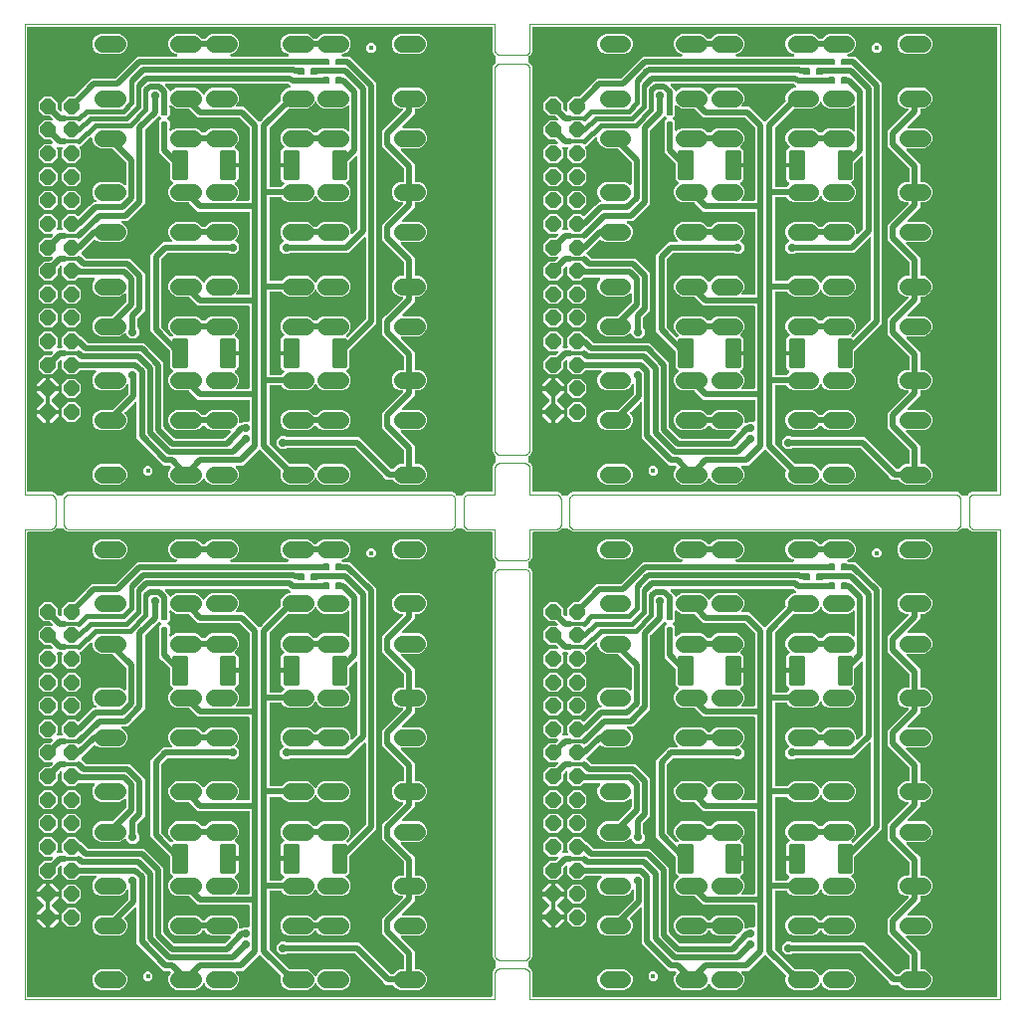
<source format=gbl>
G04 EAGLE Gerber RS-274X export*
G75*
%MOMM*%
%FSLAX34Y34*%
%LPD*%
%AMOC8*
5,1,8,0,0,1.08239X$1,22.5*%
G01*
%ADD10C,0.000000*%
%ADD11C,0.198000*%
%ADD12C,1.400000*%
%ADD13C,0.390000*%
%ADD14C,0.400000*%
%ADD15P,1.407107X8X112.500000*%
%ADD16P,5.411950X8X22.500000*%
%ADD17P,0.757673X8X22.500000*%
%ADD18C,0.500000*%
%ADD19C,0.300000*%
%ADD20C,0.400000*%

G36*
X397064Y2010D02*
X397064Y2010D01*
X397128Y2009D01*
X397203Y2030D01*
X397279Y2041D01*
X397338Y2067D01*
X397400Y2084D01*
X397466Y2125D01*
X397536Y2157D01*
X397585Y2199D01*
X397640Y2232D01*
X397692Y2290D01*
X397750Y2340D01*
X397786Y2394D01*
X397829Y2442D01*
X397862Y2511D01*
X397905Y2576D01*
X397924Y2638D01*
X397952Y2695D01*
X397963Y2765D01*
X397987Y2846D01*
X397988Y2931D01*
X397999Y3000D01*
X397999Y23376D01*
X399875Y26625D01*
X400500Y26985D01*
X400567Y27038D01*
X400640Y27083D01*
X400677Y27125D01*
X400722Y27159D01*
X400771Y27229D01*
X400829Y27292D01*
X400853Y27343D01*
X400886Y27389D01*
X400914Y27469D01*
X400952Y27546D01*
X400960Y27598D01*
X400980Y27655D01*
X400986Y27766D01*
X400999Y27851D01*
X400999Y32149D01*
X400987Y32234D01*
X400985Y32319D01*
X400967Y32373D01*
X400959Y32428D01*
X400924Y32506D01*
X400898Y32588D01*
X400866Y32634D01*
X400843Y32685D01*
X400788Y32750D01*
X400740Y32821D01*
X400699Y32854D01*
X400660Y32900D01*
X400566Y32961D01*
X400500Y33015D01*
X399875Y33375D01*
X397999Y36624D01*
X397999Y363376D01*
X399875Y366625D01*
X400500Y366985D01*
X400567Y367038D01*
X400640Y367083D01*
X400677Y367125D01*
X400722Y367160D01*
X400771Y367229D01*
X400829Y367292D01*
X400853Y367343D01*
X400886Y367389D01*
X400914Y367469D01*
X400952Y367546D01*
X400960Y367598D01*
X400980Y367655D01*
X400986Y367766D01*
X400999Y367851D01*
X400999Y372149D01*
X400987Y372234D01*
X400985Y372319D01*
X400967Y372373D01*
X400959Y372428D01*
X400924Y372506D01*
X400898Y372588D01*
X400866Y372634D01*
X400843Y372685D01*
X400788Y372750D01*
X400740Y372821D01*
X400699Y372854D01*
X400660Y372900D01*
X400566Y372961D01*
X400500Y373015D01*
X399875Y373375D01*
X397999Y376624D01*
X397999Y397000D01*
X397990Y397064D01*
X397991Y397128D01*
X397970Y397203D01*
X397959Y397279D01*
X397933Y397338D01*
X397916Y397400D01*
X397875Y397466D01*
X397843Y397536D01*
X397801Y397585D01*
X397768Y397640D01*
X397710Y397692D01*
X397660Y397750D01*
X397606Y397786D01*
X397558Y397829D01*
X397489Y397862D01*
X397424Y397905D01*
X397362Y397924D01*
X397305Y397952D01*
X397235Y397963D01*
X397154Y397987D01*
X397069Y397988D01*
X397000Y397999D01*
X376624Y397999D01*
X373375Y399875D01*
X373015Y400500D01*
X372962Y400567D01*
X372917Y400640D01*
X372875Y400677D01*
X372841Y400722D01*
X372771Y400771D01*
X372708Y400829D01*
X372657Y400853D01*
X372611Y400886D01*
X372531Y400914D01*
X372454Y400952D01*
X372402Y400960D01*
X372345Y400980D01*
X372234Y400986D01*
X372149Y400999D01*
X367851Y400999D01*
X367766Y400987D01*
X367681Y400985D01*
X367627Y400967D01*
X367572Y400959D01*
X367494Y400924D01*
X367412Y400898D01*
X367366Y400866D01*
X367315Y400843D01*
X367250Y400788D01*
X367179Y400740D01*
X367146Y400699D01*
X367100Y400660D01*
X367039Y400566D01*
X366985Y400500D01*
X366625Y399875D01*
X363376Y397999D01*
X36624Y397999D01*
X33375Y399875D01*
X33015Y400500D01*
X32962Y400567D01*
X32917Y400640D01*
X32875Y400677D01*
X32841Y400722D01*
X32771Y400771D01*
X32708Y400829D01*
X32657Y400853D01*
X32611Y400886D01*
X32531Y400914D01*
X32454Y400952D01*
X32402Y400960D01*
X32345Y400980D01*
X32234Y400986D01*
X32149Y400999D01*
X27851Y400999D01*
X27766Y400987D01*
X27681Y400985D01*
X27627Y400967D01*
X27572Y400959D01*
X27494Y400924D01*
X27412Y400898D01*
X27366Y400866D01*
X27315Y400843D01*
X27250Y400788D01*
X27179Y400740D01*
X27146Y400699D01*
X27100Y400660D01*
X27039Y400566D01*
X26985Y400500D01*
X26625Y399875D01*
X23376Y397999D01*
X3000Y397999D01*
X2936Y397990D01*
X2872Y397991D01*
X2797Y397970D01*
X2721Y397959D01*
X2662Y397933D01*
X2600Y397916D01*
X2534Y397875D01*
X2464Y397843D01*
X2415Y397801D01*
X2360Y397768D01*
X2308Y397710D01*
X2250Y397660D01*
X2214Y397606D01*
X2171Y397558D01*
X2138Y397489D01*
X2095Y397424D01*
X2076Y397362D01*
X2048Y397305D01*
X2037Y397235D01*
X2013Y397154D01*
X2012Y397069D01*
X2001Y397000D01*
X2001Y3000D01*
X2010Y2936D01*
X2009Y2872D01*
X2030Y2797D01*
X2041Y2721D01*
X2067Y2662D01*
X2084Y2600D01*
X2125Y2534D01*
X2157Y2464D01*
X2199Y2415D01*
X2232Y2360D01*
X2290Y2308D01*
X2340Y2250D01*
X2394Y2214D01*
X2442Y2171D01*
X2511Y2138D01*
X2576Y2095D01*
X2638Y2076D01*
X2695Y2048D01*
X2765Y2037D01*
X2846Y2013D01*
X2931Y2012D01*
X3000Y2001D01*
X397000Y2001D01*
X397064Y2010D01*
G37*
G36*
X32234Y429013D02*
X32234Y429013D01*
X32319Y429015D01*
X32373Y429033D01*
X32428Y429041D01*
X32506Y429076D01*
X32588Y429102D01*
X32634Y429134D01*
X32685Y429157D01*
X32750Y429212D01*
X32821Y429260D01*
X32854Y429301D01*
X32900Y429340D01*
X32961Y429434D01*
X33015Y429500D01*
X33375Y430125D01*
X36624Y432001D01*
X363376Y432001D01*
X366625Y430125D01*
X366985Y429500D01*
X367038Y429433D01*
X367083Y429360D01*
X367125Y429323D01*
X367159Y429278D01*
X367229Y429229D01*
X367292Y429171D01*
X367343Y429147D01*
X367389Y429114D01*
X367469Y429086D01*
X367546Y429048D01*
X367598Y429040D01*
X367655Y429020D01*
X367766Y429014D01*
X367851Y429001D01*
X372149Y429001D01*
X372234Y429013D01*
X372319Y429015D01*
X372373Y429033D01*
X372428Y429041D01*
X372506Y429076D01*
X372588Y429102D01*
X372634Y429134D01*
X372685Y429157D01*
X372750Y429212D01*
X372821Y429260D01*
X372854Y429301D01*
X372900Y429340D01*
X372961Y429434D01*
X373015Y429500D01*
X373375Y430125D01*
X376624Y432001D01*
X397000Y432001D01*
X397064Y432010D01*
X397128Y432009D01*
X397203Y432030D01*
X397279Y432041D01*
X397338Y432067D01*
X397400Y432084D01*
X397466Y432125D01*
X397536Y432157D01*
X397585Y432199D01*
X397640Y432232D01*
X397692Y432290D01*
X397750Y432340D01*
X397786Y432394D01*
X397829Y432442D01*
X397862Y432511D01*
X397905Y432576D01*
X397924Y432638D01*
X397952Y432695D01*
X397963Y432765D01*
X397987Y432846D01*
X397988Y432931D01*
X397999Y433000D01*
X397999Y453376D01*
X399875Y456625D01*
X400500Y456985D01*
X400567Y457038D01*
X400640Y457083D01*
X400677Y457125D01*
X400722Y457159D01*
X400771Y457229D01*
X400829Y457292D01*
X400853Y457343D01*
X400886Y457389D01*
X400914Y457469D01*
X400952Y457546D01*
X400960Y457598D01*
X400980Y457655D01*
X400986Y457766D01*
X400999Y457851D01*
X400999Y462149D01*
X400987Y462234D01*
X400985Y462319D01*
X400967Y462373D01*
X400959Y462428D01*
X400924Y462506D01*
X400898Y462588D01*
X400866Y462634D01*
X400843Y462685D01*
X400788Y462750D01*
X400740Y462821D01*
X400699Y462854D01*
X400660Y462900D01*
X400566Y462961D01*
X400500Y463015D01*
X399875Y463375D01*
X397999Y466624D01*
X397999Y793376D01*
X399875Y796625D01*
X400500Y796985D01*
X400567Y797038D01*
X400640Y797083D01*
X400677Y797125D01*
X400722Y797159D01*
X400771Y797229D01*
X400829Y797292D01*
X400853Y797343D01*
X400886Y797389D01*
X400914Y797469D01*
X400952Y797546D01*
X400960Y797598D01*
X400980Y797655D01*
X400986Y797766D01*
X400999Y797851D01*
X400999Y802149D01*
X400987Y802234D01*
X400985Y802319D01*
X400967Y802373D01*
X400959Y802428D01*
X400924Y802506D01*
X400898Y802588D01*
X400866Y802634D01*
X400843Y802685D01*
X400788Y802750D01*
X400740Y802821D01*
X400699Y802854D01*
X400660Y802900D01*
X400566Y802961D01*
X400500Y803015D01*
X399875Y803375D01*
X397999Y806624D01*
X397999Y827000D01*
X397990Y827064D01*
X397991Y827128D01*
X397970Y827203D01*
X397959Y827279D01*
X397933Y827338D01*
X397916Y827400D01*
X397875Y827466D01*
X397843Y827536D01*
X397801Y827585D01*
X397768Y827640D01*
X397710Y827692D01*
X397660Y827750D01*
X397606Y827786D01*
X397558Y827829D01*
X397489Y827862D01*
X397424Y827905D01*
X397362Y827924D01*
X397305Y827952D01*
X397235Y827963D01*
X397154Y827987D01*
X397069Y827988D01*
X397000Y827999D01*
X3000Y827999D01*
X2936Y827990D01*
X2872Y827991D01*
X2797Y827970D01*
X2721Y827959D01*
X2662Y827933D01*
X2600Y827916D01*
X2534Y827875D01*
X2464Y827843D01*
X2415Y827801D01*
X2360Y827768D01*
X2308Y827710D01*
X2250Y827660D01*
X2214Y827606D01*
X2171Y827558D01*
X2138Y827489D01*
X2095Y827424D01*
X2076Y827362D01*
X2048Y827305D01*
X2037Y827235D01*
X2013Y827154D01*
X2012Y827069D01*
X2001Y827000D01*
X2001Y433000D01*
X2010Y432936D01*
X2009Y432872D01*
X2030Y432797D01*
X2041Y432721D01*
X2067Y432662D01*
X2084Y432600D01*
X2125Y432534D01*
X2157Y432464D01*
X2199Y432415D01*
X2232Y432360D01*
X2290Y432308D01*
X2340Y432250D01*
X2394Y432214D01*
X2442Y432171D01*
X2511Y432138D01*
X2576Y432095D01*
X2638Y432076D01*
X2695Y432048D01*
X2765Y432037D01*
X2846Y432013D01*
X2931Y432012D01*
X3000Y432001D01*
X23376Y432001D01*
X26625Y430125D01*
X26985Y429500D01*
X27038Y429433D01*
X27083Y429360D01*
X27125Y429323D01*
X27159Y429278D01*
X27229Y429229D01*
X27292Y429171D01*
X27343Y429147D01*
X27389Y429114D01*
X27469Y429086D01*
X27546Y429048D01*
X27598Y429040D01*
X27655Y429020D01*
X27766Y429014D01*
X27851Y429001D01*
X32149Y429001D01*
X32234Y429013D01*
G37*
G36*
X827064Y2010D02*
X827064Y2010D01*
X827128Y2009D01*
X827203Y2030D01*
X827279Y2041D01*
X827338Y2067D01*
X827400Y2084D01*
X827466Y2125D01*
X827536Y2157D01*
X827585Y2199D01*
X827640Y2232D01*
X827692Y2290D01*
X827750Y2340D01*
X827786Y2394D01*
X827829Y2442D01*
X827862Y2511D01*
X827905Y2576D01*
X827924Y2638D01*
X827952Y2695D01*
X827963Y2765D01*
X827987Y2846D01*
X827988Y2931D01*
X827999Y3000D01*
X827999Y397000D01*
X827990Y397064D01*
X827991Y397128D01*
X827970Y397203D01*
X827959Y397279D01*
X827933Y397338D01*
X827916Y397400D01*
X827875Y397466D01*
X827843Y397536D01*
X827801Y397585D01*
X827768Y397640D01*
X827710Y397692D01*
X827660Y397750D01*
X827606Y397786D01*
X827558Y397829D01*
X827489Y397862D01*
X827424Y397905D01*
X827362Y397924D01*
X827305Y397952D01*
X827235Y397963D01*
X827154Y397987D01*
X827069Y397988D01*
X827000Y397999D01*
X806624Y397999D01*
X803375Y399875D01*
X803015Y400500D01*
X802962Y400567D01*
X802917Y400640D01*
X802875Y400677D01*
X802840Y400722D01*
X802771Y400771D01*
X802708Y400829D01*
X802657Y400853D01*
X802611Y400886D01*
X802531Y400914D01*
X802454Y400952D01*
X802402Y400960D01*
X802345Y400980D01*
X802234Y400986D01*
X802149Y400999D01*
X797851Y400999D01*
X797766Y400987D01*
X797681Y400985D01*
X797627Y400967D01*
X797572Y400959D01*
X797494Y400924D01*
X797412Y400898D01*
X797366Y400866D01*
X797315Y400843D01*
X797250Y400788D01*
X797179Y400740D01*
X797146Y400699D01*
X797100Y400660D01*
X797039Y400566D01*
X796985Y400500D01*
X796625Y399875D01*
X793376Y397999D01*
X466624Y397999D01*
X463375Y399875D01*
X463015Y400500D01*
X462962Y400567D01*
X462917Y400640D01*
X462875Y400677D01*
X462841Y400722D01*
X462771Y400771D01*
X462708Y400829D01*
X462657Y400853D01*
X462611Y400886D01*
X462531Y400914D01*
X462454Y400952D01*
X462402Y400960D01*
X462345Y400980D01*
X462234Y400986D01*
X462149Y400999D01*
X457851Y400999D01*
X457766Y400987D01*
X457681Y400985D01*
X457627Y400967D01*
X457572Y400959D01*
X457494Y400924D01*
X457412Y400898D01*
X457366Y400866D01*
X457315Y400843D01*
X457250Y400788D01*
X457179Y400740D01*
X457146Y400699D01*
X457100Y400660D01*
X457039Y400566D01*
X456985Y400500D01*
X456625Y399875D01*
X453376Y397999D01*
X433000Y397999D01*
X432936Y397990D01*
X432872Y397991D01*
X432797Y397970D01*
X432721Y397959D01*
X432662Y397933D01*
X432600Y397916D01*
X432534Y397875D01*
X432464Y397843D01*
X432415Y397801D01*
X432360Y397768D01*
X432308Y397710D01*
X432250Y397660D01*
X432214Y397606D01*
X432171Y397558D01*
X432138Y397489D01*
X432095Y397424D01*
X432076Y397362D01*
X432048Y397305D01*
X432037Y397235D01*
X432013Y397154D01*
X432012Y397069D01*
X432001Y397000D01*
X432001Y376624D01*
X430125Y373375D01*
X429500Y373015D01*
X429433Y372962D01*
X429360Y372917D01*
X429323Y372875D01*
X429278Y372840D01*
X429229Y372771D01*
X429171Y372708D01*
X429147Y372657D01*
X429114Y372611D01*
X429086Y372531D01*
X429048Y372454D01*
X429040Y372402D01*
X429020Y372345D01*
X429014Y372234D01*
X429001Y372149D01*
X429001Y367851D01*
X429013Y367766D01*
X429015Y367681D01*
X429033Y367627D01*
X429041Y367572D01*
X429076Y367494D01*
X429102Y367412D01*
X429134Y367366D01*
X429157Y367315D01*
X429212Y367250D01*
X429260Y367179D01*
X429301Y367146D01*
X429340Y367100D01*
X429434Y367039D01*
X429500Y366985D01*
X430125Y366625D01*
X432001Y363376D01*
X432001Y36624D01*
X430125Y33375D01*
X429500Y33015D01*
X429433Y32962D01*
X429360Y32917D01*
X429323Y32875D01*
X429278Y32841D01*
X429229Y32771D01*
X429171Y32708D01*
X429147Y32657D01*
X429114Y32611D01*
X429086Y32531D01*
X429048Y32454D01*
X429040Y32402D01*
X429020Y32345D01*
X429014Y32234D01*
X429001Y32149D01*
X429001Y27851D01*
X429013Y27766D01*
X429015Y27681D01*
X429033Y27627D01*
X429041Y27572D01*
X429076Y27494D01*
X429102Y27412D01*
X429134Y27366D01*
X429157Y27315D01*
X429212Y27250D01*
X429260Y27179D01*
X429301Y27146D01*
X429340Y27100D01*
X429434Y27039D01*
X429500Y26985D01*
X430125Y26625D01*
X432001Y23376D01*
X432001Y3000D01*
X432010Y2936D01*
X432009Y2872D01*
X432030Y2797D01*
X432041Y2721D01*
X432067Y2662D01*
X432084Y2600D01*
X432125Y2534D01*
X432157Y2464D01*
X432199Y2415D01*
X432232Y2360D01*
X432290Y2308D01*
X432340Y2250D01*
X432394Y2214D01*
X432442Y2171D01*
X432511Y2138D01*
X432576Y2095D01*
X432638Y2076D01*
X432695Y2048D01*
X432765Y2037D01*
X432846Y2013D01*
X432931Y2012D01*
X433000Y2001D01*
X827000Y2001D01*
X827064Y2010D01*
G37*
G36*
X462234Y429013D02*
X462234Y429013D01*
X462319Y429015D01*
X462373Y429033D01*
X462428Y429041D01*
X462506Y429076D01*
X462588Y429102D01*
X462634Y429134D01*
X462685Y429157D01*
X462750Y429212D01*
X462821Y429260D01*
X462854Y429301D01*
X462900Y429340D01*
X462961Y429434D01*
X463015Y429500D01*
X463375Y430125D01*
X466624Y432001D01*
X793376Y432001D01*
X796625Y430125D01*
X796985Y429500D01*
X797038Y429433D01*
X797083Y429360D01*
X797125Y429323D01*
X797159Y429278D01*
X797229Y429229D01*
X797292Y429171D01*
X797343Y429147D01*
X797389Y429114D01*
X797469Y429086D01*
X797546Y429048D01*
X797598Y429040D01*
X797655Y429020D01*
X797766Y429014D01*
X797851Y429001D01*
X802149Y429001D01*
X802234Y429013D01*
X802319Y429015D01*
X802373Y429033D01*
X802428Y429041D01*
X802506Y429076D01*
X802588Y429102D01*
X802634Y429134D01*
X802685Y429157D01*
X802750Y429212D01*
X802821Y429260D01*
X802854Y429301D01*
X802900Y429340D01*
X802961Y429434D01*
X803015Y429500D01*
X803375Y430125D01*
X806624Y432001D01*
X827000Y432001D01*
X827064Y432010D01*
X827128Y432009D01*
X827203Y432030D01*
X827279Y432041D01*
X827338Y432067D01*
X827400Y432084D01*
X827466Y432125D01*
X827536Y432157D01*
X827585Y432199D01*
X827640Y432232D01*
X827692Y432290D01*
X827750Y432340D01*
X827786Y432394D01*
X827829Y432442D01*
X827862Y432511D01*
X827905Y432576D01*
X827924Y432638D01*
X827952Y432695D01*
X827963Y432765D01*
X827987Y432846D01*
X827988Y432931D01*
X827999Y433000D01*
X827999Y827000D01*
X827990Y827064D01*
X827991Y827128D01*
X827970Y827203D01*
X827959Y827279D01*
X827933Y827338D01*
X827916Y827400D01*
X827875Y827466D01*
X827843Y827536D01*
X827801Y827585D01*
X827768Y827640D01*
X827710Y827692D01*
X827660Y827750D01*
X827606Y827786D01*
X827558Y827829D01*
X827489Y827862D01*
X827424Y827905D01*
X827362Y827924D01*
X827305Y827952D01*
X827235Y827963D01*
X827154Y827987D01*
X827069Y827988D01*
X827000Y827999D01*
X433000Y827999D01*
X432936Y827990D01*
X432872Y827991D01*
X432797Y827970D01*
X432721Y827959D01*
X432662Y827933D01*
X432600Y827916D01*
X432534Y827875D01*
X432464Y827843D01*
X432415Y827801D01*
X432360Y827768D01*
X432308Y827710D01*
X432250Y827660D01*
X432214Y827606D01*
X432171Y827558D01*
X432138Y827489D01*
X432095Y827424D01*
X432076Y827362D01*
X432048Y827305D01*
X432037Y827235D01*
X432013Y827154D01*
X432012Y827069D01*
X432001Y827000D01*
X432001Y806624D01*
X430125Y803375D01*
X429500Y803015D01*
X429433Y802962D01*
X429360Y802917D01*
X429323Y802875D01*
X429278Y802840D01*
X429229Y802771D01*
X429171Y802708D01*
X429147Y802657D01*
X429114Y802611D01*
X429086Y802531D01*
X429048Y802454D01*
X429040Y802402D01*
X429020Y802345D01*
X429014Y802234D01*
X429001Y802149D01*
X429001Y797851D01*
X429013Y797766D01*
X429015Y797681D01*
X429033Y797627D01*
X429041Y797572D01*
X429076Y797494D01*
X429102Y797412D01*
X429134Y797366D01*
X429157Y797315D01*
X429212Y797250D01*
X429260Y797179D01*
X429301Y797146D01*
X429340Y797100D01*
X429434Y797039D01*
X429500Y796985D01*
X430125Y796625D01*
X432001Y793376D01*
X432001Y466624D01*
X430125Y463375D01*
X429500Y463015D01*
X429433Y462962D01*
X429360Y462917D01*
X429323Y462875D01*
X429278Y462841D01*
X429229Y462771D01*
X429171Y462708D01*
X429147Y462657D01*
X429114Y462611D01*
X429086Y462531D01*
X429048Y462454D01*
X429040Y462402D01*
X429020Y462345D01*
X429014Y462234D01*
X429001Y462149D01*
X429001Y457851D01*
X429013Y457766D01*
X429015Y457681D01*
X429033Y457627D01*
X429041Y457572D01*
X429076Y457494D01*
X429102Y457412D01*
X429134Y457366D01*
X429157Y457315D01*
X429212Y457250D01*
X429260Y457179D01*
X429301Y457146D01*
X429340Y457100D01*
X429434Y457039D01*
X429500Y456985D01*
X430125Y456625D01*
X432001Y453376D01*
X432001Y433000D01*
X432010Y432936D01*
X432009Y432872D01*
X432030Y432797D01*
X432041Y432721D01*
X432067Y432662D01*
X432084Y432600D01*
X432125Y432534D01*
X432157Y432464D01*
X432199Y432415D01*
X432232Y432360D01*
X432290Y432308D01*
X432340Y432250D01*
X432394Y432214D01*
X432442Y432171D01*
X432511Y432138D01*
X432576Y432095D01*
X432638Y432076D01*
X432695Y432048D01*
X432765Y432037D01*
X432846Y432013D01*
X432931Y432012D01*
X433000Y432001D01*
X453376Y432001D01*
X456625Y430125D01*
X456985Y429500D01*
X457038Y429433D01*
X457083Y429360D01*
X457125Y429323D01*
X457160Y429278D01*
X457229Y429229D01*
X457292Y429171D01*
X457343Y429147D01*
X457389Y429114D01*
X457469Y429086D01*
X457546Y429048D01*
X457598Y429040D01*
X457655Y429020D01*
X457766Y429014D01*
X457851Y429001D01*
X462149Y429001D01*
X462234Y429013D01*
G37*
%LPC*%
G36*
X129489Y8399D02*
X129489Y8399D01*
X126328Y9709D01*
X123909Y12128D01*
X122599Y15289D01*
X122599Y18711D01*
X123909Y21872D01*
X124379Y22343D01*
X124418Y22394D01*
X124464Y22439D01*
X124502Y22506D01*
X124549Y22568D01*
X124571Y22628D01*
X124603Y22684D01*
X124621Y22760D01*
X124648Y22832D01*
X124653Y22896D01*
X124668Y22959D01*
X124664Y23036D01*
X124670Y23113D01*
X124657Y23176D01*
X124654Y23240D01*
X124628Y23313D01*
X124612Y23389D01*
X124582Y23446D01*
X124561Y23507D01*
X124520Y23564D01*
X124480Y23638D01*
X124421Y23699D01*
X124379Y23756D01*
X123928Y24207D01*
X123852Y24264D01*
X123780Y24329D01*
X123739Y24349D01*
X123703Y24376D01*
X123613Y24410D01*
X123526Y24452D01*
X123484Y24458D01*
X123439Y24475D01*
X123311Y24485D01*
X123222Y24499D01*
X118337Y24499D01*
X115408Y27428D01*
X98428Y44408D01*
X95499Y47337D01*
X95499Y77222D01*
X95495Y77254D01*
X95497Y77286D01*
X95475Y77393D01*
X95459Y77501D01*
X95446Y77530D01*
X95440Y77562D01*
X95388Y77659D01*
X95343Y77758D01*
X95322Y77782D01*
X95307Y77811D01*
X95231Y77889D01*
X95160Y77972D01*
X95133Y77990D01*
X95110Y78013D01*
X95015Y78067D01*
X94924Y78127D01*
X94893Y78136D01*
X94865Y78152D01*
X94758Y78177D01*
X94654Y78209D01*
X94622Y78210D01*
X94591Y78217D01*
X94481Y78211D01*
X94372Y78213D01*
X94341Y78204D01*
X94309Y78203D01*
X94206Y78167D01*
X94100Y78138D01*
X94073Y78121D01*
X94042Y78110D01*
X93969Y78057D01*
X93860Y77990D01*
X93828Y77954D01*
X93793Y77928D01*
X85621Y69756D01*
X85582Y69704D01*
X85536Y69659D01*
X85498Y69592D01*
X85451Y69530D01*
X85429Y69470D01*
X85397Y69414D01*
X85379Y69339D01*
X85352Y69266D01*
X85347Y69202D01*
X85332Y69140D01*
X85336Y69062D01*
X85330Y68985D01*
X85343Y68922D01*
X85346Y68858D01*
X85372Y68785D01*
X85388Y68709D01*
X85418Y68652D01*
X85439Y68592D01*
X85480Y68535D01*
X85520Y68460D01*
X85579Y68399D01*
X85621Y68343D01*
X86091Y67872D01*
X87401Y64711D01*
X87401Y61289D01*
X86091Y58128D01*
X83672Y55709D01*
X80511Y54399D01*
X64489Y54399D01*
X61328Y55709D01*
X58909Y58128D01*
X57599Y61289D01*
X57599Y64711D01*
X58909Y67872D01*
X61328Y70291D01*
X64489Y71601D01*
X74322Y71601D01*
X74417Y71614D01*
X74513Y71619D01*
X74556Y71634D01*
X74601Y71641D01*
X74689Y71680D01*
X74779Y71712D01*
X74814Y71737D01*
X74858Y71757D01*
X74955Y71840D01*
X75028Y71893D01*
X88207Y85072D01*
X88264Y85148D01*
X88329Y85220D01*
X88349Y85261D01*
X88376Y85297D01*
X88410Y85387D01*
X88452Y85474D01*
X88458Y85516D01*
X88475Y85561D01*
X88485Y85689D01*
X88499Y85778D01*
X88499Y92918D01*
X88487Y93004D01*
X88484Y93090D01*
X88467Y93143D01*
X88459Y93197D01*
X88424Y93276D01*
X88397Y93359D01*
X88366Y93404D01*
X88343Y93454D01*
X88287Y93520D01*
X88238Y93592D01*
X88196Y93626D01*
X88160Y93668D01*
X88087Y93716D01*
X88020Y93771D01*
X87970Y93793D01*
X87924Y93823D01*
X87841Y93848D01*
X87761Y93882D01*
X87707Y93889D01*
X87654Y93905D01*
X87567Y93906D01*
X87481Y93917D01*
X87427Y93908D01*
X87372Y93909D01*
X87288Y93886D01*
X87203Y93872D01*
X87153Y93848D01*
X87100Y93834D01*
X87026Y93788D01*
X86948Y93751D01*
X86907Y93714D01*
X86860Y93685D01*
X86802Y93621D01*
X86737Y93563D01*
X86711Y93520D01*
X86671Y93476D01*
X86622Y93374D01*
X86577Y93300D01*
X86091Y92128D01*
X83672Y89709D01*
X80511Y88399D01*
X64489Y88399D01*
X61328Y89709D01*
X58909Y92128D01*
X57599Y95289D01*
X57599Y98711D01*
X58909Y101872D01*
X60830Y103793D01*
X60850Y103819D01*
X60874Y103840D01*
X60934Y103932D01*
X60999Y104019D01*
X61011Y104049D01*
X61029Y104076D01*
X61060Y104181D01*
X61099Y104283D01*
X61101Y104315D01*
X61111Y104346D01*
X61112Y104455D01*
X61121Y104564D01*
X61114Y104596D01*
X61115Y104628D01*
X61085Y104733D01*
X61063Y104840D01*
X61048Y104869D01*
X61039Y104900D01*
X60982Y104993D01*
X60931Y105089D01*
X60908Y105112D01*
X60891Y105140D01*
X60810Y105213D01*
X60734Y105291D01*
X60706Y105307D01*
X60682Y105329D01*
X60584Y105376D01*
X60489Y105430D01*
X60457Y105438D01*
X60428Y105452D01*
X60339Y105466D01*
X60214Y105495D01*
X60166Y105493D01*
X60124Y105499D01*
X47369Y105499D01*
X47274Y105486D01*
X47178Y105481D01*
X47135Y105466D01*
X47090Y105459D01*
X47003Y105420D01*
X46912Y105388D01*
X46877Y105363D01*
X46833Y105343D01*
X46736Y105260D01*
X46663Y105207D01*
X43355Y101899D01*
X36645Y101899D01*
X31899Y106645D01*
X31899Y113122D01*
X31895Y113154D01*
X31897Y113186D01*
X31875Y113293D01*
X31859Y113401D01*
X31846Y113430D01*
X31840Y113462D01*
X31788Y113559D01*
X31743Y113658D01*
X31722Y113682D01*
X31707Y113711D01*
X31631Y113789D01*
X31560Y113872D01*
X31533Y113890D01*
X31510Y113913D01*
X31415Y113967D01*
X31324Y114027D01*
X31293Y114036D01*
X31265Y114052D01*
X31158Y114077D01*
X31054Y114109D01*
X31022Y114110D01*
X30991Y114117D01*
X30881Y114111D01*
X30772Y114113D01*
X30741Y114104D01*
X30709Y114103D01*
X30606Y114067D01*
X30500Y114038D01*
X30473Y114021D01*
X30442Y114010D01*
X30369Y113957D01*
X30260Y113890D01*
X30228Y113854D01*
X30193Y113828D01*
X28393Y112028D01*
X28336Y111952D01*
X28271Y111880D01*
X28251Y111839D01*
X28224Y111803D01*
X28190Y111713D01*
X28148Y111626D01*
X28142Y111584D01*
X28125Y111539D01*
X28115Y111411D01*
X28101Y111322D01*
X28101Y106645D01*
X23355Y101899D01*
X16645Y101899D01*
X11899Y106645D01*
X11899Y113355D01*
X16645Y118101D01*
X21322Y118101D01*
X21417Y118114D01*
X21513Y118119D01*
X21556Y118134D01*
X21601Y118141D01*
X21689Y118180D01*
X21779Y118212D01*
X21814Y118237D01*
X21858Y118257D01*
X21955Y118340D01*
X22028Y118393D01*
X23828Y120193D01*
X23848Y120219D01*
X23872Y120240D01*
X23932Y120332D01*
X23998Y120419D01*
X24009Y120449D01*
X24027Y120476D01*
X24059Y120581D01*
X24097Y120683D01*
X24100Y120715D01*
X24109Y120746D01*
X24111Y120855D01*
X24119Y120964D01*
X24112Y120996D01*
X24113Y121028D01*
X24084Y121133D01*
X24061Y121240D01*
X24046Y121269D01*
X24038Y121300D01*
X23980Y121393D01*
X23929Y121489D01*
X23907Y121512D01*
X23890Y121540D01*
X23808Y121613D01*
X23732Y121691D01*
X23704Y121707D01*
X23680Y121729D01*
X23582Y121776D01*
X23487Y121830D01*
X23455Y121838D01*
X23426Y121852D01*
X23337Y121866D01*
X23212Y121895D01*
X23164Y121893D01*
X23122Y121899D01*
X16645Y121899D01*
X11899Y126645D01*
X11899Y133355D01*
X16645Y138101D01*
X23355Y138101D01*
X28101Y133355D01*
X28101Y126645D01*
X27663Y126207D01*
X27643Y126181D01*
X27619Y126160D01*
X27559Y126068D01*
X27493Y125981D01*
X27482Y125951D01*
X27464Y125924D01*
X27432Y125819D01*
X27394Y125717D01*
X27391Y125685D01*
X27382Y125654D01*
X27381Y125545D01*
X27372Y125436D01*
X27379Y125404D01*
X27378Y125372D01*
X27407Y125267D01*
X27430Y125160D01*
X27445Y125131D01*
X27453Y125100D01*
X27511Y125007D01*
X27562Y124911D01*
X27585Y124888D01*
X27602Y124860D01*
X27683Y124787D01*
X27759Y124709D01*
X27787Y124693D01*
X27811Y124671D01*
X27909Y124624D01*
X28004Y124570D01*
X28036Y124562D01*
X28065Y124548D01*
X28154Y124534D01*
X28279Y124505D01*
X28327Y124507D01*
X28369Y124501D01*
X31631Y124501D01*
X31663Y124505D01*
X31695Y124503D01*
X31802Y124525D01*
X31910Y124541D01*
X31939Y124554D01*
X31971Y124560D01*
X32067Y124612D01*
X32167Y124657D01*
X32191Y124678D01*
X32220Y124693D01*
X32298Y124769D01*
X32381Y124840D01*
X32399Y124867D01*
X32422Y124890D01*
X32476Y124984D01*
X32536Y125076D01*
X32545Y125107D01*
X32561Y125135D01*
X32586Y125241D01*
X32618Y125346D01*
X32618Y125378D01*
X32626Y125409D01*
X32620Y125519D01*
X32622Y125628D01*
X32613Y125659D01*
X32612Y125691D01*
X32576Y125794D01*
X32547Y125900D01*
X32530Y125927D01*
X32519Y125958D01*
X32466Y126031D01*
X32398Y126140D01*
X32362Y126172D01*
X32337Y126207D01*
X31899Y126645D01*
X31899Y133355D01*
X36645Y138101D01*
X43355Y138101D01*
X46663Y134793D01*
X46740Y134736D01*
X46811Y134671D01*
X46852Y134651D01*
X46888Y134624D01*
X46978Y134590D01*
X47065Y134548D01*
X47107Y134542D01*
X47152Y134525D01*
X47280Y134515D01*
X47369Y134501D01*
X47864Y134501D01*
X53572Y128793D01*
X53648Y128736D01*
X53720Y128671D01*
X53761Y128651D01*
X53797Y128624D01*
X53887Y128590D01*
X53974Y128548D01*
X54016Y128542D01*
X54061Y128525D01*
X54189Y128515D01*
X54278Y128501D01*
X101977Y128501D01*
X118501Y111977D01*
X118501Y57278D01*
X118514Y57183D01*
X118519Y57087D01*
X118534Y57044D01*
X118541Y56999D01*
X118580Y56911D01*
X118612Y56821D01*
X118637Y56786D01*
X118657Y56742D01*
X118740Y56645D01*
X118793Y56572D01*
X127572Y47793D01*
X127648Y47736D01*
X127720Y47671D01*
X127761Y47651D01*
X127797Y47624D01*
X127887Y47590D01*
X127974Y47548D01*
X128016Y47542D01*
X128061Y47525D01*
X128189Y47515D01*
X128278Y47501D01*
X169722Y47501D01*
X169817Y47514D01*
X169913Y47519D01*
X169956Y47534D01*
X170001Y47541D01*
X170089Y47580D01*
X170179Y47612D01*
X170214Y47637D01*
X170258Y47657D01*
X170355Y47740D01*
X170428Y47793D01*
X175328Y52693D01*
X175348Y52719D01*
X175372Y52740D01*
X175432Y52832D01*
X175498Y52919D01*
X175509Y52949D01*
X175527Y52976D01*
X175559Y53081D01*
X175597Y53183D01*
X175600Y53215D01*
X175609Y53246D01*
X175611Y53355D01*
X175619Y53464D01*
X175612Y53496D01*
X175613Y53528D01*
X175584Y53633D01*
X175561Y53740D01*
X175546Y53769D01*
X175538Y53800D01*
X175480Y53893D01*
X175429Y53989D01*
X175407Y54012D01*
X175390Y54040D01*
X175308Y54113D01*
X175232Y54191D01*
X175204Y54207D01*
X175180Y54229D01*
X175082Y54276D01*
X174987Y54330D01*
X174955Y54338D01*
X174926Y54352D01*
X174837Y54366D01*
X174712Y54395D01*
X174664Y54393D01*
X174622Y54399D01*
X159489Y54399D01*
X156328Y55709D01*
X153830Y58207D01*
X153753Y58264D01*
X153682Y58329D01*
X153641Y58349D01*
X153605Y58376D01*
X153515Y58410D01*
X153428Y58452D01*
X153386Y58458D01*
X153341Y58475D01*
X153213Y58485D01*
X153124Y58499D01*
X151876Y58499D01*
X151782Y58486D01*
X151685Y58481D01*
X151642Y58466D01*
X151597Y58459D01*
X151510Y58420D01*
X151419Y58388D01*
X151384Y58363D01*
X151340Y58343D01*
X151243Y58260D01*
X151170Y58207D01*
X148672Y55709D01*
X145511Y54399D01*
X129489Y54399D01*
X126328Y55709D01*
X123909Y58128D01*
X122599Y61289D01*
X122599Y64711D01*
X123909Y67872D01*
X126328Y70291D01*
X129489Y71601D01*
X145511Y71601D01*
X148672Y70291D01*
X151170Y67793D01*
X151247Y67736D01*
X151318Y67671D01*
X151359Y67651D01*
X151395Y67624D01*
X151485Y67590D01*
X151572Y67548D01*
X151614Y67542D01*
X151659Y67525D01*
X151787Y67515D01*
X151876Y67501D01*
X153124Y67501D01*
X153218Y67514D01*
X153315Y67519D01*
X153358Y67534D01*
X153403Y67541D01*
X153490Y67580D01*
X153581Y67612D01*
X153616Y67637D01*
X153660Y67657D01*
X153757Y67740D01*
X153830Y67793D01*
X156328Y70291D01*
X159489Y71601D01*
X175511Y71601D01*
X178672Y70291D01*
X181091Y67872D01*
X182401Y64711D01*
X182401Y61500D01*
X182410Y61436D01*
X182409Y61372D01*
X182430Y61297D01*
X182441Y61221D01*
X182467Y61162D01*
X182484Y61100D01*
X182525Y61034D01*
X182557Y60964D01*
X182599Y60915D01*
X182632Y60860D01*
X182690Y60808D01*
X182740Y60750D01*
X182794Y60714D01*
X182842Y60671D01*
X182911Y60638D01*
X182976Y60595D01*
X183038Y60576D01*
X183095Y60548D01*
X183165Y60537D01*
X183246Y60513D01*
X183331Y60512D01*
X183400Y60501D01*
X184308Y60501D01*
X184403Y60514D01*
X184499Y60519D01*
X184542Y60534D01*
X184587Y60541D01*
X184674Y60580D01*
X184765Y60612D01*
X184800Y60637D01*
X184844Y60657D01*
X184941Y60740D01*
X185014Y60793D01*
X185721Y61501D01*
X190500Y61501D01*
X190564Y61510D01*
X190628Y61509D01*
X190703Y61530D01*
X190779Y61541D01*
X190838Y61567D01*
X190900Y61584D01*
X190966Y61625D01*
X191036Y61657D01*
X191085Y61699D01*
X191140Y61732D01*
X191192Y61790D01*
X191250Y61840D01*
X191286Y61894D01*
X191329Y61942D01*
X191362Y62011D01*
X191405Y62076D01*
X191424Y62138D01*
X191452Y62195D01*
X191463Y62265D01*
X191487Y62346D01*
X191488Y62431D01*
X191499Y62500D01*
X191499Y79500D01*
X191490Y79564D01*
X191491Y79628D01*
X191470Y79703D01*
X191459Y79779D01*
X191433Y79838D01*
X191416Y79900D01*
X191375Y79966D01*
X191343Y80036D01*
X191301Y80085D01*
X191268Y80140D01*
X191210Y80192D01*
X191160Y80250D01*
X191106Y80286D01*
X191058Y80329D01*
X190989Y80362D01*
X190924Y80405D01*
X190862Y80424D01*
X190805Y80452D01*
X190735Y80463D01*
X190654Y80487D01*
X190569Y80488D01*
X190500Y80499D01*
X147636Y80499D01*
X140028Y88107D01*
X139952Y88164D01*
X139880Y88229D01*
X139839Y88249D01*
X139803Y88276D01*
X139713Y88310D01*
X139626Y88352D01*
X139584Y88358D01*
X139539Y88375D01*
X139411Y88385D01*
X139322Y88399D01*
X129489Y88399D01*
X126328Y89709D01*
X123909Y92128D01*
X122599Y95289D01*
X122599Y98711D01*
X123909Y101872D01*
X126251Y104214D01*
X126281Y104254D01*
X126292Y104264D01*
X126301Y104276D01*
X126336Y104311D01*
X126374Y104378D01*
X126420Y104440D01*
X126438Y104486D01*
X126447Y104500D01*
X126451Y104515D01*
X126475Y104556D01*
X126493Y104631D01*
X126520Y104704D01*
X126524Y104751D01*
X126529Y104769D01*
X126529Y104787D01*
X126540Y104830D01*
X126536Y104908D01*
X126542Y104985D01*
X126533Y105028D01*
X126533Y105051D01*
X126527Y105071D01*
X126525Y105112D01*
X126500Y105185D01*
X126484Y105261D01*
X126465Y105297D01*
X126458Y105323D01*
X126445Y105344D01*
X126433Y105378D01*
X126391Y105435D01*
X126352Y105510D01*
X126326Y105536D01*
X126310Y105563D01*
X126276Y105594D01*
X126251Y105627D01*
X123899Y107979D01*
X123899Y121322D01*
X123886Y121417D01*
X123881Y121513D01*
X123866Y121556D01*
X123859Y121601D01*
X123820Y121689D01*
X123788Y121779D01*
X123763Y121814D01*
X123743Y121858D01*
X123660Y121955D01*
X123607Y122028D01*
X107499Y138136D01*
X107499Y203864D01*
X118136Y214501D01*
X125124Y214501D01*
X125156Y214505D01*
X125188Y214503D01*
X125295Y214525D01*
X125403Y214541D01*
X125432Y214554D01*
X125464Y214560D01*
X125560Y214612D01*
X125660Y214657D01*
X125684Y214678D01*
X125713Y214693D01*
X125791Y214769D01*
X125874Y214840D01*
X125892Y214867D01*
X125915Y214890D01*
X125969Y214985D01*
X126029Y215076D01*
X126038Y215107D01*
X126054Y215135D01*
X126079Y215241D01*
X126111Y215346D01*
X126111Y215378D01*
X126119Y215409D01*
X126113Y215519D01*
X126115Y215628D01*
X126106Y215659D01*
X126104Y215691D01*
X126069Y215794D01*
X126039Y215900D01*
X126022Y215927D01*
X126012Y215958D01*
X125959Y216031D01*
X125891Y216140D01*
X125855Y216172D01*
X125830Y216207D01*
X123909Y218128D01*
X122599Y221289D01*
X122599Y224711D01*
X123909Y227872D01*
X126328Y230291D01*
X129489Y231601D01*
X145511Y231601D01*
X148672Y230291D01*
X151170Y227793D01*
X151247Y227736D01*
X151318Y227671D01*
X151359Y227651D01*
X151395Y227624D01*
X151485Y227590D01*
X151572Y227548D01*
X151614Y227542D01*
X151659Y227525D01*
X151787Y227515D01*
X151876Y227501D01*
X153124Y227501D01*
X153218Y227514D01*
X153315Y227519D01*
X153358Y227534D01*
X153403Y227541D01*
X153490Y227580D01*
X153581Y227612D01*
X153616Y227637D01*
X153660Y227657D01*
X153757Y227740D01*
X153830Y227793D01*
X156328Y230291D01*
X159489Y231601D01*
X175511Y231601D01*
X178672Y230291D01*
X181091Y227872D01*
X182401Y224711D01*
X182401Y221289D01*
X181091Y218128D01*
X179578Y216615D01*
X179539Y216563D01*
X179493Y216518D01*
X179455Y216451D01*
X179409Y216389D01*
X179386Y216329D01*
X179354Y216273D01*
X179336Y216197D01*
X179309Y216125D01*
X179304Y216061D01*
X179289Y215999D01*
X179293Y215921D01*
X179287Y215844D01*
X179300Y215781D01*
X179304Y215717D01*
X179329Y215644D01*
X179345Y215568D01*
X179375Y215511D01*
X179396Y215450D01*
X179437Y215394D01*
X179477Y215319D01*
X179536Y215258D01*
X179578Y215201D01*
X182501Y212279D01*
X182501Y207721D01*
X179279Y204499D01*
X174721Y204499D01*
X174014Y205207D01*
X173937Y205264D01*
X173866Y205329D01*
X173825Y205349D01*
X173789Y205376D01*
X173699Y205410D01*
X173612Y205452D01*
X173570Y205458D01*
X173525Y205475D01*
X173397Y205485D01*
X173308Y205499D01*
X122278Y205499D01*
X122183Y205486D01*
X122087Y205481D01*
X122044Y205466D01*
X121999Y205459D01*
X121911Y205420D01*
X121821Y205388D01*
X121786Y205363D01*
X121742Y205343D01*
X121645Y205260D01*
X121572Y205207D01*
X116793Y200428D01*
X116736Y200352D01*
X116671Y200280D01*
X116651Y200239D01*
X116624Y200203D01*
X116590Y200113D01*
X116548Y200026D01*
X116542Y199984D01*
X116525Y199939D01*
X116515Y199811D01*
X116501Y199722D01*
X116501Y142278D01*
X116514Y142183D01*
X116519Y142087D01*
X116534Y142044D01*
X116541Y141999D01*
X116580Y141911D01*
X116612Y141821D01*
X116637Y141786D01*
X116657Y141742D01*
X116740Y141645D01*
X116793Y141572D01*
X124415Y133950D01*
X124467Y133911D01*
X124511Y133865D01*
X124579Y133827D01*
X124641Y133781D01*
X124701Y133758D01*
X124757Y133726D01*
X124832Y133708D01*
X124905Y133681D01*
X124969Y133676D01*
X125031Y133661D01*
X125109Y133665D01*
X125186Y133659D01*
X125249Y133672D01*
X125313Y133676D01*
X125386Y133701D01*
X125462Y133717D01*
X125519Y133747D01*
X125579Y133768D01*
X125636Y133809D01*
X125711Y133849D01*
X125772Y133908D01*
X125828Y133950D01*
X126251Y134373D01*
X126290Y134424D01*
X126336Y134469D01*
X126374Y134536D01*
X126420Y134598D01*
X126443Y134658D01*
X126475Y134714D01*
X126493Y134790D01*
X126520Y134862D01*
X126525Y134926D01*
X126540Y134989D01*
X126536Y135066D01*
X126542Y135143D01*
X126529Y135206D01*
X126525Y135270D01*
X126500Y135343D01*
X126484Y135419D01*
X126454Y135476D01*
X126433Y135537D01*
X126391Y135593D01*
X126352Y135668D01*
X126292Y135729D01*
X126251Y135786D01*
X123909Y138128D01*
X122599Y141289D01*
X122599Y144711D01*
X123909Y147872D01*
X126328Y150291D01*
X129489Y151601D01*
X145511Y151601D01*
X148672Y150291D01*
X151170Y147793D01*
X151247Y147736D01*
X151318Y147671D01*
X151359Y147651D01*
X151395Y147624D01*
X151485Y147590D01*
X151572Y147548D01*
X151614Y147542D01*
X151659Y147525D01*
X151787Y147515D01*
X151876Y147501D01*
X153124Y147501D01*
X153218Y147514D01*
X153315Y147519D01*
X153358Y147534D01*
X153403Y147541D01*
X153490Y147580D01*
X153581Y147612D01*
X153616Y147637D01*
X153660Y147657D01*
X153757Y147740D01*
X153830Y147793D01*
X156328Y150291D01*
X159489Y151601D01*
X175511Y151601D01*
X178672Y150291D01*
X181091Y147872D01*
X182401Y144711D01*
X182401Y141289D01*
X181091Y138128D01*
X179199Y136236D01*
X179167Y136193D01*
X179128Y136156D01*
X179083Y136081D01*
X179030Y136010D01*
X179011Y135960D01*
X178983Y135914D01*
X178961Y135829D01*
X178930Y135746D01*
X178926Y135693D01*
X178913Y135641D01*
X178915Y135553D01*
X178908Y135465D01*
X178919Y135413D01*
X178921Y135359D01*
X178948Y135275D01*
X178966Y135189D01*
X178991Y135142D01*
X179008Y135091D01*
X179057Y135018D01*
X179099Y134940D01*
X179136Y134902D01*
X179166Y134857D01*
X179227Y134808D01*
X179295Y134738D01*
X179358Y134702D01*
X179406Y134664D01*
X180307Y134143D01*
X181143Y133307D01*
X181735Y132283D01*
X182041Y131141D01*
X182041Y121999D01*
X174000Y121999D01*
X173936Y121990D01*
X173872Y121991D01*
X173798Y121970D01*
X173721Y121959D01*
X173662Y121933D01*
X173600Y121916D01*
X173534Y121875D01*
X173464Y121843D01*
X173415Y121801D01*
X173360Y121768D01*
X173309Y121710D01*
X173250Y121660D01*
X173214Y121606D01*
X173171Y121558D01*
X173138Y121489D01*
X173095Y121424D01*
X173076Y121362D01*
X173048Y121305D01*
X173038Y121235D01*
X173013Y121154D01*
X173012Y121069D01*
X173001Y121000D01*
X173001Y119000D01*
X173010Y118936D01*
X173009Y118872D01*
X173030Y118797D01*
X173041Y118721D01*
X173067Y118662D01*
X173084Y118600D01*
X173125Y118534D01*
X173157Y118464D01*
X173199Y118415D01*
X173232Y118360D01*
X173290Y118308D01*
X173340Y118250D01*
X173394Y118214D01*
X173442Y118171D01*
X173511Y118138D01*
X173576Y118095D01*
X173638Y118076D01*
X173696Y118048D01*
X173765Y118038D01*
X173846Y118013D01*
X173931Y118012D01*
X174000Y118001D01*
X182041Y118001D01*
X182041Y108859D01*
X181735Y107717D01*
X181143Y106693D01*
X180307Y105857D01*
X179406Y105336D01*
X179364Y105303D01*
X179317Y105278D01*
X179254Y105217D01*
X179184Y105162D01*
X179153Y105118D01*
X179114Y105081D01*
X179071Y105005D01*
X179020Y104933D01*
X179002Y104882D01*
X178975Y104836D01*
X178955Y104750D01*
X178926Y104667D01*
X178923Y104614D01*
X178910Y104561D01*
X178915Y104473D01*
X178910Y104385D01*
X178922Y104333D01*
X178925Y104280D01*
X178954Y104197D01*
X178974Y104111D01*
X179000Y104064D01*
X179017Y104013D01*
X179063Y103950D01*
X179111Y103865D01*
X179163Y103814D01*
X179199Y103764D01*
X181091Y101872D01*
X182401Y98711D01*
X182401Y95289D01*
X181091Y92128D01*
X180170Y91207D01*
X180150Y91181D01*
X180126Y91160D01*
X180066Y91068D01*
X180001Y90981D01*
X179989Y90951D01*
X179971Y90924D01*
X179940Y90819D01*
X179901Y90717D01*
X179899Y90685D01*
X179889Y90654D01*
X179888Y90545D01*
X179879Y90436D01*
X179886Y90404D01*
X179885Y90372D01*
X179914Y90267D01*
X179937Y90160D01*
X179952Y90131D01*
X179961Y90100D01*
X180018Y90007D01*
X180069Y89911D01*
X180092Y89888D01*
X180109Y89860D01*
X180190Y89787D01*
X180266Y89709D01*
X180294Y89693D01*
X180318Y89671D01*
X180416Y89624D01*
X180511Y89570D01*
X180543Y89562D01*
X180572Y89548D01*
X180661Y89534D01*
X180786Y89505D01*
X180834Y89507D01*
X180876Y89501D01*
X190500Y89501D01*
X190564Y89510D01*
X190628Y89509D01*
X190703Y89530D01*
X190779Y89541D01*
X190838Y89567D01*
X190900Y89584D01*
X190966Y89625D01*
X191036Y89657D01*
X191085Y89699D01*
X191140Y89732D01*
X191192Y89790D01*
X191250Y89840D01*
X191286Y89894D01*
X191329Y89942D01*
X191362Y90011D01*
X191405Y90076D01*
X191424Y90138D01*
X191452Y90195D01*
X191463Y90265D01*
X191487Y90346D01*
X191488Y90431D01*
X191499Y90500D01*
X191499Y159500D01*
X191490Y159564D01*
X191491Y159628D01*
X191470Y159703D01*
X191459Y159779D01*
X191433Y159838D01*
X191416Y159900D01*
X191375Y159966D01*
X191343Y160036D01*
X191301Y160085D01*
X191268Y160140D01*
X191210Y160192D01*
X191160Y160250D01*
X191106Y160286D01*
X191058Y160329D01*
X190989Y160362D01*
X190924Y160405D01*
X190862Y160424D01*
X190805Y160452D01*
X190735Y160463D01*
X190654Y160487D01*
X190569Y160488D01*
X190500Y160499D01*
X147636Y160499D01*
X144707Y163428D01*
X140028Y168107D01*
X139952Y168164D01*
X139880Y168229D01*
X139839Y168249D01*
X139803Y168276D01*
X139713Y168310D01*
X139626Y168352D01*
X139584Y168358D01*
X139539Y168375D01*
X139411Y168385D01*
X139322Y168399D01*
X129489Y168399D01*
X126328Y169709D01*
X123909Y172128D01*
X122599Y175289D01*
X122599Y178711D01*
X123909Y181872D01*
X126328Y184291D01*
X129489Y185601D01*
X145511Y185601D01*
X148672Y184291D01*
X151091Y181872D01*
X151577Y180700D01*
X151593Y180672D01*
X151603Y180641D01*
X151665Y180551D01*
X151720Y180457D01*
X151744Y180435D01*
X151762Y180408D01*
X151846Y180339D01*
X151926Y180264D01*
X151955Y180250D01*
X151980Y180229D01*
X152080Y180186D01*
X152178Y180136D01*
X152209Y180130D01*
X152239Y180118D01*
X152347Y180104D01*
X152455Y180084D01*
X152487Y180087D01*
X152519Y180083D01*
X152627Y180101D01*
X152735Y180111D01*
X152765Y180123D01*
X152797Y180128D01*
X152896Y180175D01*
X152997Y180216D01*
X153023Y180235D01*
X153052Y180249D01*
X153134Y180322D01*
X153220Y180389D01*
X153239Y180415D01*
X153263Y180437D01*
X153310Y180514D01*
X153385Y180618D01*
X153401Y180664D01*
X153423Y180700D01*
X153909Y181872D01*
X156328Y184291D01*
X159489Y185601D01*
X175511Y185601D01*
X178672Y184291D01*
X181091Y181872D01*
X182401Y178711D01*
X182401Y175289D01*
X181091Y172128D01*
X180170Y171207D01*
X180150Y171181D01*
X180126Y171160D01*
X180066Y171068D01*
X180001Y170981D01*
X179989Y170951D01*
X179971Y170924D01*
X179940Y170819D01*
X179901Y170717D01*
X179899Y170685D01*
X179889Y170654D01*
X179888Y170545D01*
X179879Y170436D01*
X179886Y170404D01*
X179885Y170372D01*
X179914Y170267D01*
X179937Y170160D01*
X179952Y170131D01*
X179961Y170100D01*
X180018Y170007D01*
X180069Y169911D01*
X180092Y169888D01*
X180109Y169860D01*
X180190Y169787D01*
X180266Y169709D01*
X180294Y169693D01*
X180318Y169671D01*
X180416Y169624D01*
X180511Y169570D01*
X180543Y169562D01*
X180572Y169548D01*
X180661Y169534D01*
X180786Y169505D01*
X180834Y169507D01*
X180876Y169501D01*
X190500Y169501D01*
X190564Y169510D01*
X190628Y169509D01*
X190703Y169530D01*
X190779Y169541D01*
X190838Y169567D01*
X190900Y169584D01*
X190966Y169625D01*
X191036Y169657D01*
X191085Y169699D01*
X191140Y169732D01*
X191192Y169790D01*
X191250Y169840D01*
X191286Y169894D01*
X191329Y169942D01*
X191362Y170011D01*
X191405Y170076D01*
X191424Y170138D01*
X191452Y170195D01*
X191463Y170265D01*
X191487Y170346D01*
X191488Y170431D01*
X191499Y170500D01*
X191499Y239500D01*
X191490Y239564D01*
X191491Y239628D01*
X191470Y239703D01*
X191459Y239779D01*
X191433Y239838D01*
X191416Y239900D01*
X191375Y239966D01*
X191343Y240036D01*
X191301Y240085D01*
X191268Y240140D01*
X191210Y240192D01*
X191160Y240250D01*
X191106Y240286D01*
X191058Y240329D01*
X190989Y240362D01*
X190924Y240405D01*
X190862Y240424D01*
X190805Y240452D01*
X190735Y240463D01*
X190654Y240487D01*
X190569Y240488D01*
X190500Y240499D01*
X147636Y240499D01*
X140028Y248107D01*
X139952Y248164D01*
X139880Y248229D01*
X139839Y248249D01*
X139803Y248276D01*
X139713Y248310D01*
X139626Y248352D01*
X139584Y248358D01*
X139539Y248375D01*
X139411Y248385D01*
X139322Y248399D01*
X129489Y248399D01*
X126328Y249709D01*
X123909Y252128D01*
X122599Y255289D01*
X122599Y258711D01*
X123909Y261872D01*
X126251Y264214D01*
X126290Y264266D01*
X126336Y264311D01*
X126374Y264378D01*
X126420Y264440D01*
X126443Y264500D01*
X126475Y264556D01*
X126493Y264631D01*
X126520Y264704D01*
X126525Y264768D01*
X126540Y264830D01*
X126536Y264908D01*
X126542Y264985D01*
X126529Y265048D01*
X126525Y265112D01*
X126500Y265185D01*
X126484Y265261D01*
X126454Y265318D01*
X126433Y265378D01*
X126391Y265435D01*
X126352Y265510D01*
X126292Y265571D01*
X126251Y265627D01*
X123899Y267979D01*
X123899Y281322D01*
X123886Y281417D01*
X123881Y281513D01*
X123866Y281556D01*
X123859Y281601D01*
X123820Y281689D01*
X123788Y281779D01*
X123763Y281814D01*
X123743Y281858D01*
X123660Y281955D01*
X123607Y282028D01*
X117428Y288207D01*
X114499Y291136D01*
X114499Y310903D01*
X114486Y310998D01*
X114481Y311094D01*
X114466Y311137D01*
X114459Y311182D01*
X114420Y311270D01*
X114399Y311329D01*
X114399Y317583D01*
X116110Y319293D01*
X116148Y319345D01*
X116194Y319390D01*
X116233Y319457D01*
X116279Y319519D01*
X116301Y319579D01*
X116333Y319635D01*
X116351Y319710D01*
X116378Y319783D01*
X116383Y319847D01*
X116398Y319909D01*
X116394Y319987D01*
X116400Y320064D01*
X116387Y320127D01*
X116384Y320191D01*
X116358Y320264D01*
X116343Y320340D01*
X116312Y320397D01*
X116291Y320458D01*
X116250Y320514D01*
X116210Y320589D01*
X116151Y320650D01*
X116110Y320707D01*
X115297Y321519D01*
X115246Y321558D01*
X115201Y321604D01*
X115134Y321642D01*
X115072Y321688D01*
X115012Y321711D01*
X114956Y321743D01*
X114880Y321761D01*
X114808Y321788D01*
X114744Y321793D01*
X114681Y321808D01*
X114604Y321804D01*
X114527Y321810D01*
X114464Y321797D01*
X114399Y321793D01*
X114326Y321768D01*
X114250Y321752D01*
X114194Y321722D01*
X114133Y321701D01*
X114076Y321659D01*
X114001Y321620D01*
X113941Y321560D01*
X113884Y321519D01*
X102793Y310428D01*
X102736Y310352D01*
X102671Y310280D01*
X102651Y310239D01*
X102624Y310203D01*
X102590Y310113D01*
X102548Y310026D01*
X102542Y309984D01*
X102525Y309939D01*
X102515Y309811D01*
X102501Y309722D01*
X102501Y247136D01*
X87864Y232499D01*
X83365Y232499D01*
X83279Y232487D01*
X83192Y232484D01*
X83140Y232467D01*
X83086Y232459D01*
X83007Y232424D01*
X82924Y232397D01*
X82879Y232366D01*
X82829Y232343D01*
X82763Y232287D01*
X82691Y232238D01*
X82656Y232195D01*
X82615Y232160D01*
X82567Y232087D01*
X82512Y232020D01*
X82490Y231970D01*
X82460Y231924D01*
X82435Y231841D01*
X82401Y231761D01*
X82394Y231707D01*
X82378Y231654D01*
X82377Y231567D01*
X82366Y231481D01*
X82375Y231427D01*
X82374Y231372D01*
X82397Y231288D01*
X82411Y231203D01*
X82435Y231153D01*
X82449Y231100D01*
X82495Y231026D01*
X82532Y230948D01*
X82569Y230907D01*
X82597Y230860D01*
X82662Y230802D01*
X82720Y230737D01*
X82763Y230711D01*
X82807Y230671D01*
X82909Y230622D01*
X82983Y230577D01*
X83672Y230291D01*
X86091Y227872D01*
X87401Y224711D01*
X87401Y221289D01*
X86091Y218128D01*
X83672Y215709D01*
X80511Y214399D01*
X64489Y214399D01*
X61328Y215709D01*
X60657Y216379D01*
X60606Y216418D01*
X60561Y216464D01*
X60494Y216502D01*
X60432Y216549D01*
X60372Y216571D01*
X60316Y216603D01*
X60240Y216621D01*
X60168Y216648D01*
X60104Y216653D01*
X60041Y216668D01*
X59964Y216664D01*
X59887Y216670D01*
X59824Y216657D01*
X59760Y216654D01*
X59687Y216628D01*
X59611Y216612D01*
X59554Y216582D01*
X59493Y216561D01*
X59437Y216520D01*
X59362Y216480D01*
X59301Y216421D01*
X59244Y216379D01*
X48572Y205707D01*
X48533Y205655D01*
X48487Y205610D01*
X48449Y205543D01*
X48402Y205481D01*
X48380Y205421D01*
X48348Y205365D01*
X48330Y205290D01*
X48303Y205217D01*
X48298Y205153D01*
X48283Y205090D01*
X48287Y205013D01*
X48281Y204936D01*
X48294Y204873D01*
X48297Y204809D01*
X48323Y204736D01*
X48339Y204660D01*
X48369Y204603D01*
X48390Y204542D01*
X48431Y204486D01*
X48471Y204411D01*
X48530Y204350D01*
X48572Y204293D01*
X52072Y200793D01*
X52149Y200736D01*
X52220Y200671D01*
X52261Y200651D01*
X52297Y200624D01*
X52387Y200590D01*
X52474Y200548D01*
X52516Y200542D01*
X52561Y200525D01*
X52689Y200515D01*
X52778Y200501D01*
X89864Y200501D01*
X99572Y190793D01*
X102501Y187864D01*
X102501Y156136D01*
X96793Y150428D01*
X96736Y150352D01*
X96671Y150280D01*
X96651Y150239D01*
X96624Y150203D01*
X96590Y150113D01*
X96548Y150026D01*
X96542Y149984D01*
X96525Y149939D01*
X96515Y149811D01*
X96501Y149722D01*
X96501Y141692D01*
X96514Y141597D01*
X96519Y141501D01*
X96534Y141458D01*
X96541Y141413D01*
X96580Y141326D01*
X96612Y141235D01*
X96637Y141200D01*
X96657Y141156D01*
X96740Y141059D01*
X96793Y140986D01*
X97501Y140279D01*
X97501Y135721D01*
X94279Y132499D01*
X89721Y132499D01*
X86499Y135721D01*
X86499Y136124D01*
X86495Y136156D01*
X86497Y136188D01*
X86475Y136295D01*
X86459Y136403D01*
X86446Y136432D01*
X86440Y136464D01*
X86388Y136560D01*
X86343Y136660D01*
X86322Y136684D01*
X86307Y136713D01*
X86231Y136791D01*
X86160Y136874D01*
X86133Y136892D01*
X86110Y136915D01*
X86015Y136969D01*
X85924Y137029D01*
X85893Y137038D01*
X85865Y137054D01*
X85759Y137079D01*
X85654Y137111D01*
X85622Y137111D01*
X85591Y137119D01*
X85481Y137113D01*
X85372Y137115D01*
X85341Y137106D01*
X85309Y137104D01*
X85206Y137069D01*
X85100Y137039D01*
X85073Y137022D01*
X85042Y137012D01*
X84969Y136959D01*
X84860Y136891D01*
X84828Y136855D01*
X84793Y136830D01*
X83672Y135709D01*
X80511Y134399D01*
X64489Y134399D01*
X61328Y135709D01*
X58909Y138128D01*
X57599Y141289D01*
X57599Y144711D01*
X58909Y147872D01*
X61328Y150291D01*
X64489Y151601D01*
X74322Y151601D01*
X74417Y151614D01*
X74513Y151619D01*
X74556Y151634D01*
X74601Y151641D01*
X74689Y151680D01*
X74779Y151712D01*
X74814Y151737D01*
X74858Y151757D01*
X74955Y151840D01*
X75028Y151893D01*
X86207Y163072D01*
X86264Y163148D01*
X86329Y163220D01*
X86349Y163261D01*
X86376Y163297D01*
X86410Y163387D01*
X86452Y163474D01*
X86458Y163516D01*
X86475Y163561D01*
X86485Y163689D01*
X86499Y163778D01*
X86499Y170124D01*
X86495Y170156D01*
X86497Y170188D01*
X86475Y170295D01*
X86459Y170403D01*
X86446Y170432D01*
X86440Y170464D01*
X86388Y170560D01*
X86343Y170660D01*
X86322Y170684D01*
X86307Y170713D01*
X86231Y170791D01*
X86160Y170874D01*
X86133Y170892D01*
X86110Y170915D01*
X86015Y170969D01*
X85924Y171029D01*
X85893Y171038D01*
X85865Y171054D01*
X85759Y171079D01*
X85654Y171111D01*
X85622Y171111D01*
X85591Y171119D01*
X85481Y171113D01*
X85372Y171115D01*
X85341Y171106D01*
X85309Y171104D01*
X85206Y171069D01*
X85100Y171039D01*
X85073Y171022D01*
X85042Y171012D01*
X84969Y170959D01*
X84860Y170891D01*
X84828Y170855D01*
X84793Y170830D01*
X83672Y169709D01*
X80511Y168399D01*
X64489Y168399D01*
X61328Y169709D01*
X58909Y172128D01*
X57599Y175289D01*
X57599Y178711D01*
X58909Y181872D01*
X59830Y182793D01*
X59850Y182819D01*
X59874Y182840D01*
X59934Y182932D01*
X59999Y183019D01*
X60011Y183049D01*
X60029Y183076D01*
X60060Y183181D01*
X60099Y183283D01*
X60101Y183315D01*
X60111Y183346D01*
X60112Y183455D01*
X60121Y183564D01*
X60114Y183596D01*
X60115Y183628D01*
X60086Y183733D01*
X60063Y183840D01*
X60048Y183869D01*
X60039Y183900D01*
X59982Y183993D01*
X59931Y184089D01*
X59908Y184112D01*
X59891Y184140D01*
X59810Y184213D01*
X59734Y184291D01*
X59706Y184307D01*
X59682Y184329D01*
X59584Y184376D01*
X59489Y184430D01*
X59457Y184438D01*
X59428Y184452D01*
X59339Y184466D01*
X59214Y184495D01*
X59166Y184493D01*
X59124Y184499D01*
X46369Y184499D01*
X46274Y184486D01*
X46178Y184481D01*
X46135Y184466D01*
X46090Y184459D01*
X46003Y184420D01*
X45912Y184388D01*
X45877Y184363D01*
X45833Y184343D01*
X45736Y184260D01*
X45663Y184207D01*
X43355Y181899D01*
X36645Y181899D01*
X31899Y186645D01*
X31899Y193122D01*
X31895Y193154D01*
X31897Y193186D01*
X31875Y193293D01*
X31859Y193401D01*
X31846Y193430D01*
X31840Y193462D01*
X31788Y193559D01*
X31743Y193658D01*
X31722Y193682D01*
X31707Y193711D01*
X31631Y193789D01*
X31560Y193872D01*
X31533Y193890D01*
X31510Y193913D01*
X31415Y193967D01*
X31324Y194027D01*
X31293Y194036D01*
X31265Y194052D01*
X31158Y194077D01*
X31054Y194109D01*
X31022Y194110D01*
X30991Y194117D01*
X30881Y194111D01*
X30772Y194113D01*
X30741Y194104D01*
X30709Y194103D01*
X30606Y194067D01*
X30500Y194038D01*
X30473Y194021D01*
X30442Y194010D01*
X30369Y193957D01*
X30260Y193890D01*
X30228Y193854D01*
X30193Y193828D01*
X28393Y192028D01*
X28336Y191952D01*
X28271Y191880D01*
X28251Y191839D01*
X28224Y191803D01*
X28190Y191713D01*
X28148Y191626D01*
X28142Y191584D01*
X28125Y191539D01*
X28115Y191411D01*
X28101Y191322D01*
X28101Y186645D01*
X23355Y181899D01*
X16645Y181899D01*
X11899Y186645D01*
X11899Y193355D01*
X16645Y198101D01*
X21322Y198101D01*
X21417Y198114D01*
X21513Y198119D01*
X21556Y198134D01*
X21601Y198141D01*
X21689Y198180D01*
X21779Y198212D01*
X21814Y198237D01*
X21858Y198257D01*
X21955Y198340D01*
X22028Y198393D01*
X23828Y200193D01*
X23848Y200219D01*
X23872Y200240D01*
X23932Y200332D01*
X23998Y200419D01*
X24009Y200449D01*
X24027Y200476D01*
X24059Y200581D01*
X24097Y200683D01*
X24100Y200715D01*
X24109Y200746D01*
X24111Y200855D01*
X24119Y200964D01*
X24112Y200996D01*
X24113Y201028D01*
X24084Y201133D01*
X24061Y201240D01*
X24046Y201269D01*
X24038Y201300D01*
X23980Y201393D01*
X23929Y201489D01*
X23907Y201512D01*
X23890Y201540D01*
X23808Y201613D01*
X23732Y201691D01*
X23704Y201707D01*
X23680Y201729D01*
X23582Y201776D01*
X23487Y201830D01*
X23455Y201838D01*
X23426Y201852D01*
X23337Y201866D01*
X23212Y201895D01*
X23164Y201893D01*
X23122Y201899D01*
X16645Y201899D01*
X11899Y206645D01*
X11899Y213355D01*
X16645Y218101D01*
X21322Y218101D01*
X21417Y218114D01*
X21513Y218119D01*
X21556Y218134D01*
X21601Y218141D01*
X21688Y218180D01*
X21779Y218212D01*
X21814Y218237D01*
X21858Y218257D01*
X21955Y218340D01*
X22028Y218393D01*
X23828Y220193D01*
X23848Y220219D01*
X23872Y220240D01*
X23932Y220332D01*
X23998Y220419D01*
X24009Y220449D01*
X24027Y220476D01*
X24059Y220581D01*
X24097Y220683D01*
X24100Y220715D01*
X24109Y220746D01*
X24111Y220855D01*
X24119Y220964D01*
X24112Y220996D01*
X24113Y221028D01*
X24084Y221133D01*
X24061Y221240D01*
X24046Y221269D01*
X24038Y221300D01*
X23980Y221393D01*
X23929Y221489D01*
X23907Y221512D01*
X23890Y221540D01*
X23808Y221613D01*
X23732Y221691D01*
X23704Y221707D01*
X23680Y221729D01*
X23582Y221776D01*
X23487Y221830D01*
X23455Y221838D01*
X23426Y221852D01*
X23337Y221866D01*
X23212Y221895D01*
X23164Y221893D01*
X23122Y221899D01*
X16645Y221899D01*
X11899Y226645D01*
X11899Y233355D01*
X16645Y238101D01*
X23355Y238101D01*
X28101Y233355D01*
X28101Y226645D01*
X27663Y226207D01*
X27643Y226181D01*
X27619Y226160D01*
X27559Y226068D01*
X27493Y225981D01*
X27482Y225951D01*
X27464Y225924D01*
X27432Y225819D01*
X27394Y225717D01*
X27391Y225685D01*
X27382Y225654D01*
X27381Y225545D01*
X27372Y225436D01*
X27379Y225404D01*
X27378Y225372D01*
X27407Y225267D01*
X27430Y225160D01*
X27445Y225131D01*
X27453Y225100D01*
X27511Y225007D01*
X27562Y224911D01*
X27585Y224888D01*
X27602Y224860D01*
X27683Y224787D01*
X27759Y224709D01*
X27787Y224693D01*
X27811Y224671D01*
X27909Y224624D01*
X28004Y224570D01*
X28036Y224562D01*
X28065Y224548D01*
X28154Y224534D01*
X28279Y224505D01*
X28327Y224507D01*
X28369Y224501D01*
X31631Y224501D01*
X31663Y224505D01*
X31695Y224503D01*
X31802Y224525D01*
X31910Y224541D01*
X31939Y224554D01*
X31971Y224560D01*
X32067Y224612D01*
X32167Y224657D01*
X32191Y224678D01*
X32220Y224693D01*
X32298Y224769D01*
X32381Y224840D01*
X32399Y224867D01*
X32422Y224890D01*
X32476Y224984D01*
X32536Y225076D01*
X32545Y225107D01*
X32561Y225135D01*
X32586Y225241D01*
X32618Y225346D01*
X32618Y225378D01*
X32626Y225409D01*
X32620Y225519D01*
X32622Y225628D01*
X32613Y225659D01*
X32612Y225691D01*
X32576Y225794D01*
X32547Y225900D01*
X32530Y225927D01*
X32519Y225958D01*
X32466Y226031D01*
X32398Y226140D01*
X32362Y226172D01*
X32337Y226207D01*
X31899Y226645D01*
X31899Y233355D01*
X36645Y238101D01*
X43355Y238101D01*
X45089Y236367D01*
X45140Y236329D01*
X45185Y236283D01*
X45253Y236244D01*
X45315Y236198D01*
X45375Y236175D01*
X45431Y236143D01*
X45506Y236126D01*
X45578Y236098D01*
X45642Y236093D01*
X45705Y236079D01*
X45783Y236082D01*
X45860Y236077D01*
X45922Y236090D01*
X45987Y236093D01*
X46060Y236118D01*
X46136Y236134D01*
X46192Y236164D01*
X46253Y236185D01*
X46310Y236227D01*
X46385Y236267D01*
X46446Y236326D01*
X46502Y236367D01*
X55707Y245572D01*
X58636Y248501D01*
X60124Y248501D01*
X60156Y248505D01*
X60188Y248503D01*
X60295Y248525D01*
X60403Y248541D01*
X60432Y248554D01*
X60464Y248560D01*
X60560Y248612D01*
X60660Y248657D01*
X60684Y248678D01*
X60713Y248693D01*
X60791Y248769D01*
X60874Y248840D01*
X60892Y248867D01*
X60915Y248890D01*
X60969Y248985D01*
X61029Y249076D01*
X61038Y249107D01*
X61054Y249135D01*
X61079Y249241D01*
X61111Y249346D01*
X61111Y249378D01*
X61119Y249409D01*
X61113Y249519D01*
X61115Y249628D01*
X61106Y249659D01*
X61104Y249691D01*
X61069Y249794D01*
X61039Y249900D01*
X61022Y249927D01*
X61012Y249958D01*
X60959Y250031D01*
X60891Y250140D01*
X60855Y250172D01*
X60830Y250207D01*
X58909Y252128D01*
X57599Y255289D01*
X57599Y258711D01*
X58909Y261872D01*
X61328Y264291D01*
X64489Y265601D01*
X80511Y265601D01*
X83672Y264291D01*
X84793Y263170D01*
X84819Y263150D01*
X84840Y263126D01*
X84932Y263066D01*
X85019Y263001D01*
X85049Y262989D01*
X85076Y262971D01*
X85181Y262940D01*
X85283Y262901D01*
X85315Y262899D01*
X85346Y262889D01*
X85455Y262888D01*
X85564Y262879D01*
X85596Y262886D01*
X85628Y262885D01*
X85733Y262914D01*
X85840Y262937D01*
X85869Y262952D01*
X85900Y262961D01*
X85993Y263018D01*
X86089Y263069D01*
X86112Y263092D01*
X86140Y263109D01*
X86213Y263190D01*
X86291Y263266D01*
X86307Y263294D01*
X86329Y263318D01*
X86376Y263416D01*
X86430Y263511D01*
X86438Y263543D01*
X86452Y263572D01*
X86466Y263661D01*
X86495Y263786D01*
X86493Y263834D01*
X86499Y263876D01*
X86499Y282222D01*
X86486Y282317D01*
X86481Y282413D01*
X86466Y282456D01*
X86459Y282501D01*
X86420Y282589D01*
X86388Y282679D01*
X86363Y282714D01*
X86343Y282758D01*
X86260Y282855D01*
X86207Y282928D01*
X75028Y294107D01*
X74952Y294164D01*
X74880Y294229D01*
X74839Y294249D01*
X74803Y294276D01*
X74713Y294310D01*
X74626Y294352D01*
X74584Y294358D01*
X74539Y294375D01*
X74411Y294385D01*
X74322Y294399D01*
X64489Y294399D01*
X61328Y295709D01*
X58909Y298128D01*
X57599Y301289D01*
X57599Y303029D01*
X57595Y303061D01*
X57597Y303093D01*
X57575Y303200D01*
X57559Y303308D01*
X57546Y303338D01*
X57540Y303369D01*
X57488Y303466D01*
X57443Y303565D01*
X57422Y303590D01*
X57407Y303618D01*
X57331Y303696D01*
X57260Y303779D01*
X57233Y303797D01*
X57210Y303820D01*
X57115Y303874D01*
X57024Y303934D01*
X56993Y303943D01*
X56965Y303959D01*
X56858Y303984D01*
X56754Y304016D01*
X56722Y304017D01*
X56691Y304024D01*
X56581Y304019D01*
X56472Y304020D01*
X56441Y304011D01*
X56409Y304010D01*
X56306Y303974D01*
X56200Y303945D01*
X56173Y303928D01*
X56142Y303917D01*
X56069Y303864D01*
X55960Y303797D01*
X55928Y303761D01*
X55893Y303736D01*
X48157Y295999D01*
X47869Y295999D01*
X47837Y295995D01*
X47805Y295997D01*
X47698Y295975D01*
X47590Y295959D01*
X47561Y295946D01*
X47529Y295940D01*
X47433Y295888D01*
X47333Y295843D01*
X47309Y295822D01*
X47280Y295807D01*
X47202Y295731D01*
X47119Y295660D01*
X47101Y295633D01*
X47078Y295610D01*
X47024Y295515D01*
X46964Y295424D01*
X46955Y295393D01*
X46939Y295365D01*
X46914Y295259D01*
X46882Y295154D01*
X46882Y295122D01*
X46874Y295091D01*
X46880Y294981D01*
X46878Y294872D01*
X46887Y294841D01*
X46888Y294809D01*
X46924Y294706D01*
X46953Y294600D01*
X46970Y294573D01*
X46981Y294542D01*
X47034Y294469D01*
X47102Y294360D01*
X47138Y294328D01*
X47163Y294293D01*
X48101Y293355D01*
X48101Y286645D01*
X43355Y281899D01*
X36645Y281899D01*
X31899Y286645D01*
X31899Y293355D01*
X32337Y293793D01*
X32357Y293819D01*
X32381Y293840D01*
X32441Y293932D01*
X32507Y294019D01*
X32518Y294049D01*
X32536Y294076D01*
X32568Y294181D01*
X32606Y294283D01*
X32609Y294315D01*
X32618Y294346D01*
X32619Y294455D01*
X32628Y294564D01*
X32621Y294596D01*
X32622Y294628D01*
X32593Y294733D01*
X32570Y294840D01*
X32555Y294869D01*
X32547Y294900D01*
X32489Y294993D01*
X32438Y295089D01*
X32415Y295112D01*
X32398Y295140D01*
X32317Y295213D01*
X32241Y295291D01*
X32213Y295307D01*
X32189Y295329D01*
X32091Y295376D01*
X31996Y295430D01*
X31964Y295438D01*
X31935Y295452D01*
X31846Y295466D01*
X31721Y295495D01*
X31673Y295493D01*
X31631Y295499D01*
X28369Y295499D01*
X28337Y295495D01*
X28305Y295497D01*
X28198Y295475D01*
X28090Y295459D01*
X28061Y295446D01*
X28029Y295440D01*
X27933Y295388D01*
X27833Y295343D01*
X27809Y295322D01*
X27780Y295307D01*
X27702Y295231D01*
X27619Y295160D01*
X27601Y295133D01*
X27578Y295110D01*
X27524Y295016D01*
X27464Y294924D01*
X27455Y294893D01*
X27439Y294865D01*
X27414Y294759D01*
X27382Y294654D01*
X27382Y294622D01*
X27374Y294591D01*
X27380Y294481D01*
X27378Y294372D01*
X27387Y294341D01*
X27388Y294309D01*
X27424Y294206D01*
X27453Y294100D01*
X27470Y294073D01*
X27481Y294042D01*
X27534Y293969D01*
X27602Y293860D01*
X27638Y293828D01*
X27663Y293793D01*
X28101Y293355D01*
X28101Y286645D01*
X23355Y281899D01*
X16645Y281899D01*
X11899Y286645D01*
X11899Y293355D01*
X16645Y298101D01*
X23122Y298101D01*
X23154Y298105D01*
X23186Y298103D01*
X23293Y298125D01*
X23401Y298141D01*
X23430Y298154D01*
X23462Y298160D01*
X23559Y298212D01*
X23658Y298257D01*
X23682Y298278D01*
X23711Y298293D01*
X23789Y298369D01*
X23872Y298440D01*
X23890Y298467D01*
X23913Y298490D01*
X23967Y298585D01*
X24027Y298676D01*
X24036Y298707D01*
X24052Y298735D01*
X24077Y298842D01*
X24109Y298946D01*
X24110Y298978D01*
X24117Y299009D01*
X24111Y299119D01*
X24113Y299228D01*
X24104Y299259D01*
X24103Y299291D01*
X24067Y299394D01*
X24038Y299500D01*
X24021Y299527D01*
X24010Y299558D01*
X23957Y299631D01*
X23890Y299740D01*
X23854Y299772D01*
X23828Y299807D01*
X22028Y301607D01*
X21952Y301664D01*
X21880Y301729D01*
X21839Y301749D01*
X21803Y301776D01*
X21713Y301810D01*
X21626Y301852D01*
X21584Y301858D01*
X21539Y301875D01*
X21411Y301885D01*
X21322Y301899D01*
X16645Y301899D01*
X11899Y306645D01*
X11899Y313355D01*
X16645Y318101D01*
X23122Y318101D01*
X23154Y318105D01*
X23186Y318103D01*
X23293Y318125D01*
X23401Y318141D01*
X23430Y318154D01*
X23462Y318160D01*
X23558Y318212D01*
X23658Y318257D01*
X23683Y318278D01*
X23711Y318293D01*
X23789Y318369D01*
X23872Y318440D01*
X23890Y318467D01*
X23913Y318490D01*
X23967Y318585D01*
X24027Y318676D01*
X24036Y318707D01*
X24052Y318735D01*
X24077Y318841D01*
X24109Y318946D01*
X24110Y318978D01*
X24117Y319009D01*
X24111Y319119D01*
X24113Y319228D01*
X24104Y319259D01*
X24103Y319291D01*
X24067Y319394D01*
X24038Y319500D01*
X24021Y319527D01*
X24010Y319558D01*
X23957Y319631D01*
X23890Y319740D01*
X23854Y319772D01*
X23828Y319807D01*
X22028Y321607D01*
X21951Y321664D01*
X21880Y321729D01*
X21839Y321749D01*
X21803Y321776D01*
X21713Y321810D01*
X21626Y321852D01*
X21584Y321858D01*
X21539Y321875D01*
X21411Y321885D01*
X21322Y321899D01*
X16645Y321899D01*
X11899Y326645D01*
X11899Y333355D01*
X16645Y338101D01*
X23355Y338101D01*
X28101Y333355D01*
X28101Y328678D01*
X28114Y328583D01*
X28119Y328487D01*
X28134Y328444D01*
X28141Y328399D01*
X28180Y328312D01*
X28212Y328221D01*
X28237Y328186D01*
X28257Y328142D01*
X28340Y328045D01*
X28393Y327972D01*
X30193Y326172D01*
X30219Y326152D01*
X30240Y326128D01*
X30332Y326068D01*
X30419Y326002D01*
X30449Y325991D01*
X30476Y325973D01*
X30581Y325941D01*
X30683Y325903D01*
X30715Y325900D01*
X30746Y325891D01*
X30855Y325889D01*
X30964Y325881D01*
X30996Y325888D01*
X31028Y325887D01*
X31133Y325916D01*
X31240Y325939D01*
X31269Y325954D01*
X31300Y325962D01*
X31393Y326020D01*
X31489Y326071D01*
X31512Y326093D01*
X31540Y326110D01*
X31613Y326192D01*
X31691Y326268D01*
X31707Y326296D01*
X31729Y326320D01*
X31776Y326418D01*
X31830Y326513D01*
X31838Y326545D01*
X31852Y326574D01*
X31866Y326663D01*
X31895Y326788D01*
X31893Y326836D01*
X31899Y326878D01*
X31899Y333355D01*
X36645Y338101D01*
X41322Y338101D01*
X41417Y338114D01*
X41513Y338119D01*
X41556Y338134D01*
X41601Y338141D01*
X41689Y338180D01*
X41779Y338212D01*
X41814Y338237D01*
X41858Y338257D01*
X41955Y338340D01*
X42028Y338393D01*
X54207Y350572D01*
X57136Y353501D01*
X76722Y353501D01*
X76817Y353514D01*
X76913Y353519D01*
X76956Y353534D01*
X77001Y353541D01*
X77089Y353580D01*
X77179Y353612D01*
X77214Y353637D01*
X77258Y353657D01*
X77355Y353740D01*
X77428Y353793D01*
X96136Y372501D01*
X129049Y372501D01*
X129135Y372513D01*
X129222Y372516D01*
X129274Y372533D01*
X129328Y372541D01*
X129407Y372576D01*
X129490Y372603D01*
X129535Y372634D01*
X129585Y372657D01*
X129651Y372713D01*
X129723Y372762D01*
X129758Y372804D01*
X129800Y372840D01*
X129847Y372913D01*
X129902Y372980D01*
X129924Y373030D01*
X129954Y373076D01*
X129979Y373159D01*
X130014Y373239D01*
X130020Y373293D01*
X130036Y373346D01*
X130038Y373433D01*
X130048Y373519D01*
X130039Y373573D01*
X130040Y373628D01*
X130017Y373712D01*
X130003Y373797D01*
X129980Y373847D01*
X129965Y373900D01*
X129919Y373974D01*
X129882Y374052D01*
X129846Y374093D01*
X129817Y374140D01*
X129752Y374198D01*
X129695Y374263D01*
X129651Y374289D01*
X129608Y374329D01*
X129505Y374378D01*
X129432Y374423D01*
X126328Y375709D01*
X123909Y378128D01*
X122599Y381289D01*
X122599Y384711D01*
X123909Y387872D01*
X126328Y390291D01*
X129489Y391601D01*
X145511Y391601D01*
X148672Y390291D01*
X151170Y387793D01*
X151247Y387736D01*
X151318Y387671D01*
X151359Y387651D01*
X151395Y387624D01*
X151485Y387590D01*
X151572Y387548D01*
X151614Y387542D01*
X151659Y387525D01*
X151787Y387515D01*
X151876Y387501D01*
X153124Y387501D01*
X153218Y387514D01*
X153315Y387519D01*
X153358Y387534D01*
X153403Y387541D01*
X153490Y387580D01*
X153581Y387612D01*
X153616Y387637D01*
X153660Y387657D01*
X153757Y387740D01*
X153830Y387793D01*
X156328Y390291D01*
X159489Y391601D01*
X175511Y391601D01*
X178672Y390291D01*
X181091Y387872D01*
X182401Y384711D01*
X182401Y381289D01*
X181091Y378128D01*
X178672Y375709D01*
X175568Y374423D01*
X175494Y374379D01*
X175415Y374343D01*
X175373Y374308D01*
X175326Y374280D01*
X175266Y374216D01*
X175200Y374160D01*
X175170Y374114D01*
X175133Y374074D01*
X175094Y373997D01*
X175046Y373924D01*
X175030Y373871D01*
X175005Y373822D01*
X174989Y373737D01*
X174964Y373654D01*
X174963Y373599D01*
X174953Y373545D01*
X174961Y373459D01*
X174960Y373372D01*
X174974Y373319D01*
X174980Y373265D01*
X175012Y373184D01*
X175035Y373100D01*
X175064Y373053D01*
X175084Y373003D01*
X175138Y372934D01*
X175183Y372860D01*
X175224Y372824D01*
X175258Y372780D01*
X175328Y372729D01*
X175392Y372671D01*
X175442Y372647D01*
X175486Y372615D01*
X175568Y372586D01*
X175646Y372548D01*
X175697Y372540D01*
X175752Y372521D01*
X175866Y372514D01*
X175951Y372501D01*
X224049Y372501D01*
X224135Y372513D01*
X224222Y372516D01*
X224274Y372533D01*
X224328Y372541D01*
X224407Y372576D01*
X224490Y372603D01*
X224535Y372634D01*
X224585Y372657D01*
X224651Y372713D01*
X224723Y372762D01*
X224758Y372804D01*
X224800Y372840D01*
X224847Y372913D01*
X224902Y372980D01*
X224924Y373030D01*
X224954Y373076D01*
X224979Y373159D01*
X225014Y373239D01*
X225020Y373293D01*
X225036Y373346D01*
X225038Y373433D01*
X225048Y373519D01*
X225039Y373573D01*
X225040Y373628D01*
X225017Y373712D01*
X225003Y373797D01*
X224980Y373847D01*
X224965Y373900D01*
X224919Y373974D01*
X224882Y374052D01*
X224846Y374093D01*
X224817Y374140D01*
X224752Y374198D01*
X224695Y374263D01*
X224651Y374289D01*
X224608Y374329D01*
X224505Y374378D01*
X224432Y374423D01*
X221328Y375709D01*
X218909Y378128D01*
X217599Y381289D01*
X217599Y384711D01*
X218909Y387872D01*
X221328Y390291D01*
X224489Y391601D01*
X240511Y391601D01*
X243672Y390291D01*
X246170Y387793D01*
X246247Y387736D01*
X246318Y387671D01*
X246359Y387651D01*
X246395Y387624D01*
X246485Y387590D01*
X246572Y387548D01*
X246614Y387542D01*
X246659Y387525D01*
X246787Y387515D01*
X246876Y387501D01*
X248124Y387501D01*
X248218Y387514D01*
X248315Y387519D01*
X248358Y387534D01*
X248403Y387541D01*
X248490Y387580D01*
X248581Y387612D01*
X248616Y387637D01*
X248660Y387657D01*
X248757Y387740D01*
X248830Y387793D01*
X251328Y390291D01*
X254489Y391601D01*
X270511Y391601D01*
X273672Y390291D01*
X276091Y387872D01*
X277401Y384711D01*
X277401Y381289D01*
X276091Y378128D01*
X273672Y375709D01*
X270672Y374466D01*
X270570Y374406D01*
X270465Y374350D01*
X270449Y374334D01*
X270429Y374322D01*
X270348Y374236D01*
X270263Y374153D01*
X270252Y374133D01*
X270236Y374117D01*
X270182Y374011D01*
X270124Y373907D01*
X270119Y373885D01*
X270108Y373865D01*
X270086Y373749D01*
X270059Y373633D01*
X270060Y373610D01*
X270056Y373588D01*
X270067Y373470D01*
X270073Y373351D01*
X270081Y373330D01*
X270083Y373307D01*
X270127Y373197D01*
X270166Y373085D01*
X270179Y373067D01*
X270188Y373045D01*
X270303Y372898D01*
X270325Y372867D01*
X270329Y372860D01*
X270331Y372858D01*
X270348Y372836D01*
X270391Y372793D01*
X270467Y372736D01*
X270539Y372671D01*
X270580Y372651D01*
X270616Y372624D01*
X270706Y372590D01*
X270792Y372548D01*
X270835Y372542D01*
X270880Y372525D01*
X271008Y372515D01*
X271097Y372501D01*
X276927Y372501D01*
X299501Y349927D01*
X299501Y145136D01*
X276393Y122028D01*
X276336Y121952D01*
X276271Y121880D01*
X276251Y121839D01*
X276224Y121803D01*
X276190Y121713D01*
X276148Y121626D01*
X276142Y121584D01*
X276125Y121539D01*
X276115Y121411D01*
X276101Y121322D01*
X276101Y107979D01*
X273749Y105627D01*
X273730Y105603D01*
X273708Y105583D01*
X273690Y105556D01*
X273664Y105531D01*
X273626Y105464D01*
X273580Y105402D01*
X273567Y105369D01*
X273553Y105347D01*
X273545Y105321D01*
X273525Y105286D01*
X273507Y105210D01*
X273480Y105138D01*
X273477Y105098D01*
X273471Y105078D01*
X273471Y105054D01*
X273460Y105011D01*
X273464Y104934D01*
X273458Y104857D01*
X273467Y104814D01*
X273467Y104796D01*
X273472Y104777D01*
X273475Y104730D01*
X273500Y104657D01*
X273516Y104581D01*
X273538Y104539D01*
X273542Y104524D01*
X273551Y104509D01*
X273567Y104463D01*
X273609Y104407D01*
X273648Y104332D01*
X273682Y104297D01*
X273690Y104284D01*
X273713Y104263D01*
X273749Y104214D01*
X276091Y101872D01*
X277401Y98711D01*
X277401Y95289D01*
X276091Y92128D01*
X273672Y89709D01*
X270511Y88399D01*
X254489Y88399D01*
X251328Y89709D01*
X248909Y92128D01*
X248423Y93300D01*
X248407Y93328D01*
X248397Y93359D01*
X248335Y93449D01*
X248280Y93543D01*
X248256Y93565D01*
X248238Y93592D01*
X248153Y93661D01*
X248074Y93736D01*
X248045Y93750D01*
X248020Y93771D01*
X247920Y93814D01*
X247822Y93864D01*
X247791Y93870D01*
X247761Y93882D01*
X247653Y93896D01*
X247545Y93916D01*
X247513Y93913D01*
X247481Y93917D01*
X247373Y93899D01*
X247265Y93889D01*
X247235Y93877D01*
X247203Y93872D01*
X247104Y93825D01*
X247003Y93784D01*
X246977Y93765D01*
X246948Y93751D01*
X246866Y93678D01*
X246780Y93611D01*
X246761Y93585D01*
X246737Y93563D01*
X246690Y93486D01*
X246615Y93382D01*
X246599Y93336D01*
X246577Y93300D01*
X246091Y92128D01*
X243672Y89709D01*
X240511Y88399D01*
X224489Y88399D01*
X221328Y89709D01*
X218830Y92207D01*
X218753Y92264D01*
X218682Y92329D01*
X218641Y92349D01*
X218605Y92376D01*
X218515Y92410D01*
X218428Y92452D01*
X218386Y92458D01*
X218341Y92475D01*
X218213Y92485D01*
X218124Y92499D01*
X209500Y92499D01*
X209436Y92490D01*
X209372Y92491D01*
X209297Y92470D01*
X209221Y92459D01*
X209162Y92433D01*
X209100Y92416D01*
X209034Y92375D01*
X208964Y92343D01*
X208915Y92301D01*
X208860Y92268D01*
X208808Y92210D01*
X208750Y92160D01*
X208714Y92106D01*
X208671Y92058D01*
X208638Y91989D01*
X208595Y91924D01*
X208576Y91862D01*
X208548Y91805D01*
X208537Y91735D01*
X208513Y91654D01*
X208512Y91569D01*
X208501Y91500D01*
X208501Y43278D01*
X208514Y43183D01*
X208519Y43087D01*
X208534Y43044D01*
X208541Y42999D01*
X208580Y42911D01*
X208612Y42821D01*
X208637Y42786D01*
X208657Y42742D01*
X208740Y42645D01*
X208793Y42572D01*
X225472Y25893D01*
X225548Y25836D01*
X225620Y25771D01*
X225661Y25751D01*
X225697Y25724D01*
X225787Y25690D01*
X225874Y25648D01*
X225916Y25642D01*
X225961Y25625D01*
X226089Y25615D01*
X226178Y25601D01*
X240511Y25601D01*
X243672Y24291D01*
X246091Y21872D01*
X246577Y20700D01*
X246593Y20672D01*
X246603Y20641D01*
X246665Y20551D01*
X246720Y20457D01*
X246744Y20435D01*
X246762Y20408D01*
X246846Y20339D01*
X246926Y20264D01*
X246955Y20250D01*
X246980Y20229D01*
X247080Y20186D01*
X247178Y20136D01*
X247209Y20130D01*
X247239Y20118D01*
X247347Y20104D01*
X247455Y20084D01*
X247487Y20087D01*
X247519Y20083D01*
X247627Y20101D01*
X247735Y20111D01*
X247765Y20123D01*
X247797Y20128D01*
X247896Y20175D01*
X247997Y20216D01*
X248023Y20235D01*
X248052Y20249D01*
X248134Y20322D01*
X248220Y20389D01*
X248239Y20415D01*
X248263Y20437D01*
X248310Y20514D01*
X248385Y20618D01*
X248401Y20664D01*
X248423Y20700D01*
X248909Y21872D01*
X251328Y24291D01*
X254489Y25601D01*
X270511Y25601D01*
X273672Y24291D01*
X276091Y21872D01*
X277401Y18711D01*
X277401Y15289D01*
X276091Y12128D01*
X273672Y9709D01*
X270511Y8399D01*
X254489Y8399D01*
X251328Y9709D01*
X248909Y12128D01*
X248423Y13300D01*
X248407Y13328D01*
X248397Y13359D01*
X248335Y13449D01*
X248280Y13543D01*
X248256Y13565D01*
X248238Y13592D01*
X248153Y13661D01*
X248074Y13736D01*
X248045Y13750D01*
X248020Y13771D01*
X247920Y13814D01*
X247822Y13864D01*
X247791Y13870D01*
X247761Y13882D01*
X247653Y13896D01*
X247545Y13916D01*
X247513Y13913D01*
X247481Y13917D01*
X247373Y13899D01*
X247265Y13889D01*
X247235Y13877D01*
X247203Y13872D01*
X247104Y13825D01*
X247003Y13784D01*
X246977Y13765D01*
X246948Y13751D01*
X246866Y13678D01*
X246780Y13611D01*
X246761Y13585D01*
X246737Y13563D01*
X246690Y13486D01*
X246615Y13382D01*
X246599Y13336D01*
X246577Y13300D01*
X246091Y12128D01*
X243672Y9709D01*
X240511Y8399D01*
X224489Y8399D01*
X221328Y9709D01*
X218909Y12128D01*
X217599Y15289D01*
X217599Y18711D01*
X218025Y19738D01*
X218027Y19747D01*
X218032Y19755D01*
X218062Y19884D01*
X218095Y20011D01*
X218094Y20020D01*
X218097Y20030D01*
X218090Y20162D01*
X218086Y20293D01*
X218083Y20302D01*
X218082Y20311D01*
X218039Y20436D01*
X217998Y20561D01*
X217993Y20569D01*
X217990Y20578D01*
X217945Y20640D01*
X217839Y20794D01*
X217821Y20810D01*
X217808Y20827D01*
X200707Y37928D01*
X200655Y37967D01*
X200610Y38013D01*
X200543Y38051D01*
X200481Y38098D01*
X200421Y38120D01*
X200365Y38152D01*
X200290Y38170D01*
X200217Y38197D01*
X200153Y38202D01*
X200091Y38217D01*
X200013Y38213D01*
X199936Y38219D01*
X199873Y38206D01*
X199809Y38203D01*
X199736Y38177D01*
X199660Y38161D01*
X199603Y38131D01*
X199542Y38110D01*
X199486Y38069D01*
X199411Y38029D01*
X199350Y37970D01*
X199293Y37928D01*
X185864Y24499D01*
X180876Y24499D01*
X180844Y24495D01*
X180812Y24497D01*
X180705Y24475D01*
X180597Y24459D01*
X180568Y24446D01*
X180536Y24440D01*
X180440Y24388D01*
X180340Y24343D01*
X180316Y24322D01*
X180287Y24307D01*
X180209Y24231D01*
X180126Y24160D01*
X180108Y24133D01*
X180085Y24110D01*
X180031Y24015D01*
X179971Y23924D01*
X179962Y23893D01*
X179946Y23865D01*
X179921Y23759D01*
X179889Y23654D01*
X179889Y23622D01*
X179881Y23591D01*
X179887Y23481D01*
X179885Y23372D01*
X179894Y23341D01*
X179896Y23309D01*
X179931Y23206D01*
X179961Y23100D01*
X179978Y23073D01*
X179988Y23042D01*
X180041Y22969D01*
X180109Y22860D01*
X180145Y22828D01*
X180170Y22793D01*
X181091Y21872D01*
X182401Y18711D01*
X182401Y15289D01*
X181091Y12128D01*
X178672Y9709D01*
X175511Y8399D01*
X159489Y8399D01*
X156328Y9709D01*
X153909Y12128D01*
X153423Y13300D01*
X153407Y13328D01*
X153397Y13359D01*
X153335Y13449D01*
X153280Y13543D01*
X153256Y13565D01*
X153238Y13592D01*
X153154Y13661D01*
X153074Y13736D01*
X153045Y13750D01*
X153020Y13771D01*
X152920Y13814D01*
X152822Y13864D01*
X152791Y13870D01*
X152761Y13882D01*
X152653Y13896D01*
X152545Y13916D01*
X152513Y13913D01*
X152481Y13917D01*
X152373Y13899D01*
X152265Y13889D01*
X152235Y13877D01*
X152203Y13872D01*
X152104Y13825D01*
X152003Y13784D01*
X151977Y13765D01*
X151948Y13751D01*
X151866Y13678D01*
X151780Y13611D01*
X151761Y13585D01*
X151737Y13563D01*
X151690Y13486D01*
X151615Y13382D01*
X151599Y13336D01*
X151577Y13300D01*
X151091Y12128D01*
X148672Y9709D01*
X145511Y8399D01*
X129489Y8399D01*
G37*
%LPD*%
%LPC*%
G36*
X559489Y8399D02*
X559489Y8399D01*
X556328Y9709D01*
X553909Y12128D01*
X552599Y15289D01*
X552599Y18711D01*
X553909Y21872D01*
X554379Y22343D01*
X554418Y22394D01*
X554464Y22439D01*
X554502Y22506D01*
X554549Y22568D01*
X554571Y22628D01*
X554603Y22684D01*
X554621Y22760D01*
X554648Y22832D01*
X554653Y22896D01*
X554668Y22959D01*
X554664Y23036D01*
X554670Y23113D01*
X554657Y23176D01*
X554654Y23240D01*
X554628Y23313D01*
X554612Y23389D01*
X554582Y23446D01*
X554561Y23507D01*
X554520Y23564D01*
X554480Y23638D01*
X554421Y23699D01*
X554379Y23756D01*
X553928Y24207D01*
X553852Y24264D01*
X553780Y24329D01*
X553739Y24349D01*
X553703Y24376D01*
X553613Y24410D01*
X553526Y24452D01*
X553484Y24458D01*
X553439Y24475D01*
X553311Y24485D01*
X553222Y24499D01*
X548337Y24499D01*
X545408Y27428D01*
X528428Y44408D01*
X525499Y47337D01*
X525499Y77222D01*
X525495Y77254D01*
X525497Y77286D01*
X525475Y77393D01*
X525459Y77501D01*
X525446Y77530D01*
X525440Y77562D01*
X525388Y77659D01*
X525343Y77758D01*
X525322Y77782D01*
X525307Y77811D01*
X525231Y77889D01*
X525160Y77972D01*
X525133Y77990D01*
X525110Y78013D01*
X525015Y78067D01*
X524924Y78127D01*
X524893Y78136D01*
X524865Y78152D01*
X524758Y78177D01*
X524654Y78209D01*
X524622Y78210D01*
X524591Y78217D01*
X524481Y78211D01*
X524372Y78213D01*
X524341Y78204D01*
X524309Y78203D01*
X524206Y78167D01*
X524100Y78138D01*
X524073Y78121D01*
X524042Y78110D01*
X523969Y78057D01*
X523860Y77990D01*
X523828Y77954D01*
X523793Y77928D01*
X515621Y69756D01*
X515582Y69704D01*
X515536Y69659D01*
X515498Y69592D01*
X515451Y69530D01*
X515429Y69470D01*
X515397Y69414D01*
X515379Y69339D01*
X515352Y69266D01*
X515347Y69202D01*
X515332Y69140D01*
X515336Y69062D01*
X515330Y68985D01*
X515343Y68922D01*
X515346Y68858D01*
X515372Y68785D01*
X515388Y68709D01*
X515418Y68652D01*
X515439Y68592D01*
X515480Y68535D01*
X515520Y68460D01*
X515579Y68399D01*
X515621Y68343D01*
X516091Y67872D01*
X517401Y64711D01*
X517401Y61289D01*
X516091Y58128D01*
X513672Y55709D01*
X510511Y54399D01*
X494489Y54399D01*
X491328Y55709D01*
X488909Y58128D01*
X487599Y61289D01*
X487599Y64711D01*
X488909Y67872D01*
X491328Y70291D01*
X494489Y71601D01*
X504322Y71601D01*
X504417Y71614D01*
X504513Y71619D01*
X504556Y71634D01*
X504601Y71641D01*
X504689Y71680D01*
X504779Y71712D01*
X504814Y71737D01*
X504858Y71757D01*
X504955Y71840D01*
X505028Y71893D01*
X518207Y85072D01*
X518264Y85148D01*
X518329Y85220D01*
X518349Y85261D01*
X518376Y85297D01*
X518410Y85387D01*
X518452Y85474D01*
X518458Y85516D01*
X518475Y85561D01*
X518485Y85689D01*
X518499Y85778D01*
X518499Y92918D01*
X518487Y93004D01*
X518484Y93090D01*
X518467Y93143D01*
X518459Y93197D01*
X518424Y93276D01*
X518397Y93359D01*
X518366Y93404D01*
X518343Y93454D01*
X518287Y93520D01*
X518238Y93592D01*
X518196Y93626D01*
X518160Y93668D01*
X518087Y93716D01*
X518020Y93771D01*
X517970Y93793D01*
X517924Y93823D01*
X517841Y93848D01*
X517761Y93882D01*
X517707Y93889D01*
X517654Y93905D01*
X517567Y93906D01*
X517481Y93917D01*
X517427Y93908D01*
X517372Y93909D01*
X517288Y93886D01*
X517203Y93872D01*
X517153Y93848D01*
X517100Y93834D01*
X517026Y93788D01*
X516948Y93751D01*
X516907Y93714D01*
X516860Y93685D01*
X516802Y93621D01*
X516737Y93563D01*
X516711Y93520D01*
X516671Y93476D01*
X516622Y93374D01*
X516577Y93300D01*
X516091Y92128D01*
X513672Y89709D01*
X510511Y88399D01*
X494489Y88399D01*
X491328Y89709D01*
X488909Y92128D01*
X487599Y95289D01*
X487599Y98711D01*
X488909Y101872D01*
X490830Y103793D01*
X490850Y103819D01*
X490874Y103840D01*
X490934Y103932D01*
X490999Y104019D01*
X491011Y104049D01*
X491029Y104076D01*
X491060Y104181D01*
X491099Y104283D01*
X491101Y104315D01*
X491111Y104346D01*
X491112Y104455D01*
X491121Y104564D01*
X491114Y104596D01*
X491115Y104628D01*
X491085Y104733D01*
X491063Y104840D01*
X491048Y104869D01*
X491039Y104900D01*
X490982Y104993D01*
X490931Y105089D01*
X490908Y105112D01*
X490891Y105140D01*
X490810Y105213D01*
X490734Y105291D01*
X490706Y105307D01*
X490682Y105329D01*
X490584Y105376D01*
X490489Y105430D01*
X490457Y105438D01*
X490428Y105452D01*
X490339Y105466D01*
X490214Y105495D01*
X490166Y105493D01*
X490124Y105499D01*
X477369Y105499D01*
X477274Y105486D01*
X477178Y105481D01*
X477135Y105466D01*
X477090Y105459D01*
X477003Y105420D01*
X476912Y105388D01*
X476877Y105363D01*
X476833Y105343D01*
X476736Y105260D01*
X476663Y105207D01*
X473355Y101899D01*
X466645Y101899D01*
X461899Y106645D01*
X461899Y113122D01*
X461895Y113154D01*
X461897Y113186D01*
X461875Y113293D01*
X461859Y113401D01*
X461846Y113430D01*
X461840Y113462D01*
X461788Y113559D01*
X461743Y113658D01*
X461722Y113682D01*
X461707Y113711D01*
X461631Y113789D01*
X461560Y113872D01*
X461533Y113890D01*
X461510Y113913D01*
X461415Y113967D01*
X461324Y114027D01*
X461293Y114036D01*
X461265Y114052D01*
X461158Y114077D01*
X461054Y114109D01*
X461022Y114110D01*
X460991Y114117D01*
X460881Y114111D01*
X460772Y114113D01*
X460741Y114104D01*
X460709Y114103D01*
X460606Y114067D01*
X460500Y114038D01*
X460473Y114021D01*
X460442Y114010D01*
X460369Y113957D01*
X460260Y113890D01*
X460228Y113854D01*
X460193Y113828D01*
X458393Y112028D01*
X458336Y111952D01*
X458271Y111880D01*
X458251Y111839D01*
X458224Y111803D01*
X458190Y111713D01*
X458148Y111626D01*
X458142Y111584D01*
X458125Y111539D01*
X458115Y111411D01*
X458101Y111322D01*
X458101Y106645D01*
X453355Y101899D01*
X446645Y101899D01*
X441899Y106645D01*
X441899Y113355D01*
X446645Y118101D01*
X451322Y118101D01*
X451417Y118114D01*
X451513Y118119D01*
X451556Y118134D01*
X451601Y118141D01*
X451689Y118180D01*
X451779Y118212D01*
X451814Y118237D01*
X451858Y118257D01*
X451955Y118340D01*
X452028Y118393D01*
X453828Y120193D01*
X453848Y120219D01*
X453872Y120240D01*
X453932Y120332D01*
X453998Y120419D01*
X454009Y120449D01*
X454027Y120476D01*
X454059Y120581D01*
X454097Y120683D01*
X454100Y120715D01*
X454109Y120746D01*
X454111Y120855D01*
X454119Y120964D01*
X454112Y120996D01*
X454113Y121028D01*
X454084Y121133D01*
X454061Y121240D01*
X454046Y121269D01*
X454038Y121300D01*
X453980Y121393D01*
X453929Y121489D01*
X453907Y121512D01*
X453890Y121540D01*
X453808Y121613D01*
X453732Y121691D01*
X453704Y121707D01*
X453680Y121729D01*
X453582Y121776D01*
X453487Y121830D01*
X453455Y121838D01*
X453426Y121852D01*
X453337Y121866D01*
X453212Y121895D01*
X453164Y121893D01*
X453122Y121899D01*
X446645Y121899D01*
X441899Y126645D01*
X441899Y133355D01*
X446645Y138101D01*
X453355Y138101D01*
X458101Y133355D01*
X458101Y126645D01*
X457663Y126207D01*
X457643Y126181D01*
X457619Y126160D01*
X457559Y126068D01*
X457493Y125981D01*
X457482Y125951D01*
X457464Y125924D01*
X457432Y125819D01*
X457394Y125717D01*
X457391Y125685D01*
X457382Y125654D01*
X457381Y125545D01*
X457372Y125436D01*
X457379Y125404D01*
X457378Y125372D01*
X457407Y125267D01*
X457430Y125160D01*
X457445Y125131D01*
X457453Y125100D01*
X457511Y125007D01*
X457562Y124911D01*
X457585Y124888D01*
X457602Y124860D01*
X457683Y124787D01*
X457759Y124709D01*
X457787Y124693D01*
X457811Y124671D01*
X457909Y124624D01*
X458004Y124570D01*
X458036Y124562D01*
X458065Y124548D01*
X458154Y124534D01*
X458279Y124505D01*
X458327Y124507D01*
X458369Y124501D01*
X461631Y124501D01*
X461663Y124505D01*
X461695Y124503D01*
X461802Y124525D01*
X461910Y124541D01*
X461939Y124554D01*
X461971Y124560D01*
X462067Y124612D01*
X462167Y124657D01*
X462191Y124678D01*
X462220Y124693D01*
X462298Y124769D01*
X462381Y124840D01*
X462399Y124867D01*
X462422Y124890D01*
X462476Y124984D01*
X462536Y125076D01*
X462545Y125107D01*
X462561Y125135D01*
X462586Y125241D01*
X462618Y125346D01*
X462618Y125378D01*
X462626Y125409D01*
X462620Y125519D01*
X462622Y125628D01*
X462613Y125659D01*
X462612Y125691D01*
X462576Y125794D01*
X462547Y125900D01*
X462530Y125927D01*
X462519Y125958D01*
X462466Y126031D01*
X462398Y126140D01*
X462362Y126172D01*
X462337Y126207D01*
X461899Y126645D01*
X461899Y133355D01*
X466645Y138101D01*
X473355Y138101D01*
X476663Y134793D01*
X476740Y134736D01*
X476811Y134671D01*
X476852Y134651D01*
X476888Y134624D01*
X476978Y134590D01*
X477065Y134548D01*
X477107Y134542D01*
X477152Y134525D01*
X477280Y134515D01*
X477369Y134501D01*
X477864Y134501D01*
X483572Y128793D01*
X483648Y128736D01*
X483720Y128671D01*
X483761Y128651D01*
X483797Y128624D01*
X483887Y128590D01*
X483974Y128548D01*
X484016Y128542D01*
X484061Y128525D01*
X484189Y128515D01*
X484278Y128501D01*
X531977Y128501D01*
X548501Y111977D01*
X548501Y57278D01*
X548514Y57183D01*
X548519Y57087D01*
X548534Y57044D01*
X548541Y56999D01*
X548580Y56911D01*
X548612Y56821D01*
X548637Y56786D01*
X548657Y56742D01*
X548740Y56645D01*
X548793Y56572D01*
X557572Y47793D01*
X557648Y47736D01*
X557720Y47671D01*
X557761Y47651D01*
X557797Y47624D01*
X557887Y47590D01*
X557974Y47548D01*
X558016Y47542D01*
X558061Y47525D01*
X558189Y47515D01*
X558278Y47501D01*
X599722Y47501D01*
X599817Y47514D01*
X599913Y47519D01*
X599956Y47534D01*
X600001Y47541D01*
X600089Y47580D01*
X600179Y47612D01*
X600214Y47637D01*
X600258Y47657D01*
X600355Y47740D01*
X600428Y47793D01*
X605328Y52693D01*
X605348Y52719D01*
X605372Y52740D01*
X605432Y52832D01*
X605498Y52919D01*
X605509Y52949D01*
X605527Y52976D01*
X605559Y53081D01*
X605597Y53183D01*
X605600Y53215D01*
X605609Y53246D01*
X605611Y53355D01*
X605619Y53464D01*
X605612Y53496D01*
X605613Y53528D01*
X605584Y53633D01*
X605561Y53740D01*
X605546Y53769D01*
X605538Y53800D01*
X605480Y53893D01*
X605429Y53989D01*
X605407Y54012D01*
X605390Y54040D01*
X605308Y54113D01*
X605232Y54191D01*
X605204Y54207D01*
X605180Y54229D01*
X605082Y54276D01*
X604987Y54330D01*
X604955Y54338D01*
X604926Y54352D01*
X604837Y54366D01*
X604712Y54395D01*
X604664Y54393D01*
X604622Y54399D01*
X589489Y54399D01*
X586328Y55709D01*
X583830Y58207D01*
X583753Y58264D01*
X583682Y58329D01*
X583641Y58349D01*
X583605Y58376D01*
X583515Y58410D01*
X583428Y58452D01*
X583386Y58458D01*
X583341Y58475D01*
X583213Y58485D01*
X583124Y58499D01*
X581876Y58499D01*
X581782Y58486D01*
X581685Y58481D01*
X581642Y58466D01*
X581597Y58459D01*
X581510Y58420D01*
X581419Y58388D01*
X581384Y58363D01*
X581340Y58343D01*
X581243Y58260D01*
X581170Y58207D01*
X578672Y55709D01*
X575511Y54399D01*
X559489Y54399D01*
X556328Y55709D01*
X553909Y58128D01*
X552599Y61289D01*
X552599Y64711D01*
X553909Y67872D01*
X556328Y70291D01*
X559489Y71601D01*
X575511Y71601D01*
X578672Y70291D01*
X581170Y67793D01*
X581247Y67736D01*
X581318Y67671D01*
X581359Y67651D01*
X581395Y67624D01*
X581485Y67590D01*
X581572Y67548D01*
X581614Y67542D01*
X581659Y67525D01*
X581787Y67515D01*
X581876Y67501D01*
X583124Y67501D01*
X583218Y67514D01*
X583315Y67519D01*
X583358Y67534D01*
X583403Y67541D01*
X583490Y67580D01*
X583581Y67612D01*
X583616Y67637D01*
X583660Y67657D01*
X583757Y67740D01*
X583830Y67793D01*
X586328Y70291D01*
X589489Y71601D01*
X605511Y71601D01*
X608672Y70291D01*
X611091Y67872D01*
X612401Y64711D01*
X612401Y61500D01*
X612410Y61436D01*
X612409Y61372D01*
X612430Y61297D01*
X612441Y61221D01*
X612467Y61162D01*
X612484Y61100D01*
X612525Y61034D01*
X612557Y60964D01*
X612599Y60915D01*
X612632Y60860D01*
X612690Y60808D01*
X612740Y60750D01*
X612794Y60714D01*
X612842Y60671D01*
X612911Y60638D01*
X612976Y60595D01*
X613038Y60576D01*
X613095Y60548D01*
X613165Y60537D01*
X613246Y60513D01*
X613331Y60512D01*
X613400Y60501D01*
X614308Y60501D01*
X614403Y60514D01*
X614499Y60519D01*
X614542Y60534D01*
X614587Y60541D01*
X614674Y60580D01*
X614765Y60612D01*
X614800Y60637D01*
X614844Y60657D01*
X614941Y60740D01*
X615014Y60793D01*
X615721Y61501D01*
X620500Y61501D01*
X620564Y61510D01*
X620628Y61509D01*
X620703Y61530D01*
X620779Y61541D01*
X620838Y61567D01*
X620900Y61584D01*
X620966Y61625D01*
X621036Y61657D01*
X621085Y61699D01*
X621140Y61732D01*
X621192Y61790D01*
X621250Y61840D01*
X621286Y61894D01*
X621329Y61942D01*
X621362Y62011D01*
X621405Y62076D01*
X621424Y62138D01*
X621452Y62195D01*
X621463Y62265D01*
X621487Y62346D01*
X621488Y62431D01*
X621499Y62500D01*
X621499Y79500D01*
X621490Y79564D01*
X621491Y79628D01*
X621470Y79703D01*
X621459Y79779D01*
X621433Y79838D01*
X621416Y79900D01*
X621375Y79966D01*
X621343Y80036D01*
X621301Y80085D01*
X621268Y80140D01*
X621210Y80192D01*
X621160Y80250D01*
X621106Y80286D01*
X621058Y80329D01*
X620989Y80362D01*
X620924Y80405D01*
X620862Y80424D01*
X620805Y80452D01*
X620735Y80463D01*
X620654Y80487D01*
X620569Y80488D01*
X620500Y80499D01*
X577636Y80499D01*
X570028Y88107D01*
X569952Y88164D01*
X569880Y88229D01*
X569839Y88249D01*
X569803Y88276D01*
X569713Y88310D01*
X569626Y88352D01*
X569584Y88358D01*
X569539Y88375D01*
X569411Y88385D01*
X569322Y88399D01*
X559489Y88399D01*
X556328Y89709D01*
X553909Y92128D01*
X552599Y95289D01*
X552599Y98711D01*
X553909Y101872D01*
X556251Y104214D01*
X556281Y104254D01*
X556292Y104264D01*
X556301Y104276D01*
X556336Y104311D01*
X556374Y104378D01*
X556420Y104440D01*
X556438Y104486D01*
X556447Y104500D01*
X556451Y104515D01*
X556475Y104556D01*
X556493Y104631D01*
X556520Y104704D01*
X556524Y104751D01*
X556529Y104769D01*
X556529Y104787D01*
X556540Y104830D01*
X556536Y104908D01*
X556542Y104985D01*
X556533Y105028D01*
X556533Y105051D01*
X556527Y105071D01*
X556525Y105112D01*
X556500Y105185D01*
X556484Y105261D01*
X556465Y105297D01*
X556458Y105323D01*
X556445Y105344D01*
X556433Y105378D01*
X556391Y105435D01*
X556352Y105510D01*
X556326Y105536D01*
X556310Y105563D01*
X556276Y105594D01*
X556251Y105627D01*
X553899Y107979D01*
X553899Y121322D01*
X553886Y121417D01*
X553881Y121513D01*
X553866Y121556D01*
X553859Y121601D01*
X553820Y121689D01*
X553788Y121779D01*
X553763Y121814D01*
X553743Y121858D01*
X553660Y121955D01*
X553607Y122028D01*
X537499Y138136D01*
X537499Y203864D01*
X548136Y214501D01*
X555124Y214501D01*
X555156Y214505D01*
X555188Y214503D01*
X555295Y214525D01*
X555403Y214541D01*
X555432Y214554D01*
X555464Y214560D01*
X555560Y214612D01*
X555660Y214657D01*
X555684Y214678D01*
X555713Y214693D01*
X555791Y214769D01*
X555874Y214840D01*
X555892Y214867D01*
X555915Y214890D01*
X555969Y214985D01*
X556029Y215076D01*
X556038Y215107D01*
X556054Y215135D01*
X556079Y215241D01*
X556111Y215346D01*
X556111Y215378D01*
X556119Y215409D01*
X556113Y215519D01*
X556115Y215628D01*
X556106Y215659D01*
X556104Y215691D01*
X556069Y215794D01*
X556039Y215900D01*
X556022Y215927D01*
X556012Y215958D01*
X555959Y216031D01*
X555891Y216140D01*
X555855Y216172D01*
X555830Y216207D01*
X553909Y218128D01*
X552599Y221289D01*
X552599Y224711D01*
X553909Y227872D01*
X556328Y230291D01*
X559489Y231601D01*
X575511Y231601D01*
X578672Y230291D01*
X581170Y227793D01*
X581247Y227736D01*
X581318Y227671D01*
X581359Y227651D01*
X581395Y227624D01*
X581485Y227590D01*
X581572Y227548D01*
X581614Y227542D01*
X581659Y227525D01*
X581787Y227515D01*
X581876Y227501D01*
X583124Y227501D01*
X583218Y227514D01*
X583315Y227519D01*
X583358Y227534D01*
X583403Y227541D01*
X583490Y227580D01*
X583581Y227612D01*
X583616Y227637D01*
X583660Y227657D01*
X583757Y227740D01*
X583830Y227793D01*
X586328Y230291D01*
X589489Y231601D01*
X605511Y231601D01*
X608672Y230291D01*
X611091Y227872D01*
X612401Y224711D01*
X612401Y221289D01*
X611091Y218128D01*
X609578Y216615D01*
X609539Y216563D01*
X609493Y216518D01*
X609455Y216451D01*
X609409Y216389D01*
X609386Y216329D01*
X609354Y216273D01*
X609336Y216197D01*
X609309Y216125D01*
X609304Y216061D01*
X609289Y215999D01*
X609293Y215921D01*
X609287Y215844D01*
X609300Y215781D01*
X609304Y215717D01*
X609329Y215644D01*
X609345Y215568D01*
X609375Y215511D01*
X609396Y215450D01*
X609437Y215394D01*
X609477Y215319D01*
X609536Y215258D01*
X609578Y215201D01*
X612501Y212279D01*
X612501Y207721D01*
X609279Y204499D01*
X604721Y204499D01*
X604014Y205207D01*
X603937Y205264D01*
X603866Y205329D01*
X603825Y205349D01*
X603789Y205376D01*
X603699Y205410D01*
X603612Y205452D01*
X603570Y205458D01*
X603525Y205475D01*
X603397Y205485D01*
X603308Y205499D01*
X552278Y205499D01*
X552183Y205486D01*
X552087Y205481D01*
X552044Y205466D01*
X551999Y205459D01*
X551911Y205420D01*
X551821Y205388D01*
X551786Y205363D01*
X551742Y205343D01*
X551645Y205260D01*
X551572Y205207D01*
X546793Y200428D01*
X546736Y200352D01*
X546671Y200280D01*
X546651Y200239D01*
X546624Y200203D01*
X546590Y200113D01*
X546548Y200026D01*
X546542Y199984D01*
X546525Y199939D01*
X546515Y199811D01*
X546501Y199722D01*
X546501Y142278D01*
X546514Y142183D01*
X546519Y142087D01*
X546534Y142044D01*
X546541Y141999D01*
X546580Y141911D01*
X546612Y141821D01*
X546637Y141786D01*
X546657Y141742D01*
X546740Y141645D01*
X546793Y141572D01*
X554415Y133950D01*
X554467Y133911D01*
X554511Y133865D01*
X554579Y133827D01*
X554641Y133781D01*
X554701Y133758D01*
X554757Y133726D01*
X554832Y133708D01*
X554905Y133681D01*
X554969Y133676D01*
X555031Y133661D01*
X555109Y133665D01*
X555186Y133659D01*
X555249Y133672D01*
X555313Y133676D01*
X555386Y133701D01*
X555462Y133717D01*
X555519Y133747D01*
X555579Y133768D01*
X555636Y133809D01*
X555711Y133849D01*
X555772Y133908D01*
X555828Y133950D01*
X556251Y134373D01*
X556290Y134424D01*
X556336Y134469D01*
X556374Y134536D01*
X556420Y134598D01*
X556443Y134658D01*
X556475Y134714D01*
X556493Y134790D01*
X556520Y134862D01*
X556525Y134926D01*
X556540Y134989D01*
X556536Y135066D01*
X556542Y135143D01*
X556529Y135206D01*
X556525Y135270D01*
X556500Y135343D01*
X556484Y135419D01*
X556454Y135476D01*
X556433Y135537D01*
X556391Y135593D01*
X556352Y135668D01*
X556292Y135729D01*
X556251Y135786D01*
X553909Y138128D01*
X552599Y141289D01*
X552599Y144711D01*
X553909Y147872D01*
X556328Y150291D01*
X559489Y151601D01*
X575511Y151601D01*
X578672Y150291D01*
X581170Y147793D01*
X581247Y147736D01*
X581318Y147671D01*
X581359Y147651D01*
X581395Y147624D01*
X581485Y147590D01*
X581572Y147548D01*
X581614Y147542D01*
X581659Y147525D01*
X581787Y147515D01*
X581876Y147501D01*
X583124Y147501D01*
X583218Y147514D01*
X583315Y147519D01*
X583358Y147534D01*
X583403Y147541D01*
X583490Y147580D01*
X583581Y147612D01*
X583616Y147637D01*
X583660Y147657D01*
X583757Y147740D01*
X583830Y147793D01*
X586328Y150291D01*
X589489Y151601D01*
X605511Y151601D01*
X608672Y150291D01*
X611091Y147872D01*
X612401Y144711D01*
X612401Y141289D01*
X611091Y138128D01*
X609199Y136236D01*
X609167Y136193D01*
X609128Y136156D01*
X609083Y136081D01*
X609030Y136010D01*
X609011Y135960D01*
X608983Y135914D01*
X608961Y135829D01*
X608930Y135746D01*
X608926Y135693D01*
X608913Y135641D01*
X608915Y135553D01*
X608908Y135465D01*
X608919Y135413D01*
X608921Y135359D01*
X608948Y135275D01*
X608966Y135189D01*
X608991Y135142D01*
X609008Y135091D01*
X609057Y135018D01*
X609099Y134940D01*
X609136Y134902D01*
X609166Y134857D01*
X609227Y134808D01*
X609295Y134738D01*
X609358Y134702D01*
X609406Y134664D01*
X610307Y134143D01*
X611143Y133307D01*
X611735Y132283D01*
X612041Y131141D01*
X612041Y121999D01*
X604000Y121999D01*
X603936Y121990D01*
X603872Y121991D01*
X603798Y121970D01*
X603721Y121959D01*
X603662Y121933D01*
X603600Y121916D01*
X603534Y121875D01*
X603464Y121843D01*
X603415Y121801D01*
X603360Y121768D01*
X603309Y121710D01*
X603250Y121660D01*
X603214Y121606D01*
X603171Y121558D01*
X603138Y121489D01*
X603095Y121424D01*
X603076Y121362D01*
X603048Y121305D01*
X603038Y121235D01*
X603013Y121154D01*
X603012Y121069D01*
X603001Y121000D01*
X603001Y119000D01*
X603010Y118936D01*
X603009Y118872D01*
X603030Y118797D01*
X603041Y118721D01*
X603067Y118662D01*
X603084Y118600D01*
X603125Y118534D01*
X603157Y118464D01*
X603199Y118415D01*
X603232Y118360D01*
X603290Y118308D01*
X603340Y118250D01*
X603394Y118214D01*
X603442Y118171D01*
X603511Y118138D01*
X603576Y118095D01*
X603638Y118076D01*
X603696Y118048D01*
X603765Y118038D01*
X603846Y118013D01*
X603931Y118012D01*
X604000Y118001D01*
X612041Y118001D01*
X612041Y108859D01*
X611735Y107717D01*
X611143Y106693D01*
X610307Y105857D01*
X609406Y105336D01*
X609364Y105303D01*
X609317Y105278D01*
X609254Y105217D01*
X609184Y105162D01*
X609153Y105118D01*
X609114Y105081D01*
X609071Y105005D01*
X609020Y104933D01*
X609002Y104882D01*
X608975Y104836D01*
X608955Y104750D01*
X608926Y104667D01*
X608923Y104614D01*
X608910Y104561D01*
X608915Y104473D01*
X608910Y104385D01*
X608922Y104333D01*
X608925Y104280D01*
X608954Y104197D01*
X608974Y104111D01*
X609000Y104064D01*
X609017Y104013D01*
X609063Y103950D01*
X609111Y103865D01*
X609163Y103814D01*
X609199Y103764D01*
X611091Y101872D01*
X612401Y98711D01*
X612401Y95289D01*
X611091Y92128D01*
X610170Y91207D01*
X610150Y91181D01*
X610126Y91160D01*
X610066Y91068D01*
X610001Y90981D01*
X609989Y90951D01*
X609971Y90924D01*
X609940Y90819D01*
X609901Y90717D01*
X609899Y90685D01*
X609889Y90654D01*
X609888Y90545D01*
X609879Y90436D01*
X609886Y90404D01*
X609885Y90372D01*
X609914Y90267D01*
X609937Y90160D01*
X609952Y90131D01*
X609961Y90100D01*
X610018Y90007D01*
X610069Y89911D01*
X610092Y89888D01*
X610109Y89860D01*
X610190Y89787D01*
X610266Y89709D01*
X610294Y89693D01*
X610318Y89671D01*
X610416Y89624D01*
X610511Y89570D01*
X610543Y89562D01*
X610572Y89548D01*
X610661Y89534D01*
X610786Y89505D01*
X610834Y89507D01*
X610876Y89501D01*
X620500Y89501D01*
X620564Y89510D01*
X620628Y89509D01*
X620703Y89530D01*
X620779Y89541D01*
X620838Y89567D01*
X620900Y89584D01*
X620966Y89625D01*
X621036Y89657D01*
X621085Y89699D01*
X621140Y89732D01*
X621192Y89790D01*
X621250Y89840D01*
X621286Y89894D01*
X621329Y89942D01*
X621362Y90011D01*
X621405Y90076D01*
X621424Y90138D01*
X621452Y90195D01*
X621463Y90265D01*
X621487Y90346D01*
X621488Y90431D01*
X621499Y90500D01*
X621499Y159500D01*
X621490Y159564D01*
X621491Y159628D01*
X621470Y159703D01*
X621459Y159779D01*
X621433Y159838D01*
X621416Y159900D01*
X621375Y159966D01*
X621343Y160036D01*
X621301Y160085D01*
X621268Y160140D01*
X621210Y160192D01*
X621160Y160250D01*
X621106Y160286D01*
X621058Y160329D01*
X620989Y160362D01*
X620924Y160405D01*
X620862Y160424D01*
X620805Y160452D01*
X620735Y160463D01*
X620654Y160487D01*
X620569Y160488D01*
X620500Y160499D01*
X577636Y160499D01*
X574707Y163428D01*
X570028Y168107D01*
X569952Y168164D01*
X569880Y168229D01*
X569839Y168249D01*
X569803Y168276D01*
X569713Y168310D01*
X569626Y168352D01*
X569584Y168358D01*
X569539Y168375D01*
X569411Y168385D01*
X569322Y168399D01*
X559489Y168399D01*
X556328Y169709D01*
X553909Y172128D01*
X552599Y175289D01*
X552599Y178711D01*
X553909Y181872D01*
X556328Y184291D01*
X559489Y185601D01*
X575511Y185601D01*
X578672Y184291D01*
X581091Y181872D01*
X581577Y180700D01*
X581593Y180672D01*
X581603Y180641D01*
X581665Y180551D01*
X581720Y180457D01*
X581744Y180435D01*
X581762Y180408D01*
X581846Y180339D01*
X581926Y180264D01*
X581955Y180250D01*
X581980Y180229D01*
X582080Y180186D01*
X582178Y180136D01*
X582209Y180130D01*
X582239Y180118D01*
X582347Y180104D01*
X582455Y180084D01*
X582487Y180087D01*
X582519Y180083D01*
X582627Y180101D01*
X582735Y180111D01*
X582765Y180123D01*
X582797Y180128D01*
X582896Y180175D01*
X582997Y180216D01*
X583023Y180235D01*
X583052Y180249D01*
X583134Y180322D01*
X583220Y180389D01*
X583239Y180415D01*
X583263Y180437D01*
X583310Y180514D01*
X583385Y180618D01*
X583401Y180664D01*
X583423Y180700D01*
X583909Y181872D01*
X586328Y184291D01*
X589489Y185601D01*
X605511Y185601D01*
X608672Y184291D01*
X611091Y181872D01*
X612401Y178711D01*
X612401Y175289D01*
X611091Y172128D01*
X610170Y171207D01*
X610150Y171181D01*
X610126Y171160D01*
X610066Y171068D01*
X610001Y170981D01*
X609989Y170951D01*
X609971Y170924D01*
X609940Y170819D01*
X609901Y170717D01*
X609899Y170685D01*
X609889Y170654D01*
X609888Y170545D01*
X609879Y170436D01*
X609886Y170404D01*
X609885Y170372D01*
X609914Y170267D01*
X609937Y170160D01*
X609952Y170131D01*
X609961Y170100D01*
X610018Y170007D01*
X610069Y169911D01*
X610092Y169888D01*
X610109Y169860D01*
X610190Y169787D01*
X610266Y169709D01*
X610294Y169693D01*
X610318Y169671D01*
X610416Y169624D01*
X610511Y169570D01*
X610543Y169562D01*
X610572Y169548D01*
X610661Y169534D01*
X610786Y169505D01*
X610834Y169507D01*
X610876Y169501D01*
X620500Y169501D01*
X620564Y169510D01*
X620628Y169509D01*
X620703Y169530D01*
X620779Y169541D01*
X620838Y169567D01*
X620900Y169584D01*
X620966Y169625D01*
X621036Y169657D01*
X621085Y169699D01*
X621140Y169732D01*
X621192Y169790D01*
X621250Y169840D01*
X621286Y169894D01*
X621329Y169942D01*
X621362Y170011D01*
X621405Y170076D01*
X621424Y170138D01*
X621452Y170195D01*
X621463Y170265D01*
X621487Y170346D01*
X621488Y170431D01*
X621499Y170500D01*
X621499Y239500D01*
X621490Y239564D01*
X621491Y239628D01*
X621470Y239703D01*
X621459Y239779D01*
X621433Y239838D01*
X621416Y239900D01*
X621375Y239966D01*
X621343Y240036D01*
X621301Y240085D01*
X621268Y240140D01*
X621210Y240192D01*
X621160Y240250D01*
X621106Y240286D01*
X621058Y240329D01*
X620989Y240362D01*
X620924Y240405D01*
X620862Y240424D01*
X620805Y240452D01*
X620735Y240463D01*
X620654Y240487D01*
X620569Y240488D01*
X620500Y240499D01*
X577636Y240499D01*
X570028Y248107D01*
X569952Y248164D01*
X569880Y248229D01*
X569839Y248249D01*
X569803Y248276D01*
X569713Y248310D01*
X569626Y248352D01*
X569584Y248358D01*
X569539Y248375D01*
X569411Y248385D01*
X569322Y248399D01*
X559489Y248399D01*
X556328Y249709D01*
X553909Y252128D01*
X552599Y255289D01*
X552599Y258711D01*
X553909Y261872D01*
X556251Y264214D01*
X556290Y264266D01*
X556336Y264311D01*
X556374Y264378D01*
X556420Y264440D01*
X556443Y264500D01*
X556475Y264556D01*
X556493Y264631D01*
X556520Y264704D01*
X556525Y264768D01*
X556540Y264830D01*
X556536Y264908D01*
X556542Y264985D01*
X556529Y265048D01*
X556525Y265112D01*
X556500Y265185D01*
X556484Y265261D01*
X556454Y265318D01*
X556433Y265378D01*
X556391Y265435D01*
X556352Y265510D01*
X556292Y265571D01*
X556251Y265627D01*
X553899Y267979D01*
X553899Y281322D01*
X553886Y281417D01*
X553881Y281513D01*
X553866Y281556D01*
X553859Y281601D01*
X553820Y281689D01*
X553788Y281779D01*
X553763Y281814D01*
X553743Y281858D01*
X553660Y281955D01*
X553607Y282028D01*
X547428Y288207D01*
X544499Y291136D01*
X544499Y310903D01*
X544486Y310998D01*
X544481Y311094D01*
X544466Y311137D01*
X544459Y311182D01*
X544420Y311270D01*
X544399Y311329D01*
X544399Y317583D01*
X546110Y319293D01*
X546148Y319345D01*
X546194Y319390D01*
X546233Y319457D01*
X546279Y319519D01*
X546301Y319579D01*
X546333Y319635D01*
X546351Y319710D01*
X546378Y319783D01*
X546383Y319847D01*
X546398Y319909D01*
X546394Y319987D01*
X546400Y320064D01*
X546387Y320127D01*
X546384Y320191D01*
X546358Y320264D01*
X546343Y320340D01*
X546312Y320397D01*
X546291Y320458D01*
X546250Y320514D01*
X546210Y320589D01*
X546151Y320650D01*
X546110Y320707D01*
X545297Y321519D01*
X545246Y321558D01*
X545201Y321604D01*
X545134Y321642D01*
X545072Y321688D01*
X545012Y321711D01*
X544956Y321743D01*
X544880Y321761D01*
X544808Y321788D01*
X544744Y321793D01*
X544681Y321808D01*
X544604Y321804D01*
X544527Y321810D01*
X544464Y321797D01*
X544399Y321793D01*
X544326Y321768D01*
X544250Y321752D01*
X544194Y321722D01*
X544133Y321701D01*
X544076Y321659D01*
X544001Y321620D01*
X543941Y321560D01*
X543884Y321519D01*
X532793Y310428D01*
X532736Y310352D01*
X532671Y310280D01*
X532651Y310239D01*
X532624Y310203D01*
X532590Y310113D01*
X532548Y310026D01*
X532542Y309984D01*
X532525Y309939D01*
X532515Y309811D01*
X532501Y309722D01*
X532501Y247136D01*
X517864Y232499D01*
X513365Y232499D01*
X513279Y232487D01*
X513192Y232484D01*
X513140Y232467D01*
X513086Y232459D01*
X513007Y232424D01*
X512924Y232397D01*
X512879Y232366D01*
X512829Y232343D01*
X512763Y232287D01*
X512691Y232238D01*
X512656Y232195D01*
X512615Y232160D01*
X512567Y232087D01*
X512512Y232020D01*
X512490Y231970D01*
X512460Y231924D01*
X512435Y231841D01*
X512401Y231761D01*
X512394Y231707D01*
X512378Y231654D01*
X512377Y231567D01*
X512366Y231481D01*
X512375Y231427D01*
X512374Y231372D01*
X512397Y231288D01*
X512411Y231203D01*
X512435Y231153D01*
X512449Y231100D01*
X512495Y231026D01*
X512532Y230948D01*
X512569Y230907D01*
X512597Y230860D01*
X512662Y230802D01*
X512720Y230737D01*
X512763Y230711D01*
X512807Y230671D01*
X512909Y230622D01*
X512983Y230577D01*
X513672Y230291D01*
X516091Y227872D01*
X517401Y224711D01*
X517401Y221289D01*
X516091Y218128D01*
X513672Y215709D01*
X510511Y214399D01*
X494489Y214399D01*
X491328Y215709D01*
X490657Y216379D01*
X490606Y216418D01*
X490561Y216464D01*
X490494Y216502D01*
X490432Y216549D01*
X490372Y216571D01*
X490316Y216603D01*
X490240Y216621D01*
X490168Y216648D01*
X490104Y216653D01*
X490041Y216668D01*
X489964Y216664D01*
X489887Y216670D01*
X489824Y216657D01*
X489760Y216654D01*
X489687Y216628D01*
X489611Y216612D01*
X489554Y216582D01*
X489493Y216561D01*
X489437Y216520D01*
X489362Y216480D01*
X489301Y216421D01*
X489244Y216379D01*
X478572Y205707D01*
X478533Y205655D01*
X478487Y205610D01*
X478449Y205543D01*
X478402Y205481D01*
X478380Y205421D01*
X478348Y205365D01*
X478330Y205290D01*
X478303Y205217D01*
X478298Y205153D01*
X478283Y205090D01*
X478287Y205013D01*
X478281Y204936D01*
X478294Y204873D01*
X478297Y204809D01*
X478323Y204736D01*
X478339Y204660D01*
X478369Y204603D01*
X478390Y204542D01*
X478431Y204486D01*
X478471Y204411D01*
X478530Y204350D01*
X478572Y204293D01*
X482072Y200793D01*
X482149Y200736D01*
X482220Y200671D01*
X482261Y200651D01*
X482297Y200624D01*
X482387Y200590D01*
X482474Y200548D01*
X482516Y200542D01*
X482561Y200525D01*
X482689Y200515D01*
X482778Y200501D01*
X519864Y200501D01*
X529572Y190793D01*
X532501Y187864D01*
X532501Y156136D01*
X526793Y150428D01*
X526736Y150352D01*
X526671Y150280D01*
X526651Y150239D01*
X526624Y150203D01*
X526590Y150113D01*
X526548Y150026D01*
X526542Y149984D01*
X526525Y149939D01*
X526515Y149811D01*
X526501Y149722D01*
X526501Y141692D01*
X526514Y141597D01*
X526519Y141501D01*
X526534Y141458D01*
X526541Y141413D01*
X526580Y141326D01*
X526612Y141235D01*
X526637Y141200D01*
X526657Y141156D01*
X526740Y141059D01*
X526793Y140986D01*
X527501Y140279D01*
X527501Y135721D01*
X524279Y132499D01*
X519721Y132499D01*
X516499Y135721D01*
X516499Y136124D01*
X516495Y136156D01*
X516497Y136188D01*
X516475Y136295D01*
X516459Y136403D01*
X516446Y136432D01*
X516440Y136464D01*
X516388Y136560D01*
X516343Y136660D01*
X516322Y136684D01*
X516307Y136713D01*
X516231Y136791D01*
X516160Y136874D01*
X516133Y136892D01*
X516110Y136915D01*
X516015Y136969D01*
X515924Y137029D01*
X515893Y137038D01*
X515865Y137054D01*
X515759Y137079D01*
X515654Y137111D01*
X515622Y137111D01*
X515591Y137119D01*
X515481Y137113D01*
X515372Y137115D01*
X515341Y137106D01*
X515309Y137104D01*
X515206Y137069D01*
X515100Y137039D01*
X515073Y137022D01*
X515042Y137012D01*
X514969Y136959D01*
X514860Y136891D01*
X514828Y136855D01*
X514793Y136830D01*
X513672Y135709D01*
X510511Y134399D01*
X494489Y134399D01*
X491328Y135709D01*
X488909Y138128D01*
X487599Y141289D01*
X487599Y144711D01*
X488909Y147872D01*
X491328Y150291D01*
X494489Y151601D01*
X504322Y151601D01*
X504417Y151614D01*
X504513Y151619D01*
X504556Y151634D01*
X504601Y151641D01*
X504689Y151680D01*
X504779Y151712D01*
X504814Y151737D01*
X504858Y151757D01*
X504955Y151840D01*
X505028Y151893D01*
X516207Y163072D01*
X516264Y163148D01*
X516329Y163220D01*
X516349Y163261D01*
X516376Y163297D01*
X516410Y163387D01*
X516452Y163474D01*
X516458Y163516D01*
X516475Y163561D01*
X516485Y163689D01*
X516499Y163778D01*
X516499Y170124D01*
X516495Y170156D01*
X516497Y170188D01*
X516475Y170295D01*
X516459Y170403D01*
X516446Y170432D01*
X516440Y170464D01*
X516388Y170560D01*
X516343Y170660D01*
X516322Y170684D01*
X516307Y170713D01*
X516231Y170791D01*
X516160Y170874D01*
X516133Y170892D01*
X516110Y170915D01*
X516015Y170969D01*
X515924Y171029D01*
X515893Y171038D01*
X515865Y171054D01*
X515759Y171079D01*
X515654Y171111D01*
X515622Y171111D01*
X515591Y171119D01*
X515481Y171113D01*
X515372Y171115D01*
X515341Y171106D01*
X515309Y171104D01*
X515206Y171069D01*
X515100Y171039D01*
X515073Y171022D01*
X515042Y171012D01*
X514969Y170959D01*
X514860Y170891D01*
X514828Y170855D01*
X514793Y170830D01*
X513672Y169709D01*
X510511Y168399D01*
X494489Y168399D01*
X491328Y169709D01*
X488909Y172128D01*
X487599Y175289D01*
X487599Y178711D01*
X488909Y181872D01*
X489830Y182793D01*
X489850Y182819D01*
X489874Y182840D01*
X489934Y182932D01*
X489999Y183019D01*
X490011Y183049D01*
X490029Y183076D01*
X490060Y183181D01*
X490099Y183283D01*
X490101Y183315D01*
X490111Y183346D01*
X490112Y183455D01*
X490121Y183564D01*
X490114Y183596D01*
X490115Y183628D01*
X490086Y183733D01*
X490063Y183840D01*
X490048Y183869D01*
X490039Y183900D01*
X489982Y183993D01*
X489931Y184089D01*
X489908Y184112D01*
X489891Y184140D01*
X489810Y184213D01*
X489734Y184291D01*
X489706Y184307D01*
X489682Y184329D01*
X489584Y184376D01*
X489489Y184430D01*
X489457Y184438D01*
X489428Y184452D01*
X489339Y184466D01*
X489214Y184495D01*
X489166Y184493D01*
X489124Y184499D01*
X476369Y184499D01*
X476274Y184486D01*
X476178Y184481D01*
X476135Y184466D01*
X476090Y184459D01*
X476003Y184420D01*
X475912Y184388D01*
X475877Y184363D01*
X475833Y184343D01*
X475736Y184260D01*
X475663Y184207D01*
X473355Y181899D01*
X466645Y181899D01*
X461899Y186645D01*
X461899Y193122D01*
X461895Y193154D01*
X461897Y193186D01*
X461875Y193293D01*
X461859Y193401D01*
X461846Y193430D01*
X461840Y193462D01*
X461788Y193559D01*
X461743Y193658D01*
X461722Y193682D01*
X461707Y193711D01*
X461631Y193789D01*
X461560Y193872D01*
X461533Y193890D01*
X461510Y193913D01*
X461415Y193967D01*
X461324Y194027D01*
X461293Y194036D01*
X461265Y194052D01*
X461158Y194077D01*
X461054Y194109D01*
X461022Y194110D01*
X460991Y194117D01*
X460881Y194111D01*
X460772Y194113D01*
X460741Y194104D01*
X460709Y194103D01*
X460606Y194067D01*
X460500Y194038D01*
X460473Y194021D01*
X460442Y194010D01*
X460369Y193957D01*
X460260Y193890D01*
X460228Y193854D01*
X460193Y193828D01*
X458393Y192028D01*
X458336Y191952D01*
X458271Y191880D01*
X458251Y191839D01*
X458224Y191803D01*
X458190Y191713D01*
X458148Y191626D01*
X458142Y191584D01*
X458125Y191539D01*
X458115Y191411D01*
X458101Y191322D01*
X458101Y186645D01*
X453355Y181899D01*
X446645Y181899D01*
X441899Y186645D01*
X441899Y193355D01*
X446645Y198101D01*
X451322Y198101D01*
X451417Y198114D01*
X451513Y198119D01*
X451556Y198134D01*
X451601Y198141D01*
X451689Y198180D01*
X451779Y198212D01*
X451814Y198237D01*
X451858Y198257D01*
X451955Y198340D01*
X452028Y198393D01*
X453828Y200193D01*
X453848Y200219D01*
X453872Y200240D01*
X453932Y200332D01*
X453998Y200419D01*
X454009Y200449D01*
X454027Y200476D01*
X454059Y200581D01*
X454097Y200683D01*
X454100Y200715D01*
X454109Y200746D01*
X454111Y200855D01*
X454119Y200964D01*
X454112Y200996D01*
X454113Y201028D01*
X454084Y201133D01*
X454061Y201240D01*
X454046Y201269D01*
X454038Y201300D01*
X453980Y201393D01*
X453929Y201489D01*
X453907Y201512D01*
X453890Y201540D01*
X453808Y201613D01*
X453732Y201691D01*
X453704Y201707D01*
X453680Y201729D01*
X453582Y201776D01*
X453487Y201830D01*
X453455Y201838D01*
X453426Y201852D01*
X453337Y201866D01*
X453212Y201895D01*
X453164Y201893D01*
X453122Y201899D01*
X446645Y201899D01*
X441899Y206645D01*
X441899Y213355D01*
X446645Y218101D01*
X451322Y218101D01*
X451417Y218114D01*
X451513Y218119D01*
X451556Y218134D01*
X451601Y218141D01*
X451688Y218180D01*
X451779Y218212D01*
X451814Y218237D01*
X451858Y218257D01*
X451955Y218340D01*
X452028Y218393D01*
X453828Y220193D01*
X453848Y220219D01*
X453872Y220240D01*
X453932Y220332D01*
X453998Y220419D01*
X454009Y220449D01*
X454027Y220476D01*
X454059Y220581D01*
X454097Y220683D01*
X454100Y220715D01*
X454109Y220746D01*
X454111Y220855D01*
X454119Y220964D01*
X454112Y220996D01*
X454113Y221028D01*
X454084Y221133D01*
X454061Y221240D01*
X454046Y221269D01*
X454038Y221300D01*
X453980Y221393D01*
X453929Y221489D01*
X453907Y221512D01*
X453890Y221540D01*
X453808Y221613D01*
X453732Y221691D01*
X453704Y221707D01*
X453680Y221729D01*
X453582Y221776D01*
X453487Y221830D01*
X453455Y221838D01*
X453426Y221852D01*
X453337Y221866D01*
X453212Y221895D01*
X453164Y221893D01*
X453122Y221899D01*
X446645Y221899D01*
X441899Y226645D01*
X441899Y233355D01*
X446645Y238101D01*
X453355Y238101D01*
X458101Y233355D01*
X458101Y226645D01*
X457663Y226207D01*
X457643Y226181D01*
X457619Y226160D01*
X457559Y226068D01*
X457493Y225981D01*
X457482Y225951D01*
X457464Y225924D01*
X457432Y225819D01*
X457394Y225717D01*
X457391Y225685D01*
X457382Y225654D01*
X457381Y225545D01*
X457372Y225436D01*
X457379Y225404D01*
X457378Y225372D01*
X457407Y225267D01*
X457430Y225160D01*
X457445Y225131D01*
X457453Y225100D01*
X457511Y225007D01*
X457562Y224911D01*
X457585Y224888D01*
X457602Y224860D01*
X457683Y224787D01*
X457759Y224709D01*
X457787Y224693D01*
X457811Y224671D01*
X457909Y224624D01*
X458004Y224570D01*
X458036Y224562D01*
X458065Y224548D01*
X458154Y224534D01*
X458279Y224505D01*
X458327Y224507D01*
X458369Y224501D01*
X461631Y224501D01*
X461663Y224505D01*
X461695Y224503D01*
X461802Y224525D01*
X461910Y224541D01*
X461939Y224554D01*
X461971Y224560D01*
X462067Y224612D01*
X462167Y224657D01*
X462191Y224678D01*
X462220Y224693D01*
X462298Y224769D01*
X462381Y224840D01*
X462399Y224867D01*
X462422Y224890D01*
X462476Y224984D01*
X462536Y225076D01*
X462545Y225107D01*
X462561Y225135D01*
X462586Y225241D01*
X462618Y225346D01*
X462618Y225378D01*
X462626Y225409D01*
X462620Y225519D01*
X462622Y225628D01*
X462613Y225659D01*
X462612Y225691D01*
X462576Y225794D01*
X462547Y225900D01*
X462530Y225927D01*
X462519Y225958D01*
X462466Y226031D01*
X462398Y226140D01*
X462362Y226172D01*
X462337Y226207D01*
X461899Y226645D01*
X461899Y233355D01*
X466645Y238101D01*
X473355Y238101D01*
X475089Y236367D01*
X475140Y236329D01*
X475185Y236283D01*
X475253Y236244D01*
X475315Y236198D01*
X475375Y236175D01*
X475431Y236143D01*
X475506Y236126D01*
X475578Y236098D01*
X475642Y236093D01*
X475705Y236079D01*
X475783Y236082D01*
X475860Y236077D01*
X475922Y236090D01*
X475987Y236093D01*
X476060Y236118D01*
X476136Y236134D01*
X476192Y236164D01*
X476253Y236185D01*
X476310Y236227D01*
X476385Y236267D01*
X476446Y236326D01*
X476502Y236367D01*
X485707Y245572D01*
X488636Y248501D01*
X490124Y248501D01*
X490156Y248505D01*
X490188Y248503D01*
X490295Y248525D01*
X490403Y248541D01*
X490432Y248554D01*
X490464Y248560D01*
X490560Y248612D01*
X490660Y248657D01*
X490684Y248678D01*
X490713Y248693D01*
X490791Y248769D01*
X490874Y248840D01*
X490892Y248867D01*
X490915Y248890D01*
X490969Y248985D01*
X491029Y249076D01*
X491038Y249107D01*
X491054Y249135D01*
X491079Y249241D01*
X491111Y249346D01*
X491111Y249378D01*
X491119Y249409D01*
X491113Y249519D01*
X491115Y249628D01*
X491106Y249659D01*
X491104Y249691D01*
X491069Y249794D01*
X491039Y249900D01*
X491022Y249927D01*
X491012Y249958D01*
X490959Y250031D01*
X490891Y250140D01*
X490855Y250172D01*
X490830Y250207D01*
X488909Y252128D01*
X487599Y255289D01*
X487599Y258711D01*
X488909Y261872D01*
X491328Y264291D01*
X494489Y265601D01*
X510511Y265601D01*
X513672Y264291D01*
X514793Y263170D01*
X514819Y263150D01*
X514840Y263126D01*
X514932Y263066D01*
X515019Y263001D01*
X515049Y262989D01*
X515076Y262971D01*
X515181Y262940D01*
X515283Y262901D01*
X515315Y262899D01*
X515346Y262889D01*
X515455Y262888D01*
X515564Y262879D01*
X515596Y262886D01*
X515628Y262885D01*
X515733Y262914D01*
X515840Y262937D01*
X515869Y262952D01*
X515900Y262961D01*
X515993Y263018D01*
X516089Y263069D01*
X516112Y263092D01*
X516140Y263109D01*
X516213Y263190D01*
X516291Y263266D01*
X516307Y263294D01*
X516329Y263318D01*
X516376Y263416D01*
X516430Y263511D01*
X516438Y263543D01*
X516452Y263572D01*
X516466Y263661D01*
X516495Y263786D01*
X516493Y263834D01*
X516499Y263876D01*
X516499Y282222D01*
X516486Y282317D01*
X516481Y282413D01*
X516466Y282456D01*
X516459Y282501D01*
X516420Y282589D01*
X516388Y282679D01*
X516363Y282714D01*
X516343Y282758D01*
X516260Y282855D01*
X516207Y282928D01*
X505028Y294107D01*
X504952Y294164D01*
X504880Y294229D01*
X504839Y294249D01*
X504803Y294276D01*
X504713Y294310D01*
X504626Y294352D01*
X504584Y294358D01*
X504539Y294375D01*
X504411Y294385D01*
X504322Y294399D01*
X494489Y294399D01*
X491328Y295709D01*
X488909Y298128D01*
X487599Y301289D01*
X487599Y303029D01*
X487595Y303061D01*
X487597Y303093D01*
X487575Y303200D01*
X487559Y303308D01*
X487546Y303338D01*
X487540Y303369D01*
X487488Y303466D01*
X487443Y303565D01*
X487422Y303590D01*
X487407Y303618D01*
X487331Y303696D01*
X487260Y303779D01*
X487233Y303797D01*
X487210Y303820D01*
X487115Y303874D01*
X487024Y303934D01*
X486993Y303943D01*
X486965Y303959D01*
X486858Y303984D01*
X486754Y304016D01*
X486722Y304017D01*
X486691Y304024D01*
X486581Y304019D01*
X486472Y304020D01*
X486441Y304011D01*
X486409Y304010D01*
X486306Y303974D01*
X486200Y303945D01*
X486173Y303928D01*
X486142Y303917D01*
X486069Y303864D01*
X485960Y303797D01*
X485928Y303761D01*
X485893Y303736D01*
X478157Y295999D01*
X477869Y295999D01*
X477837Y295995D01*
X477805Y295997D01*
X477698Y295975D01*
X477590Y295959D01*
X477561Y295946D01*
X477529Y295940D01*
X477433Y295888D01*
X477333Y295843D01*
X477309Y295822D01*
X477280Y295807D01*
X477202Y295731D01*
X477119Y295660D01*
X477101Y295633D01*
X477078Y295610D01*
X477024Y295515D01*
X476964Y295424D01*
X476955Y295393D01*
X476939Y295365D01*
X476914Y295259D01*
X476882Y295154D01*
X476882Y295122D01*
X476874Y295091D01*
X476880Y294981D01*
X476878Y294872D01*
X476887Y294841D01*
X476888Y294809D01*
X476924Y294706D01*
X476953Y294600D01*
X476970Y294573D01*
X476981Y294542D01*
X477034Y294469D01*
X477102Y294360D01*
X477138Y294328D01*
X477163Y294293D01*
X478101Y293355D01*
X478101Y286645D01*
X473355Y281899D01*
X466645Y281899D01*
X461899Y286645D01*
X461899Y293355D01*
X462337Y293793D01*
X462357Y293819D01*
X462381Y293840D01*
X462441Y293932D01*
X462507Y294019D01*
X462518Y294049D01*
X462536Y294076D01*
X462568Y294181D01*
X462606Y294283D01*
X462609Y294315D01*
X462618Y294346D01*
X462619Y294455D01*
X462628Y294564D01*
X462621Y294596D01*
X462622Y294628D01*
X462593Y294733D01*
X462570Y294840D01*
X462555Y294869D01*
X462547Y294900D01*
X462489Y294993D01*
X462438Y295089D01*
X462415Y295112D01*
X462398Y295140D01*
X462317Y295213D01*
X462241Y295291D01*
X462213Y295307D01*
X462189Y295329D01*
X462091Y295376D01*
X461996Y295430D01*
X461964Y295438D01*
X461935Y295452D01*
X461846Y295466D01*
X461721Y295495D01*
X461673Y295493D01*
X461631Y295499D01*
X458369Y295499D01*
X458337Y295495D01*
X458305Y295497D01*
X458198Y295475D01*
X458090Y295459D01*
X458061Y295446D01*
X458029Y295440D01*
X457933Y295388D01*
X457833Y295343D01*
X457809Y295322D01*
X457780Y295307D01*
X457702Y295231D01*
X457619Y295160D01*
X457601Y295133D01*
X457578Y295110D01*
X457524Y295016D01*
X457464Y294924D01*
X457455Y294893D01*
X457439Y294865D01*
X457414Y294759D01*
X457382Y294654D01*
X457382Y294622D01*
X457374Y294591D01*
X457380Y294481D01*
X457378Y294372D01*
X457387Y294341D01*
X457388Y294309D01*
X457424Y294206D01*
X457453Y294100D01*
X457470Y294073D01*
X457481Y294042D01*
X457534Y293969D01*
X457602Y293860D01*
X457638Y293828D01*
X457663Y293793D01*
X458101Y293355D01*
X458101Y286645D01*
X453355Y281899D01*
X446645Y281899D01*
X441899Y286645D01*
X441899Y293355D01*
X446645Y298101D01*
X453122Y298101D01*
X453154Y298105D01*
X453186Y298103D01*
X453293Y298125D01*
X453401Y298141D01*
X453430Y298154D01*
X453462Y298160D01*
X453559Y298212D01*
X453658Y298257D01*
X453682Y298278D01*
X453711Y298293D01*
X453789Y298369D01*
X453872Y298440D01*
X453890Y298467D01*
X453913Y298490D01*
X453967Y298585D01*
X454027Y298676D01*
X454036Y298707D01*
X454052Y298735D01*
X454077Y298842D01*
X454109Y298946D01*
X454110Y298978D01*
X454117Y299009D01*
X454111Y299119D01*
X454113Y299228D01*
X454104Y299259D01*
X454103Y299291D01*
X454067Y299394D01*
X454038Y299500D01*
X454021Y299527D01*
X454010Y299558D01*
X453957Y299631D01*
X453890Y299740D01*
X453854Y299772D01*
X453828Y299807D01*
X452028Y301607D01*
X451952Y301664D01*
X451880Y301729D01*
X451839Y301749D01*
X451803Y301776D01*
X451713Y301810D01*
X451626Y301852D01*
X451584Y301858D01*
X451539Y301875D01*
X451411Y301885D01*
X451322Y301899D01*
X446645Y301899D01*
X441899Y306645D01*
X441899Y313355D01*
X446645Y318101D01*
X453122Y318101D01*
X453154Y318105D01*
X453186Y318103D01*
X453293Y318125D01*
X453401Y318141D01*
X453430Y318154D01*
X453462Y318160D01*
X453558Y318212D01*
X453658Y318257D01*
X453683Y318278D01*
X453711Y318293D01*
X453789Y318369D01*
X453872Y318440D01*
X453890Y318467D01*
X453913Y318490D01*
X453967Y318585D01*
X454027Y318676D01*
X454036Y318707D01*
X454052Y318735D01*
X454077Y318841D01*
X454109Y318946D01*
X454110Y318978D01*
X454117Y319009D01*
X454111Y319119D01*
X454113Y319228D01*
X454104Y319259D01*
X454103Y319291D01*
X454067Y319394D01*
X454038Y319500D01*
X454021Y319527D01*
X454010Y319558D01*
X453957Y319631D01*
X453890Y319740D01*
X453854Y319772D01*
X453828Y319807D01*
X452028Y321607D01*
X451951Y321664D01*
X451880Y321729D01*
X451839Y321749D01*
X451803Y321776D01*
X451713Y321810D01*
X451626Y321852D01*
X451584Y321858D01*
X451539Y321875D01*
X451411Y321885D01*
X451322Y321899D01*
X446645Y321899D01*
X441899Y326645D01*
X441899Y333355D01*
X446645Y338101D01*
X453355Y338101D01*
X458101Y333355D01*
X458101Y328678D01*
X458114Y328583D01*
X458119Y328487D01*
X458134Y328444D01*
X458141Y328399D01*
X458180Y328312D01*
X458212Y328221D01*
X458237Y328186D01*
X458257Y328142D01*
X458340Y328045D01*
X458393Y327972D01*
X460193Y326172D01*
X460219Y326152D01*
X460240Y326128D01*
X460332Y326068D01*
X460419Y326002D01*
X460449Y325991D01*
X460476Y325973D01*
X460581Y325941D01*
X460683Y325903D01*
X460715Y325900D01*
X460746Y325891D01*
X460855Y325889D01*
X460964Y325881D01*
X460996Y325888D01*
X461028Y325887D01*
X461133Y325916D01*
X461240Y325939D01*
X461269Y325954D01*
X461300Y325962D01*
X461393Y326020D01*
X461489Y326071D01*
X461512Y326093D01*
X461540Y326110D01*
X461613Y326192D01*
X461691Y326268D01*
X461707Y326296D01*
X461729Y326320D01*
X461776Y326418D01*
X461830Y326513D01*
X461838Y326545D01*
X461852Y326574D01*
X461866Y326663D01*
X461895Y326788D01*
X461893Y326836D01*
X461899Y326878D01*
X461899Y333355D01*
X466645Y338101D01*
X471322Y338101D01*
X471417Y338114D01*
X471513Y338119D01*
X471556Y338134D01*
X471601Y338141D01*
X471689Y338180D01*
X471779Y338212D01*
X471814Y338237D01*
X471858Y338257D01*
X471955Y338340D01*
X472028Y338393D01*
X484207Y350572D01*
X487136Y353501D01*
X506722Y353501D01*
X506817Y353514D01*
X506913Y353519D01*
X506956Y353534D01*
X507001Y353541D01*
X507089Y353580D01*
X507179Y353612D01*
X507214Y353637D01*
X507258Y353657D01*
X507355Y353740D01*
X507428Y353793D01*
X526136Y372501D01*
X559049Y372501D01*
X559135Y372513D01*
X559222Y372516D01*
X559274Y372533D01*
X559328Y372541D01*
X559407Y372576D01*
X559490Y372603D01*
X559535Y372634D01*
X559585Y372657D01*
X559651Y372713D01*
X559723Y372762D01*
X559758Y372804D01*
X559800Y372840D01*
X559847Y372913D01*
X559902Y372980D01*
X559924Y373030D01*
X559954Y373076D01*
X559979Y373159D01*
X560014Y373239D01*
X560020Y373293D01*
X560036Y373346D01*
X560038Y373433D01*
X560048Y373519D01*
X560039Y373573D01*
X560040Y373628D01*
X560017Y373712D01*
X560003Y373797D01*
X559980Y373847D01*
X559965Y373900D01*
X559919Y373974D01*
X559882Y374052D01*
X559846Y374093D01*
X559817Y374140D01*
X559752Y374198D01*
X559695Y374263D01*
X559651Y374289D01*
X559608Y374329D01*
X559505Y374378D01*
X559432Y374423D01*
X556328Y375709D01*
X553909Y378128D01*
X552599Y381289D01*
X552599Y384711D01*
X553909Y387872D01*
X556328Y390291D01*
X559489Y391601D01*
X575511Y391601D01*
X578672Y390291D01*
X581170Y387793D01*
X581247Y387736D01*
X581318Y387671D01*
X581359Y387651D01*
X581395Y387624D01*
X581485Y387590D01*
X581572Y387548D01*
X581614Y387542D01*
X581659Y387525D01*
X581787Y387515D01*
X581876Y387501D01*
X583124Y387501D01*
X583218Y387514D01*
X583315Y387519D01*
X583358Y387534D01*
X583403Y387541D01*
X583490Y387580D01*
X583581Y387612D01*
X583616Y387637D01*
X583660Y387657D01*
X583757Y387740D01*
X583830Y387793D01*
X586328Y390291D01*
X589489Y391601D01*
X605511Y391601D01*
X608672Y390291D01*
X611091Y387872D01*
X612401Y384711D01*
X612401Y381289D01*
X611091Y378128D01*
X608672Y375709D01*
X605568Y374423D01*
X605494Y374379D01*
X605415Y374343D01*
X605373Y374308D01*
X605326Y374280D01*
X605266Y374216D01*
X605200Y374160D01*
X605170Y374114D01*
X605133Y374074D01*
X605094Y373997D01*
X605046Y373924D01*
X605030Y373871D01*
X605005Y373822D01*
X604989Y373737D01*
X604964Y373654D01*
X604963Y373599D01*
X604953Y373545D01*
X604961Y373459D01*
X604960Y373372D01*
X604974Y373319D01*
X604980Y373265D01*
X605012Y373184D01*
X605035Y373100D01*
X605064Y373053D01*
X605084Y373003D01*
X605138Y372934D01*
X605183Y372860D01*
X605224Y372824D01*
X605258Y372780D01*
X605328Y372729D01*
X605392Y372671D01*
X605442Y372647D01*
X605486Y372615D01*
X605568Y372586D01*
X605646Y372548D01*
X605697Y372540D01*
X605752Y372521D01*
X605866Y372514D01*
X605951Y372501D01*
X654049Y372501D01*
X654135Y372513D01*
X654222Y372516D01*
X654274Y372533D01*
X654328Y372541D01*
X654407Y372576D01*
X654490Y372603D01*
X654535Y372634D01*
X654585Y372657D01*
X654651Y372713D01*
X654723Y372762D01*
X654758Y372804D01*
X654800Y372840D01*
X654847Y372913D01*
X654902Y372980D01*
X654924Y373030D01*
X654954Y373076D01*
X654979Y373159D01*
X655014Y373239D01*
X655020Y373293D01*
X655036Y373346D01*
X655038Y373433D01*
X655048Y373519D01*
X655039Y373573D01*
X655040Y373628D01*
X655017Y373712D01*
X655003Y373797D01*
X654980Y373847D01*
X654965Y373900D01*
X654919Y373974D01*
X654882Y374052D01*
X654846Y374093D01*
X654817Y374140D01*
X654752Y374198D01*
X654695Y374263D01*
X654651Y374289D01*
X654608Y374329D01*
X654505Y374378D01*
X654432Y374423D01*
X651328Y375709D01*
X648909Y378128D01*
X647599Y381289D01*
X647599Y384711D01*
X648909Y387872D01*
X651328Y390291D01*
X654489Y391601D01*
X670511Y391601D01*
X673672Y390291D01*
X676170Y387793D01*
X676247Y387736D01*
X676318Y387671D01*
X676359Y387651D01*
X676395Y387624D01*
X676485Y387590D01*
X676572Y387548D01*
X676614Y387542D01*
X676659Y387525D01*
X676787Y387515D01*
X676876Y387501D01*
X678124Y387501D01*
X678218Y387514D01*
X678315Y387519D01*
X678358Y387534D01*
X678403Y387541D01*
X678490Y387580D01*
X678581Y387612D01*
X678616Y387637D01*
X678660Y387657D01*
X678757Y387740D01*
X678830Y387793D01*
X681328Y390291D01*
X684489Y391601D01*
X700511Y391601D01*
X703672Y390291D01*
X706091Y387872D01*
X707401Y384711D01*
X707401Y381289D01*
X706091Y378128D01*
X703672Y375709D01*
X700672Y374466D01*
X700570Y374406D01*
X700465Y374350D01*
X700449Y374334D01*
X700429Y374322D01*
X700348Y374236D01*
X700263Y374153D01*
X700252Y374133D01*
X700236Y374117D01*
X700182Y374011D01*
X700124Y373907D01*
X700119Y373885D01*
X700108Y373865D01*
X700086Y373749D01*
X700059Y373633D01*
X700060Y373610D01*
X700056Y373588D01*
X700067Y373470D01*
X700073Y373351D01*
X700081Y373330D01*
X700083Y373307D01*
X700127Y373197D01*
X700166Y373085D01*
X700179Y373067D01*
X700188Y373045D01*
X700303Y372898D01*
X700325Y372867D01*
X700329Y372860D01*
X700331Y372858D01*
X700348Y372836D01*
X700391Y372793D01*
X700467Y372736D01*
X700539Y372671D01*
X700580Y372651D01*
X700616Y372624D01*
X700706Y372590D01*
X700792Y372548D01*
X700835Y372542D01*
X700880Y372525D01*
X701008Y372515D01*
X701097Y372501D01*
X706927Y372501D01*
X729501Y349927D01*
X729501Y145136D01*
X706393Y122028D01*
X706336Y121952D01*
X706271Y121880D01*
X706251Y121839D01*
X706224Y121803D01*
X706190Y121713D01*
X706148Y121626D01*
X706142Y121584D01*
X706125Y121539D01*
X706115Y121411D01*
X706101Y121322D01*
X706101Y107979D01*
X703749Y105627D01*
X703730Y105603D01*
X703708Y105583D01*
X703690Y105556D01*
X703664Y105531D01*
X703626Y105464D01*
X703580Y105402D01*
X703567Y105369D01*
X703553Y105347D01*
X703545Y105321D01*
X703525Y105286D01*
X703507Y105210D01*
X703480Y105138D01*
X703477Y105098D01*
X703471Y105078D01*
X703471Y105054D01*
X703460Y105011D01*
X703464Y104934D01*
X703458Y104857D01*
X703467Y104814D01*
X703467Y104796D01*
X703472Y104777D01*
X703475Y104730D01*
X703500Y104657D01*
X703516Y104581D01*
X703538Y104539D01*
X703542Y104524D01*
X703551Y104509D01*
X703567Y104463D01*
X703609Y104407D01*
X703648Y104332D01*
X703682Y104297D01*
X703690Y104284D01*
X703713Y104263D01*
X703749Y104214D01*
X706091Y101872D01*
X707401Y98711D01*
X707401Y95289D01*
X706091Y92128D01*
X703672Y89709D01*
X700511Y88399D01*
X684489Y88399D01*
X681328Y89709D01*
X678909Y92128D01*
X678423Y93300D01*
X678407Y93328D01*
X678397Y93359D01*
X678335Y93449D01*
X678280Y93543D01*
X678256Y93565D01*
X678238Y93592D01*
X678153Y93661D01*
X678074Y93736D01*
X678045Y93750D01*
X678020Y93771D01*
X677920Y93814D01*
X677822Y93864D01*
X677791Y93870D01*
X677761Y93882D01*
X677653Y93896D01*
X677545Y93916D01*
X677513Y93913D01*
X677481Y93917D01*
X677373Y93899D01*
X677265Y93889D01*
X677235Y93877D01*
X677203Y93872D01*
X677104Y93825D01*
X677003Y93784D01*
X676977Y93765D01*
X676948Y93751D01*
X676866Y93678D01*
X676780Y93611D01*
X676761Y93585D01*
X676737Y93563D01*
X676690Y93486D01*
X676615Y93382D01*
X676599Y93336D01*
X676577Y93300D01*
X676091Y92128D01*
X673672Y89709D01*
X670511Y88399D01*
X654489Y88399D01*
X651328Y89709D01*
X648830Y92207D01*
X648753Y92264D01*
X648682Y92329D01*
X648641Y92349D01*
X648605Y92376D01*
X648515Y92410D01*
X648428Y92452D01*
X648386Y92458D01*
X648341Y92475D01*
X648213Y92485D01*
X648124Y92499D01*
X639500Y92499D01*
X639436Y92490D01*
X639372Y92491D01*
X639297Y92470D01*
X639221Y92459D01*
X639162Y92433D01*
X639100Y92416D01*
X639034Y92375D01*
X638964Y92343D01*
X638915Y92301D01*
X638860Y92268D01*
X638808Y92210D01*
X638750Y92160D01*
X638714Y92106D01*
X638671Y92058D01*
X638638Y91989D01*
X638595Y91924D01*
X638576Y91862D01*
X638548Y91805D01*
X638537Y91735D01*
X638513Y91654D01*
X638512Y91569D01*
X638501Y91500D01*
X638501Y43278D01*
X638514Y43183D01*
X638519Y43087D01*
X638534Y43044D01*
X638541Y42999D01*
X638580Y42911D01*
X638612Y42821D01*
X638637Y42786D01*
X638657Y42742D01*
X638740Y42645D01*
X638793Y42572D01*
X655472Y25893D01*
X655548Y25836D01*
X655620Y25771D01*
X655661Y25751D01*
X655697Y25724D01*
X655787Y25690D01*
X655874Y25648D01*
X655916Y25642D01*
X655961Y25625D01*
X656089Y25615D01*
X656178Y25601D01*
X670511Y25601D01*
X673672Y24291D01*
X676091Y21872D01*
X676577Y20700D01*
X676593Y20672D01*
X676603Y20641D01*
X676665Y20551D01*
X676720Y20457D01*
X676744Y20435D01*
X676762Y20408D01*
X676846Y20339D01*
X676926Y20264D01*
X676955Y20250D01*
X676980Y20229D01*
X677080Y20186D01*
X677178Y20136D01*
X677209Y20130D01*
X677239Y20118D01*
X677347Y20104D01*
X677455Y20084D01*
X677487Y20087D01*
X677519Y20083D01*
X677627Y20101D01*
X677735Y20111D01*
X677765Y20123D01*
X677797Y20128D01*
X677896Y20175D01*
X677997Y20216D01*
X678023Y20235D01*
X678052Y20249D01*
X678134Y20322D01*
X678220Y20389D01*
X678239Y20415D01*
X678263Y20437D01*
X678310Y20514D01*
X678385Y20618D01*
X678401Y20664D01*
X678423Y20700D01*
X678909Y21872D01*
X681328Y24291D01*
X684489Y25601D01*
X700511Y25601D01*
X703672Y24291D01*
X706091Y21872D01*
X707401Y18711D01*
X707401Y15289D01*
X706091Y12128D01*
X703672Y9709D01*
X700511Y8399D01*
X684489Y8399D01*
X681328Y9709D01*
X678909Y12128D01*
X678423Y13300D01*
X678407Y13328D01*
X678397Y13359D01*
X678335Y13449D01*
X678280Y13543D01*
X678256Y13565D01*
X678238Y13592D01*
X678153Y13661D01*
X678074Y13736D01*
X678045Y13750D01*
X678020Y13771D01*
X677920Y13814D01*
X677822Y13864D01*
X677791Y13870D01*
X677761Y13882D01*
X677653Y13896D01*
X677545Y13916D01*
X677513Y13913D01*
X677481Y13917D01*
X677373Y13899D01*
X677265Y13889D01*
X677235Y13877D01*
X677203Y13872D01*
X677104Y13825D01*
X677003Y13784D01*
X676977Y13765D01*
X676948Y13751D01*
X676866Y13678D01*
X676780Y13611D01*
X676761Y13585D01*
X676737Y13563D01*
X676690Y13486D01*
X676615Y13382D01*
X676599Y13336D01*
X676577Y13300D01*
X676091Y12128D01*
X673672Y9709D01*
X670511Y8399D01*
X654489Y8399D01*
X651328Y9709D01*
X648909Y12128D01*
X647599Y15289D01*
X647599Y18711D01*
X648025Y19738D01*
X648027Y19747D01*
X648032Y19755D01*
X648062Y19884D01*
X648095Y20011D01*
X648094Y20020D01*
X648097Y20030D01*
X648090Y20162D01*
X648086Y20293D01*
X648083Y20302D01*
X648082Y20311D01*
X648039Y20436D01*
X647998Y20561D01*
X647993Y20569D01*
X647990Y20578D01*
X647945Y20640D01*
X647839Y20794D01*
X647821Y20810D01*
X647808Y20827D01*
X630707Y37928D01*
X630655Y37967D01*
X630610Y38013D01*
X630543Y38051D01*
X630481Y38098D01*
X630421Y38120D01*
X630365Y38152D01*
X630290Y38170D01*
X630217Y38197D01*
X630153Y38202D01*
X630091Y38217D01*
X630013Y38213D01*
X629936Y38219D01*
X629873Y38206D01*
X629809Y38203D01*
X629736Y38177D01*
X629660Y38161D01*
X629603Y38131D01*
X629542Y38110D01*
X629486Y38069D01*
X629411Y38029D01*
X629350Y37970D01*
X629293Y37928D01*
X615864Y24499D01*
X610876Y24499D01*
X610844Y24495D01*
X610812Y24497D01*
X610705Y24475D01*
X610597Y24459D01*
X610568Y24446D01*
X610536Y24440D01*
X610440Y24388D01*
X610340Y24343D01*
X610316Y24322D01*
X610287Y24307D01*
X610209Y24231D01*
X610126Y24160D01*
X610108Y24133D01*
X610085Y24110D01*
X610031Y24015D01*
X609971Y23924D01*
X609962Y23893D01*
X609946Y23865D01*
X609921Y23759D01*
X609889Y23654D01*
X609889Y23622D01*
X609881Y23591D01*
X609887Y23481D01*
X609885Y23372D01*
X609894Y23341D01*
X609896Y23309D01*
X609931Y23206D01*
X609961Y23100D01*
X609978Y23073D01*
X609988Y23042D01*
X610041Y22969D01*
X610109Y22860D01*
X610145Y22828D01*
X610170Y22793D01*
X611091Y21872D01*
X612401Y18711D01*
X612401Y15289D01*
X611091Y12128D01*
X608672Y9709D01*
X605511Y8399D01*
X589489Y8399D01*
X586328Y9709D01*
X583909Y12128D01*
X583423Y13300D01*
X583407Y13328D01*
X583397Y13359D01*
X583335Y13449D01*
X583280Y13543D01*
X583256Y13565D01*
X583238Y13592D01*
X583153Y13661D01*
X583074Y13736D01*
X583045Y13750D01*
X583020Y13771D01*
X582920Y13814D01*
X582822Y13864D01*
X582791Y13870D01*
X582761Y13882D01*
X582653Y13896D01*
X582545Y13916D01*
X582513Y13913D01*
X582481Y13917D01*
X582373Y13899D01*
X582265Y13889D01*
X582235Y13877D01*
X582203Y13872D01*
X582104Y13825D01*
X582003Y13784D01*
X581977Y13765D01*
X581948Y13751D01*
X581866Y13678D01*
X581780Y13611D01*
X581761Y13585D01*
X581737Y13563D01*
X581690Y13486D01*
X581615Y13382D01*
X581599Y13336D01*
X581577Y13300D01*
X581091Y12128D01*
X578672Y9709D01*
X575511Y8399D01*
X559489Y8399D01*
G37*
%LPD*%
%LPC*%
G36*
X559489Y438399D02*
X559489Y438399D01*
X556328Y439709D01*
X553909Y442128D01*
X552599Y445289D01*
X552599Y448711D01*
X553909Y451872D01*
X554379Y452343D01*
X554418Y452394D01*
X554464Y452439D01*
X554502Y452506D01*
X554549Y452568D01*
X554571Y452628D01*
X554603Y452684D01*
X554621Y452760D01*
X554648Y452832D01*
X554653Y452896D01*
X554668Y452959D01*
X554664Y453036D01*
X554670Y453113D01*
X554657Y453176D01*
X554654Y453240D01*
X554628Y453313D01*
X554612Y453389D01*
X554582Y453446D01*
X554561Y453507D01*
X554520Y453564D01*
X554480Y453638D01*
X554421Y453699D01*
X554379Y453756D01*
X553928Y454207D01*
X553852Y454264D01*
X553780Y454329D01*
X553739Y454349D01*
X553703Y454376D01*
X553613Y454410D01*
X553526Y454452D01*
X553484Y454458D01*
X553439Y454475D01*
X553311Y454485D01*
X553222Y454499D01*
X548337Y454499D01*
X545408Y457428D01*
X528428Y474408D01*
X525499Y477337D01*
X525499Y507222D01*
X525495Y507254D01*
X525497Y507286D01*
X525475Y507393D01*
X525459Y507501D01*
X525446Y507530D01*
X525440Y507562D01*
X525388Y507659D01*
X525343Y507758D01*
X525322Y507782D01*
X525307Y507811D01*
X525231Y507889D01*
X525160Y507972D01*
X525133Y507990D01*
X525110Y508013D01*
X525015Y508067D01*
X524924Y508127D01*
X524893Y508136D01*
X524865Y508152D01*
X524758Y508177D01*
X524654Y508209D01*
X524622Y508210D01*
X524591Y508217D01*
X524481Y508211D01*
X524372Y508213D01*
X524341Y508204D01*
X524309Y508203D01*
X524206Y508167D01*
X524100Y508138D01*
X524073Y508121D01*
X524042Y508110D01*
X523969Y508057D01*
X523860Y507990D01*
X523828Y507954D01*
X523793Y507928D01*
X515621Y499756D01*
X515582Y499704D01*
X515536Y499659D01*
X515498Y499592D01*
X515451Y499530D01*
X515429Y499470D01*
X515397Y499414D01*
X515379Y499339D01*
X515352Y499266D01*
X515347Y499202D01*
X515332Y499140D01*
X515336Y499062D01*
X515330Y498985D01*
X515343Y498922D01*
X515346Y498858D01*
X515372Y498785D01*
X515388Y498709D01*
X515418Y498652D01*
X515439Y498592D01*
X515480Y498535D01*
X515520Y498460D01*
X515579Y498399D01*
X515621Y498343D01*
X516091Y497872D01*
X517401Y494711D01*
X517401Y491289D01*
X516091Y488128D01*
X513672Y485709D01*
X510511Y484399D01*
X494489Y484399D01*
X491328Y485709D01*
X488909Y488128D01*
X487599Y491289D01*
X487599Y494711D01*
X488909Y497872D01*
X491328Y500291D01*
X494489Y501601D01*
X504322Y501601D01*
X504417Y501614D01*
X504513Y501619D01*
X504556Y501634D01*
X504601Y501641D01*
X504689Y501680D01*
X504779Y501712D01*
X504814Y501737D01*
X504858Y501757D01*
X504955Y501840D01*
X505028Y501893D01*
X518207Y515072D01*
X518264Y515148D01*
X518329Y515220D01*
X518349Y515261D01*
X518376Y515297D01*
X518410Y515387D01*
X518452Y515474D01*
X518458Y515516D01*
X518475Y515561D01*
X518485Y515689D01*
X518499Y515778D01*
X518499Y522918D01*
X518487Y523004D01*
X518484Y523090D01*
X518467Y523143D01*
X518459Y523197D01*
X518424Y523276D01*
X518397Y523359D01*
X518366Y523404D01*
X518343Y523454D01*
X518287Y523520D01*
X518238Y523592D01*
X518196Y523626D01*
X518160Y523668D01*
X518087Y523716D01*
X518020Y523771D01*
X517970Y523793D01*
X517924Y523823D01*
X517841Y523848D01*
X517761Y523882D01*
X517707Y523889D01*
X517654Y523905D01*
X517567Y523906D01*
X517481Y523917D01*
X517427Y523908D01*
X517372Y523909D01*
X517288Y523886D01*
X517203Y523872D01*
X517153Y523848D01*
X517100Y523834D01*
X517026Y523788D01*
X516948Y523751D01*
X516907Y523714D01*
X516860Y523685D01*
X516802Y523621D01*
X516737Y523563D01*
X516711Y523520D01*
X516671Y523476D01*
X516622Y523374D01*
X516577Y523300D01*
X516091Y522128D01*
X513672Y519709D01*
X510511Y518399D01*
X494489Y518399D01*
X491328Y519709D01*
X488909Y522128D01*
X487599Y525289D01*
X487599Y528711D01*
X488909Y531872D01*
X490830Y533793D01*
X490850Y533819D01*
X490874Y533840D01*
X490934Y533932D01*
X490999Y534019D01*
X491011Y534049D01*
X491029Y534076D01*
X491060Y534181D01*
X491099Y534283D01*
X491101Y534315D01*
X491111Y534346D01*
X491112Y534455D01*
X491121Y534564D01*
X491114Y534596D01*
X491115Y534628D01*
X491085Y534733D01*
X491063Y534840D01*
X491048Y534869D01*
X491039Y534900D01*
X490982Y534993D01*
X490931Y535089D01*
X490908Y535112D01*
X490891Y535140D01*
X490810Y535213D01*
X490734Y535291D01*
X490706Y535307D01*
X490682Y535329D01*
X490584Y535376D01*
X490489Y535430D01*
X490457Y535438D01*
X490428Y535452D01*
X490339Y535466D01*
X490214Y535495D01*
X490166Y535493D01*
X490124Y535499D01*
X477369Y535499D01*
X477274Y535486D01*
X477178Y535481D01*
X477135Y535466D01*
X477090Y535459D01*
X477003Y535420D01*
X476912Y535388D01*
X476877Y535363D01*
X476833Y535343D01*
X476736Y535260D01*
X476663Y535207D01*
X473355Y531899D01*
X466645Y531899D01*
X461899Y536645D01*
X461899Y543122D01*
X461895Y543154D01*
X461897Y543186D01*
X461875Y543293D01*
X461859Y543401D01*
X461846Y543430D01*
X461840Y543462D01*
X461788Y543559D01*
X461743Y543658D01*
X461722Y543682D01*
X461707Y543711D01*
X461631Y543789D01*
X461560Y543872D01*
X461533Y543890D01*
X461510Y543913D01*
X461415Y543967D01*
X461324Y544027D01*
X461293Y544036D01*
X461265Y544052D01*
X461158Y544077D01*
X461054Y544109D01*
X461022Y544110D01*
X460991Y544117D01*
X460881Y544111D01*
X460772Y544113D01*
X460741Y544104D01*
X460709Y544103D01*
X460606Y544067D01*
X460500Y544038D01*
X460473Y544021D01*
X460442Y544010D01*
X460369Y543957D01*
X460260Y543890D01*
X460228Y543854D01*
X460193Y543828D01*
X458393Y542028D01*
X458336Y541952D01*
X458271Y541880D01*
X458251Y541839D01*
X458224Y541803D01*
X458190Y541713D01*
X458148Y541626D01*
X458142Y541584D01*
X458125Y541539D01*
X458115Y541411D01*
X458101Y541322D01*
X458101Y536645D01*
X453355Y531899D01*
X446645Y531899D01*
X441899Y536645D01*
X441899Y543355D01*
X446645Y548101D01*
X451322Y548101D01*
X451417Y548114D01*
X451513Y548119D01*
X451556Y548134D01*
X451601Y548141D01*
X451689Y548180D01*
X451779Y548212D01*
X451814Y548237D01*
X451858Y548257D01*
X451955Y548340D01*
X452028Y548393D01*
X453828Y550193D01*
X453848Y550219D01*
X453872Y550240D01*
X453932Y550332D01*
X453998Y550419D01*
X454009Y550449D01*
X454027Y550476D01*
X454059Y550581D01*
X454097Y550683D01*
X454100Y550715D01*
X454109Y550746D01*
X454111Y550855D01*
X454119Y550964D01*
X454112Y550996D01*
X454113Y551028D01*
X454084Y551133D01*
X454061Y551240D01*
X454046Y551269D01*
X454038Y551300D01*
X453980Y551393D01*
X453929Y551489D01*
X453907Y551512D01*
X453890Y551540D01*
X453808Y551613D01*
X453732Y551691D01*
X453704Y551707D01*
X453680Y551729D01*
X453582Y551776D01*
X453487Y551830D01*
X453455Y551838D01*
X453426Y551852D01*
X453337Y551866D01*
X453212Y551895D01*
X453164Y551893D01*
X453122Y551899D01*
X446645Y551899D01*
X441899Y556645D01*
X441899Y563355D01*
X446645Y568101D01*
X453355Y568101D01*
X458101Y563355D01*
X458101Y556645D01*
X457663Y556207D01*
X457643Y556181D01*
X457619Y556160D01*
X457559Y556068D01*
X457493Y555981D01*
X457482Y555951D01*
X457464Y555924D01*
X457432Y555819D01*
X457394Y555717D01*
X457391Y555685D01*
X457382Y555654D01*
X457381Y555545D01*
X457372Y555436D01*
X457379Y555404D01*
X457378Y555372D01*
X457407Y555267D01*
X457430Y555160D01*
X457445Y555131D01*
X457453Y555100D01*
X457511Y555007D01*
X457562Y554911D01*
X457585Y554888D01*
X457602Y554860D01*
X457683Y554787D01*
X457759Y554709D01*
X457787Y554693D01*
X457811Y554671D01*
X457909Y554624D01*
X458004Y554570D01*
X458036Y554562D01*
X458065Y554548D01*
X458154Y554534D01*
X458279Y554505D01*
X458327Y554507D01*
X458369Y554501D01*
X461631Y554501D01*
X461663Y554505D01*
X461695Y554503D01*
X461802Y554525D01*
X461910Y554541D01*
X461939Y554554D01*
X461971Y554560D01*
X462067Y554612D01*
X462167Y554657D01*
X462191Y554678D01*
X462220Y554693D01*
X462298Y554769D01*
X462381Y554840D01*
X462399Y554867D01*
X462422Y554890D01*
X462476Y554984D01*
X462536Y555076D01*
X462545Y555107D01*
X462561Y555135D01*
X462586Y555241D01*
X462618Y555346D01*
X462618Y555378D01*
X462626Y555409D01*
X462620Y555519D01*
X462622Y555628D01*
X462613Y555659D01*
X462612Y555691D01*
X462576Y555794D01*
X462547Y555900D01*
X462530Y555927D01*
X462519Y555958D01*
X462466Y556031D01*
X462398Y556140D01*
X462362Y556172D01*
X462337Y556207D01*
X461899Y556645D01*
X461899Y563355D01*
X466645Y568101D01*
X473355Y568101D01*
X476663Y564793D01*
X476740Y564736D01*
X476811Y564671D01*
X476852Y564651D01*
X476888Y564624D01*
X476978Y564590D01*
X477065Y564548D01*
X477107Y564542D01*
X477152Y564525D01*
X477280Y564515D01*
X477369Y564501D01*
X477864Y564501D01*
X483572Y558793D01*
X483648Y558736D01*
X483720Y558671D01*
X483761Y558651D01*
X483797Y558624D01*
X483887Y558590D01*
X483974Y558548D01*
X484016Y558542D01*
X484061Y558525D01*
X484189Y558515D01*
X484278Y558501D01*
X531977Y558501D01*
X548501Y541977D01*
X548501Y487278D01*
X548514Y487183D01*
X548519Y487087D01*
X548534Y487044D01*
X548541Y486999D01*
X548580Y486911D01*
X548612Y486821D01*
X548637Y486786D01*
X548657Y486742D01*
X548740Y486645D01*
X548793Y486572D01*
X557572Y477793D01*
X557648Y477736D01*
X557720Y477671D01*
X557761Y477651D01*
X557797Y477624D01*
X557887Y477590D01*
X557974Y477548D01*
X558016Y477542D01*
X558061Y477525D01*
X558189Y477515D01*
X558278Y477501D01*
X599722Y477501D01*
X599817Y477514D01*
X599913Y477519D01*
X599956Y477534D01*
X600001Y477541D01*
X600089Y477580D01*
X600179Y477612D01*
X600214Y477637D01*
X600258Y477657D01*
X600355Y477740D01*
X600428Y477793D01*
X605328Y482693D01*
X605348Y482719D01*
X605372Y482740D01*
X605432Y482832D01*
X605498Y482919D01*
X605509Y482949D01*
X605527Y482976D01*
X605559Y483081D01*
X605597Y483183D01*
X605600Y483215D01*
X605609Y483246D01*
X605611Y483355D01*
X605619Y483464D01*
X605612Y483496D01*
X605613Y483528D01*
X605584Y483633D01*
X605561Y483740D01*
X605546Y483769D01*
X605538Y483800D01*
X605480Y483893D01*
X605429Y483989D01*
X605407Y484012D01*
X605390Y484040D01*
X605308Y484113D01*
X605232Y484191D01*
X605204Y484207D01*
X605180Y484229D01*
X605082Y484276D01*
X604987Y484330D01*
X604955Y484338D01*
X604926Y484352D01*
X604837Y484366D01*
X604712Y484395D01*
X604664Y484393D01*
X604622Y484399D01*
X589489Y484399D01*
X586328Y485709D01*
X583830Y488207D01*
X583753Y488264D01*
X583682Y488329D01*
X583641Y488349D01*
X583605Y488376D01*
X583515Y488410D01*
X583428Y488452D01*
X583386Y488458D01*
X583341Y488475D01*
X583213Y488485D01*
X583124Y488499D01*
X581876Y488499D01*
X581782Y488486D01*
X581685Y488481D01*
X581642Y488466D01*
X581597Y488459D01*
X581510Y488420D01*
X581419Y488388D01*
X581384Y488363D01*
X581340Y488343D01*
X581243Y488260D01*
X581170Y488207D01*
X578672Y485709D01*
X575511Y484399D01*
X559489Y484399D01*
X556328Y485709D01*
X553909Y488128D01*
X552599Y491289D01*
X552599Y494711D01*
X553909Y497872D01*
X556328Y500291D01*
X559489Y501601D01*
X575511Y501601D01*
X578672Y500291D01*
X581170Y497793D01*
X581247Y497736D01*
X581318Y497671D01*
X581359Y497651D01*
X581395Y497624D01*
X581485Y497590D01*
X581572Y497548D01*
X581614Y497542D01*
X581659Y497525D01*
X581787Y497515D01*
X581876Y497501D01*
X583124Y497501D01*
X583218Y497514D01*
X583315Y497519D01*
X583358Y497534D01*
X583403Y497541D01*
X583490Y497580D01*
X583581Y497612D01*
X583616Y497637D01*
X583660Y497657D01*
X583757Y497740D01*
X583830Y497793D01*
X586328Y500291D01*
X589489Y501601D01*
X605511Y501601D01*
X608672Y500291D01*
X611091Y497872D01*
X612401Y494711D01*
X612401Y491500D01*
X612410Y491436D01*
X612409Y491372D01*
X612430Y491297D01*
X612441Y491221D01*
X612467Y491162D01*
X612484Y491100D01*
X612525Y491034D01*
X612557Y490964D01*
X612599Y490915D01*
X612632Y490860D01*
X612690Y490808D01*
X612740Y490750D01*
X612794Y490714D01*
X612842Y490671D01*
X612911Y490638D01*
X612976Y490595D01*
X613038Y490576D01*
X613095Y490548D01*
X613165Y490537D01*
X613246Y490513D01*
X613331Y490512D01*
X613400Y490501D01*
X614308Y490501D01*
X614403Y490514D01*
X614499Y490519D01*
X614542Y490534D01*
X614587Y490541D01*
X614674Y490580D01*
X614765Y490612D01*
X614800Y490637D01*
X614844Y490657D01*
X614941Y490740D01*
X615014Y490793D01*
X615721Y491501D01*
X620500Y491501D01*
X620564Y491510D01*
X620628Y491509D01*
X620703Y491530D01*
X620779Y491541D01*
X620838Y491567D01*
X620900Y491584D01*
X620966Y491625D01*
X621036Y491657D01*
X621085Y491699D01*
X621140Y491732D01*
X621192Y491790D01*
X621250Y491840D01*
X621286Y491894D01*
X621329Y491942D01*
X621362Y492011D01*
X621405Y492076D01*
X621424Y492138D01*
X621452Y492195D01*
X621463Y492265D01*
X621487Y492346D01*
X621488Y492431D01*
X621499Y492500D01*
X621499Y509500D01*
X621490Y509564D01*
X621491Y509628D01*
X621470Y509703D01*
X621459Y509779D01*
X621433Y509838D01*
X621416Y509900D01*
X621375Y509966D01*
X621343Y510036D01*
X621301Y510085D01*
X621268Y510140D01*
X621210Y510192D01*
X621160Y510250D01*
X621106Y510286D01*
X621058Y510329D01*
X620989Y510362D01*
X620924Y510405D01*
X620862Y510424D01*
X620805Y510452D01*
X620735Y510463D01*
X620654Y510487D01*
X620569Y510488D01*
X620500Y510499D01*
X577636Y510499D01*
X570028Y518107D01*
X569952Y518164D01*
X569880Y518229D01*
X569839Y518249D01*
X569803Y518276D01*
X569713Y518310D01*
X569626Y518352D01*
X569584Y518358D01*
X569539Y518375D01*
X569411Y518385D01*
X569322Y518399D01*
X559489Y518399D01*
X556328Y519709D01*
X553909Y522128D01*
X552599Y525289D01*
X552599Y528711D01*
X553909Y531872D01*
X556251Y534214D01*
X556272Y534242D01*
X556295Y534261D01*
X556311Y534286D01*
X556336Y534311D01*
X556374Y534378D01*
X556420Y534440D01*
X556433Y534472D01*
X556449Y534497D01*
X556458Y534526D01*
X556475Y534556D01*
X556493Y534631D01*
X556520Y534704D01*
X556523Y534738D01*
X556531Y534767D01*
X556532Y534797D01*
X556540Y534830D01*
X556536Y534908D01*
X556542Y534985D01*
X556535Y535018D01*
X556535Y535049D01*
X556527Y535079D01*
X556525Y535112D01*
X556500Y535185D01*
X556484Y535261D01*
X556468Y535291D01*
X556460Y535321D01*
X556444Y535347D01*
X556433Y535378D01*
X556391Y535435D01*
X556352Y535510D01*
X556329Y535534D01*
X556312Y535561D01*
X556276Y535593D01*
X556251Y535627D01*
X553899Y537979D01*
X553899Y551322D01*
X553886Y551417D01*
X553881Y551513D01*
X553866Y551556D01*
X553859Y551601D01*
X553820Y551689D01*
X553788Y551779D01*
X553763Y551814D01*
X553743Y551858D01*
X553660Y551955D01*
X553607Y552028D01*
X537499Y568136D01*
X537499Y633864D01*
X548136Y644501D01*
X555124Y644501D01*
X555156Y644505D01*
X555188Y644503D01*
X555295Y644525D01*
X555403Y644541D01*
X555432Y644554D01*
X555464Y644560D01*
X555560Y644612D01*
X555660Y644657D01*
X555684Y644678D01*
X555713Y644693D01*
X555791Y644769D01*
X555874Y644840D01*
X555892Y644867D01*
X555915Y644890D01*
X555969Y644985D01*
X556029Y645076D01*
X556038Y645107D01*
X556054Y645135D01*
X556079Y645241D01*
X556111Y645346D01*
X556111Y645378D01*
X556119Y645409D01*
X556113Y645519D01*
X556115Y645628D01*
X556106Y645659D01*
X556104Y645691D01*
X556069Y645794D01*
X556039Y645900D01*
X556022Y645927D01*
X556012Y645958D01*
X555959Y646031D01*
X555891Y646140D01*
X555855Y646172D01*
X555830Y646207D01*
X553909Y648128D01*
X552599Y651289D01*
X552599Y654711D01*
X553909Y657872D01*
X556328Y660291D01*
X559489Y661601D01*
X575511Y661601D01*
X578672Y660291D01*
X581170Y657793D01*
X581247Y657736D01*
X581318Y657671D01*
X581359Y657651D01*
X581395Y657624D01*
X581485Y657590D01*
X581572Y657548D01*
X581614Y657542D01*
X581659Y657525D01*
X581787Y657515D01*
X581876Y657501D01*
X583124Y657501D01*
X583218Y657514D01*
X583315Y657519D01*
X583358Y657534D01*
X583403Y657541D01*
X583490Y657580D01*
X583581Y657612D01*
X583616Y657637D01*
X583660Y657657D01*
X583757Y657740D01*
X583830Y657793D01*
X586328Y660291D01*
X589489Y661601D01*
X605511Y661601D01*
X608672Y660291D01*
X611091Y657872D01*
X612401Y654711D01*
X612401Y651289D01*
X611091Y648128D01*
X609578Y646615D01*
X609539Y646563D01*
X609493Y646518D01*
X609455Y646451D01*
X609409Y646389D01*
X609386Y646329D01*
X609354Y646273D01*
X609336Y646198D01*
X609309Y646125D01*
X609304Y646061D01*
X609289Y645998D01*
X609293Y645921D01*
X609287Y645844D01*
X609300Y645781D01*
X609304Y645717D01*
X609329Y645643D01*
X609345Y645568D01*
X609375Y645511D01*
X609396Y645450D01*
X609437Y645394D01*
X609477Y645319D01*
X609536Y645258D01*
X609578Y645201D01*
X612501Y642278D01*
X612501Y637721D01*
X609279Y634499D01*
X604721Y634499D01*
X604014Y635207D01*
X603937Y635264D01*
X603866Y635329D01*
X603825Y635349D01*
X603789Y635376D01*
X603699Y635410D01*
X603612Y635452D01*
X603570Y635458D01*
X603525Y635475D01*
X603397Y635485D01*
X603308Y635499D01*
X552278Y635499D01*
X552183Y635486D01*
X552087Y635481D01*
X552044Y635466D01*
X551999Y635459D01*
X551911Y635420D01*
X551821Y635388D01*
X551786Y635363D01*
X551742Y635343D01*
X551645Y635260D01*
X551572Y635207D01*
X546793Y630428D01*
X546736Y630352D01*
X546671Y630280D01*
X546651Y630239D01*
X546624Y630203D01*
X546590Y630113D01*
X546548Y630026D01*
X546542Y629984D01*
X546525Y629939D01*
X546515Y629811D01*
X546501Y629722D01*
X546501Y572278D01*
X546514Y572183D01*
X546519Y572087D01*
X546534Y572044D01*
X546541Y571999D01*
X546580Y571911D01*
X546612Y571821D01*
X546637Y571786D01*
X546657Y571742D01*
X546740Y571645D01*
X546793Y571572D01*
X554415Y563950D01*
X554467Y563911D01*
X554511Y563865D01*
X554579Y563827D01*
X554641Y563781D01*
X554701Y563758D01*
X554757Y563726D01*
X554832Y563708D01*
X554905Y563681D01*
X554969Y563676D01*
X555031Y563661D01*
X555109Y563665D01*
X555186Y563659D01*
X555249Y563672D01*
X555313Y563676D01*
X555386Y563701D01*
X555462Y563717D01*
X555519Y563747D01*
X555579Y563768D01*
X555636Y563809D01*
X555711Y563849D01*
X555772Y563908D01*
X555828Y563950D01*
X556251Y564373D01*
X556290Y564424D01*
X556336Y564469D01*
X556374Y564536D01*
X556420Y564598D01*
X556443Y564658D01*
X556475Y564714D01*
X556493Y564790D01*
X556520Y564862D01*
X556525Y564926D01*
X556540Y564989D01*
X556536Y565066D01*
X556542Y565143D01*
X556529Y565206D01*
X556525Y565270D01*
X556500Y565343D01*
X556484Y565419D01*
X556454Y565476D01*
X556433Y565537D01*
X556391Y565593D01*
X556352Y565668D01*
X556292Y565729D01*
X556251Y565786D01*
X553909Y568128D01*
X552599Y571289D01*
X552599Y574711D01*
X553909Y577872D01*
X556328Y580291D01*
X559489Y581601D01*
X575511Y581601D01*
X578672Y580291D01*
X581170Y577793D01*
X581247Y577736D01*
X581318Y577671D01*
X581359Y577651D01*
X581395Y577624D01*
X581485Y577590D01*
X581572Y577548D01*
X581614Y577542D01*
X581659Y577525D01*
X581787Y577515D01*
X581876Y577501D01*
X583124Y577501D01*
X583218Y577514D01*
X583315Y577519D01*
X583358Y577534D01*
X583403Y577541D01*
X583490Y577580D01*
X583581Y577612D01*
X583616Y577637D01*
X583660Y577657D01*
X583757Y577740D01*
X583830Y577793D01*
X586328Y580291D01*
X589489Y581601D01*
X605511Y581601D01*
X608672Y580291D01*
X611091Y577872D01*
X612401Y574711D01*
X612401Y571289D01*
X611091Y568128D01*
X609199Y566236D01*
X609167Y566193D01*
X609128Y566156D01*
X609083Y566081D01*
X609030Y566010D01*
X609011Y565960D01*
X608983Y565914D01*
X608961Y565829D01*
X608930Y565746D01*
X608926Y565693D01*
X608913Y565641D01*
X608915Y565553D01*
X608908Y565465D01*
X608919Y565413D01*
X608921Y565359D01*
X608948Y565275D01*
X608966Y565189D01*
X608991Y565142D01*
X609008Y565091D01*
X609057Y565018D01*
X609099Y564940D01*
X609136Y564902D01*
X609166Y564857D01*
X609227Y564808D01*
X609295Y564738D01*
X609358Y564702D01*
X609406Y564664D01*
X610307Y564143D01*
X611143Y563307D01*
X611735Y562283D01*
X612041Y561141D01*
X612041Y551999D01*
X604000Y551999D01*
X603936Y551990D01*
X603872Y551991D01*
X603798Y551970D01*
X603721Y551959D01*
X603662Y551933D01*
X603600Y551916D01*
X603534Y551875D01*
X603464Y551843D01*
X603415Y551801D01*
X603360Y551768D01*
X603309Y551710D01*
X603250Y551660D01*
X603214Y551606D01*
X603171Y551558D01*
X603138Y551489D01*
X603095Y551424D01*
X603076Y551362D01*
X603048Y551305D01*
X603038Y551235D01*
X603013Y551154D01*
X603012Y551069D01*
X603001Y551000D01*
X603001Y549000D01*
X603010Y548936D01*
X603009Y548872D01*
X603030Y548797D01*
X603041Y548721D01*
X603067Y548662D01*
X603084Y548600D01*
X603125Y548534D01*
X603157Y548464D01*
X603199Y548415D01*
X603232Y548360D01*
X603290Y548308D01*
X603340Y548250D01*
X603394Y548214D01*
X603442Y548171D01*
X603511Y548138D01*
X603576Y548095D01*
X603638Y548076D01*
X603696Y548048D01*
X603765Y548038D01*
X603846Y548013D01*
X603931Y548012D01*
X604000Y548001D01*
X612041Y548001D01*
X612041Y538859D01*
X611735Y537717D01*
X611143Y536693D01*
X610307Y535857D01*
X609406Y535336D01*
X609364Y535303D01*
X609317Y535278D01*
X609253Y535216D01*
X609184Y535162D01*
X609153Y535118D01*
X609114Y535081D01*
X609071Y535004D01*
X609020Y534933D01*
X609002Y534882D01*
X608975Y534836D01*
X608955Y534750D01*
X608926Y534667D01*
X608923Y534613D01*
X608911Y534561D01*
X608915Y534473D01*
X608910Y534385D01*
X608922Y534333D01*
X608925Y534280D01*
X608954Y534196D01*
X608974Y534111D01*
X609000Y534064D01*
X609017Y534013D01*
X609064Y533950D01*
X609111Y533865D01*
X609163Y533814D01*
X609199Y533764D01*
X611091Y531872D01*
X612401Y528711D01*
X612401Y525289D01*
X611091Y522128D01*
X610170Y521207D01*
X610150Y521181D01*
X610126Y521160D01*
X610066Y521068D01*
X610001Y520981D01*
X609989Y520951D01*
X609971Y520924D01*
X609940Y520819D01*
X609901Y520717D01*
X609899Y520685D01*
X609889Y520654D01*
X609888Y520545D01*
X609879Y520436D01*
X609886Y520404D01*
X609885Y520372D01*
X609914Y520267D01*
X609937Y520160D01*
X609952Y520131D01*
X609961Y520100D01*
X610018Y520007D01*
X610069Y519911D01*
X610092Y519888D01*
X610109Y519860D01*
X610190Y519787D01*
X610266Y519709D01*
X610294Y519693D01*
X610318Y519671D01*
X610416Y519624D01*
X610511Y519570D01*
X610543Y519562D01*
X610572Y519548D01*
X610661Y519534D01*
X610786Y519505D01*
X610834Y519507D01*
X610876Y519501D01*
X620500Y519501D01*
X620564Y519510D01*
X620628Y519509D01*
X620703Y519530D01*
X620779Y519541D01*
X620838Y519567D01*
X620900Y519584D01*
X620966Y519625D01*
X621036Y519657D01*
X621085Y519699D01*
X621140Y519732D01*
X621192Y519790D01*
X621250Y519840D01*
X621286Y519894D01*
X621329Y519942D01*
X621362Y520011D01*
X621405Y520076D01*
X621424Y520138D01*
X621452Y520195D01*
X621463Y520265D01*
X621487Y520346D01*
X621488Y520431D01*
X621499Y520500D01*
X621499Y589500D01*
X621490Y589564D01*
X621491Y589628D01*
X621470Y589703D01*
X621459Y589779D01*
X621433Y589838D01*
X621416Y589900D01*
X621375Y589966D01*
X621343Y590036D01*
X621301Y590085D01*
X621268Y590140D01*
X621210Y590192D01*
X621160Y590250D01*
X621106Y590286D01*
X621058Y590329D01*
X620989Y590362D01*
X620924Y590405D01*
X620862Y590424D01*
X620805Y590452D01*
X620735Y590463D01*
X620654Y590487D01*
X620569Y590488D01*
X620500Y590499D01*
X577636Y590499D01*
X574707Y593428D01*
X570028Y598107D01*
X569952Y598164D01*
X569880Y598229D01*
X569839Y598249D01*
X569803Y598276D01*
X569713Y598310D01*
X569626Y598352D01*
X569584Y598358D01*
X569539Y598375D01*
X569411Y598385D01*
X569322Y598399D01*
X559489Y598399D01*
X556328Y599709D01*
X553909Y602128D01*
X552599Y605289D01*
X552599Y608711D01*
X553909Y611872D01*
X556328Y614291D01*
X559489Y615601D01*
X575511Y615601D01*
X578672Y614291D01*
X581091Y611872D01*
X581577Y610700D01*
X581593Y610672D01*
X581603Y610641D01*
X581665Y610551D01*
X581720Y610457D01*
X581744Y610435D01*
X581762Y610408D01*
X581846Y610339D01*
X581926Y610264D01*
X581955Y610250D01*
X581980Y610229D01*
X582080Y610186D01*
X582178Y610136D01*
X582209Y610130D01*
X582239Y610118D01*
X582347Y610104D01*
X582455Y610084D01*
X582487Y610087D01*
X582519Y610083D01*
X582627Y610101D01*
X582735Y610111D01*
X582765Y610123D01*
X582797Y610128D01*
X582896Y610175D01*
X582997Y610216D01*
X583023Y610235D01*
X583052Y610249D01*
X583134Y610322D01*
X583220Y610389D01*
X583239Y610415D01*
X583263Y610437D01*
X583310Y610514D01*
X583385Y610618D01*
X583401Y610664D01*
X583423Y610700D01*
X583909Y611872D01*
X586328Y614291D01*
X589489Y615601D01*
X605511Y615601D01*
X608672Y614291D01*
X611091Y611872D01*
X612401Y608711D01*
X612401Y605289D01*
X611091Y602128D01*
X610170Y601207D01*
X610150Y601181D01*
X610126Y601160D01*
X610066Y601068D01*
X610001Y600981D01*
X609989Y600951D01*
X609971Y600924D01*
X609940Y600819D01*
X609901Y600717D01*
X609899Y600685D01*
X609889Y600654D01*
X609888Y600545D01*
X609879Y600436D01*
X609886Y600404D01*
X609885Y600372D01*
X609914Y600267D01*
X609937Y600160D01*
X609952Y600131D01*
X609961Y600100D01*
X610018Y600007D01*
X610069Y599911D01*
X610092Y599888D01*
X610109Y599860D01*
X610190Y599787D01*
X610266Y599709D01*
X610294Y599693D01*
X610318Y599671D01*
X610416Y599624D01*
X610511Y599570D01*
X610543Y599562D01*
X610572Y599548D01*
X610661Y599534D01*
X610786Y599505D01*
X610834Y599507D01*
X610876Y599501D01*
X620500Y599501D01*
X620564Y599510D01*
X620628Y599509D01*
X620703Y599530D01*
X620779Y599541D01*
X620838Y599567D01*
X620900Y599584D01*
X620966Y599625D01*
X621036Y599657D01*
X621085Y599699D01*
X621140Y599732D01*
X621192Y599790D01*
X621250Y599840D01*
X621286Y599894D01*
X621329Y599942D01*
X621362Y600011D01*
X621405Y600076D01*
X621424Y600138D01*
X621452Y600195D01*
X621463Y600265D01*
X621487Y600346D01*
X621488Y600431D01*
X621499Y600500D01*
X621499Y669500D01*
X621490Y669564D01*
X621491Y669628D01*
X621470Y669703D01*
X621459Y669779D01*
X621433Y669838D01*
X621416Y669900D01*
X621375Y669966D01*
X621343Y670036D01*
X621301Y670085D01*
X621268Y670140D01*
X621210Y670192D01*
X621160Y670250D01*
X621106Y670286D01*
X621058Y670329D01*
X620989Y670362D01*
X620924Y670405D01*
X620862Y670424D01*
X620805Y670452D01*
X620735Y670463D01*
X620654Y670487D01*
X620569Y670488D01*
X620500Y670499D01*
X577636Y670499D01*
X570028Y678107D01*
X569952Y678164D01*
X569880Y678229D01*
X569839Y678249D01*
X569803Y678276D01*
X569713Y678310D01*
X569626Y678352D01*
X569584Y678358D01*
X569539Y678375D01*
X569411Y678385D01*
X569322Y678399D01*
X559489Y678399D01*
X556328Y679709D01*
X553909Y682128D01*
X552599Y685289D01*
X552599Y688711D01*
X553909Y691872D01*
X556251Y694214D01*
X556290Y694266D01*
X556336Y694311D01*
X556374Y694378D01*
X556420Y694440D01*
X556443Y694500D01*
X556475Y694556D01*
X556493Y694631D01*
X556520Y694704D01*
X556525Y694768D01*
X556540Y694830D01*
X556536Y694908D01*
X556542Y694985D01*
X556529Y695048D01*
X556525Y695112D01*
X556500Y695185D01*
X556484Y695261D01*
X556454Y695318D01*
X556433Y695378D01*
X556391Y695435D01*
X556352Y695510D01*
X556292Y695571D01*
X556251Y695627D01*
X553899Y697979D01*
X553899Y711322D01*
X553886Y711417D01*
X553881Y711513D01*
X553866Y711556D01*
X553859Y711601D01*
X553820Y711689D01*
X553788Y711779D01*
X553763Y711814D01*
X553743Y711858D01*
X553660Y711955D01*
X553607Y712028D01*
X547428Y718207D01*
X544499Y721136D01*
X544499Y740903D01*
X544486Y740998D01*
X544481Y741094D01*
X544466Y741137D01*
X544459Y741182D01*
X544420Y741270D01*
X544399Y741329D01*
X544399Y747583D01*
X546110Y749293D01*
X546148Y749345D01*
X546194Y749390D01*
X546233Y749457D01*
X546279Y749519D01*
X546301Y749579D01*
X546333Y749635D01*
X546351Y749710D01*
X546378Y749783D01*
X546383Y749847D01*
X546398Y749909D01*
X546394Y749987D01*
X546400Y750064D01*
X546387Y750127D01*
X546384Y750191D01*
X546358Y750264D01*
X546343Y750340D01*
X546312Y750397D01*
X546291Y750458D01*
X546250Y750514D01*
X546210Y750589D01*
X546151Y750650D01*
X546110Y750707D01*
X545297Y751519D01*
X545246Y751558D01*
X545201Y751604D01*
X545134Y751642D01*
X545072Y751688D01*
X545012Y751711D01*
X544956Y751743D01*
X544880Y751761D01*
X544808Y751788D01*
X544744Y751793D01*
X544681Y751808D01*
X544604Y751804D01*
X544527Y751810D01*
X544464Y751797D01*
X544399Y751793D01*
X544326Y751768D01*
X544250Y751752D01*
X544194Y751722D01*
X544133Y751701D01*
X544076Y751659D01*
X544001Y751620D01*
X543941Y751560D01*
X543884Y751519D01*
X532793Y740428D01*
X532736Y740352D01*
X532671Y740280D01*
X532651Y740239D01*
X532624Y740203D01*
X532590Y740113D01*
X532548Y740026D01*
X532542Y739984D01*
X532525Y739939D01*
X532515Y739811D01*
X532501Y739722D01*
X532501Y677136D01*
X517864Y662499D01*
X513365Y662499D01*
X513279Y662487D01*
X513192Y662484D01*
X513140Y662467D01*
X513086Y662459D01*
X513007Y662424D01*
X512924Y662397D01*
X512879Y662366D01*
X512829Y662343D01*
X512763Y662287D01*
X512691Y662238D01*
X512656Y662195D01*
X512615Y662160D01*
X512567Y662087D01*
X512512Y662020D01*
X512490Y661970D01*
X512460Y661924D01*
X512435Y661841D01*
X512401Y661761D01*
X512394Y661707D01*
X512378Y661654D01*
X512377Y661567D01*
X512366Y661481D01*
X512375Y661427D01*
X512374Y661372D01*
X512397Y661288D01*
X512411Y661203D01*
X512435Y661153D01*
X512449Y661100D01*
X512495Y661026D01*
X512532Y660948D01*
X512569Y660907D01*
X512597Y660860D01*
X512662Y660802D01*
X512720Y660737D01*
X512763Y660711D01*
X512807Y660671D01*
X512909Y660622D01*
X512983Y660577D01*
X513672Y660291D01*
X516091Y657872D01*
X517401Y654711D01*
X517401Y651289D01*
X516091Y648128D01*
X513672Y645709D01*
X510511Y644399D01*
X494489Y644399D01*
X491328Y645709D01*
X490657Y646379D01*
X490606Y646418D01*
X490561Y646464D01*
X490494Y646502D01*
X490432Y646549D01*
X490372Y646571D01*
X490316Y646603D01*
X490240Y646621D01*
X490168Y646648D01*
X490104Y646653D01*
X490041Y646668D01*
X489964Y646664D01*
X489887Y646670D01*
X489824Y646657D01*
X489760Y646654D01*
X489687Y646628D01*
X489611Y646612D01*
X489554Y646582D01*
X489493Y646561D01*
X489437Y646520D01*
X489362Y646480D01*
X489301Y646421D01*
X489244Y646379D01*
X478572Y635707D01*
X478533Y635655D01*
X478487Y635610D01*
X478449Y635543D01*
X478402Y635481D01*
X478380Y635421D01*
X478348Y635365D01*
X478330Y635290D01*
X478303Y635217D01*
X478298Y635153D01*
X478283Y635090D01*
X478287Y635013D01*
X478281Y634936D01*
X478294Y634873D01*
X478297Y634809D01*
X478323Y634736D01*
X478339Y634660D01*
X478369Y634603D01*
X478390Y634542D01*
X478431Y634486D01*
X478471Y634411D01*
X478530Y634350D01*
X478572Y634293D01*
X482072Y630793D01*
X482149Y630736D01*
X482220Y630671D01*
X482261Y630651D01*
X482297Y630624D01*
X482387Y630590D01*
X482474Y630548D01*
X482516Y630542D01*
X482561Y630525D01*
X482689Y630515D01*
X482778Y630501D01*
X519864Y630501D01*
X529572Y620793D01*
X532501Y617864D01*
X532501Y586136D01*
X526793Y580428D01*
X526736Y580352D01*
X526671Y580280D01*
X526651Y580239D01*
X526624Y580203D01*
X526590Y580113D01*
X526548Y580026D01*
X526542Y579984D01*
X526525Y579939D01*
X526515Y579811D01*
X526501Y579722D01*
X526501Y571692D01*
X526514Y571597D01*
X526519Y571501D01*
X526534Y571458D01*
X526541Y571413D01*
X526580Y571326D01*
X526612Y571235D01*
X526637Y571200D01*
X526657Y571156D01*
X526740Y571059D01*
X526793Y570986D01*
X527501Y570279D01*
X527501Y565721D01*
X524279Y562499D01*
X519721Y562499D01*
X516499Y565721D01*
X516499Y566124D01*
X516495Y566156D01*
X516497Y566188D01*
X516475Y566295D01*
X516459Y566403D01*
X516446Y566432D01*
X516440Y566464D01*
X516388Y566560D01*
X516343Y566660D01*
X516322Y566684D01*
X516307Y566713D01*
X516231Y566791D01*
X516160Y566874D01*
X516133Y566892D01*
X516110Y566915D01*
X516015Y566969D01*
X515924Y567029D01*
X515893Y567038D01*
X515865Y567054D01*
X515759Y567079D01*
X515654Y567111D01*
X515622Y567111D01*
X515591Y567119D01*
X515481Y567113D01*
X515372Y567115D01*
X515341Y567106D01*
X515309Y567104D01*
X515206Y567069D01*
X515100Y567039D01*
X515073Y567022D01*
X515042Y567012D01*
X514969Y566959D01*
X514860Y566891D01*
X514828Y566855D01*
X514793Y566830D01*
X513672Y565709D01*
X510511Y564399D01*
X494489Y564399D01*
X491328Y565709D01*
X488909Y568128D01*
X487599Y571289D01*
X487599Y574711D01*
X488909Y577872D01*
X491328Y580291D01*
X494489Y581601D01*
X504322Y581601D01*
X504417Y581614D01*
X504513Y581619D01*
X504556Y581634D01*
X504601Y581641D01*
X504689Y581680D01*
X504779Y581712D01*
X504814Y581737D01*
X504858Y581757D01*
X504955Y581840D01*
X505028Y581893D01*
X516207Y593072D01*
X516264Y593148D01*
X516329Y593220D01*
X516349Y593261D01*
X516376Y593297D01*
X516410Y593387D01*
X516452Y593474D01*
X516458Y593516D01*
X516475Y593561D01*
X516485Y593689D01*
X516499Y593778D01*
X516499Y600124D01*
X516495Y600156D01*
X516497Y600188D01*
X516475Y600295D01*
X516459Y600403D01*
X516446Y600432D01*
X516440Y600464D01*
X516388Y600560D01*
X516343Y600660D01*
X516322Y600684D01*
X516307Y600713D01*
X516231Y600791D01*
X516160Y600874D01*
X516133Y600892D01*
X516110Y600915D01*
X516015Y600969D01*
X515924Y601029D01*
X515893Y601038D01*
X515865Y601054D01*
X515759Y601079D01*
X515654Y601111D01*
X515622Y601111D01*
X515591Y601119D01*
X515481Y601113D01*
X515372Y601115D01*
X515341Y601106D01*
X515309Y601104D01*
X515206Y601069D01*
X515100Y601039D01*
X515073Y601022D01*
X515042Y601012D01*
X514969Y600959D01*
X514860Y600891D01*
X514828Y600855D01*
X514793Y600830D01*
X513672Y599709D01*
X510511Y598399D01*
X494489Y598399D01*
X491328Y599709D01*
X488909Y602128D01*
X487599Y605289D01*
X487599Y608711D01*
X488909Y611872D01*
X489830Y612793D01*
X489850Y612819D01*
X489874Y612840D01*
X489934Y612932D01*
X489999Y613019D01*
X490011Y613049D01*
X490029Y613076D01*
X490060Y613181D01*
X490099Y613283D01*
X490101Y613315D01*
X490111Y613346D01*
X490112Y613455D01*
X490121Y613564D01*
X490114Y613596D01*
X490115Y613628D01*
X490086Y613733D01*
X490063Y613840D01*
X490048Y613869D01*
X490039Y613900D01*
X489982Y613993D01*
X489931Y614089D01*
X489908Y614112D01*
X489891Y614140D01*
X489810Y614213D01*
X489734Y614291D01*
X489706Y614307D01*
X489682Y614329D01*
X489584Y614376D01*
X489489Y614430D01*
X489457Y614438D01*
X489428Y614452D01*
X489339Y614466D01*
X489214Y614495D01*
X489166Y614493D01*
X489124Y614499D01*
X476369Y614499D01*
X476274Y614486D01*
X476178Y614481D01*
X476135Y614466D01*
X476090Y614459D01*
X476003Y614420D01*
X475912Y614388D01*
X475877Y614363D01*
X475833Y614343D01*
X475736Y614260D01*
X475663Y614207D01*
X473355Y611899D01*
X466645Y611899D01*
X461899Y616645D01*
X461899Y623122D01*
X461895Y623154D01*
X461897Y623186D01*
X461875Y623293D01*
X461859Y623401D01*
X461846Y623430D01*
X461840Y623462D01*
X461788Y623558D01*
X461743Y623658D01*
X461722Y623683D01*
X461707Y623711D01*
X461631Y623789D01*
X461560Y623872D01*
X461533Y623890D01*
X461510Y623913D01*
X461415Y623967D01*
X461324Y624027D01*
X461293Y624036D01*
X461265Y624052D01*
X461159Y624077D01*
X461054Y624109D01*
X461022Y624110D01*
X460991Y624117D01*
X460881Y624111D01*
X460772Y624113D01*
X460741Y624104D01*
X460709Y624103D01*
X460606Y624067D01*
X460500Y624038D01*
X460473Y624021D01*
X460442Y624010D01*
X460369Y623957D01*
X460260Y623890D01*
X460228Y623854D01*
X460193Y623828D01*
X458393Y622028D01*
X458336Y621951D01*
X458271Y621880D01*
X458251Y621839D01*
X458224Y621803D01*
X458190Y621713D01*
X458148Y621626D01*
X458142Y621584D01*
X458125Y621539D01*
X458115Y621411D01*
X458101Y621322D01*
X458101Y616645D01*
X453355Y611899D01*
X446645Y611899D01*
X441899Y616645D01*
X441899Y623355D01*
X446645Y628101D01*
X451322Y628101D01*
X451417Y628114D01*
X451513Y628119D01*
X451556Y628134D01*
X451601Y628141D01*
X451688Y628180D01*
X451779Y628212D01*
X451814Y628237D01*
X451858Y628257D01*
X451955Y628340D01*
X452028Y628393D01*
X453828Y630193D01*
X453848Y630219D01*
X453872Y630240D01*
X453932Y630332D01*
X453998Y630419D01*
X454009Y630449D01*
X454027Y630476D01*
X454059Y630581D01*
X454097Y630683D01*
X454100Y630715D01*
X454109Y630746D01*
X454111Y630855D01*
X454119Y630964D01*
X454112Y630996D01*
X454113Y631028D01*
X454084Y631133D01*
X454061Y631240D01*
X454046Y631269D01*
X454038Y631300D01*
X453980Y631393D01*
X453929Y631489D01*
X453907Y631512D01*
X453890Y631540D01*
X453808Y631613D01*
X453732Y631691D01*
X453704Y631707D01*
X453680Y631729D01*
X453582Y631776D01*
X453487Y631830D01*
X453455Y631838D01*
X453426Y631852D01*
X453337Y631866D01*
X453212Y631895D01*
X453164Y631893D01*
X453122Y631899D01*
X446645Y631899D01*
X441899Y636645D01*
X441899Y643355D01*
X446645Y648101D01*
X451322Y648101D01*
X451417Y648114D01*
X451513Y648119D01*
X451556Y648134D01*
X451601Y648141D01*
X451688Y648180D01*
X451779Y648212D01*
X451814Y648237D01*
X451858Y648257D01*
X451955Y648340D01*
X452028Y648393D01*
X453828Y650193D01*
X453848Y650219D01*
X453872Y650240D01*
X453932Y650332D01*
X453998Y650419D01*
X454009Y650449D01*
X454027Y650476D01*
X454059Y650581D01*
X454097Y650683D01*
X454100Y650715D01*
X454109Y650746D01*
X454111Y650855D01*
X454119Y650964D01*
X454112Y650996D01*
X454113Y651028D01*
X454084Y651133D01*
X454061Y651240D01*
X454046Y651269D01*
X454038Y651300D01*
X453980Y651393D01*
X453929Y651489D01*
X453907Y651512D01*
X453890Y651540D01*
X453808Y651613D01*
X453732Y651691D01*
X453704Y651707D01*
X453680Y651729D01*
X453582Y651776D01*
X453487Y651830D01*
X453455Y651838D01*
X453426Y651852D01*
X453337Y651866D01*
X453212Y651895D01*
X453164Y651893D01*
X453122Y651899D01*
X446645Y651899D01*
X441899Y656645D01*
X441899Y663355D01*
X446645Y668101D01*
X453355Y668101D01*
X458101Y663355D01*
X458101Y656645D01*
X457663Y656207D01*
X457643Y656181D01*
X457619Y656160D01*
X457559Y656068D01*
X457493Y655981D01*
X457482Y655951D01*
X457464Y655924D01*
X457432Y655819D01*
X457394Y655717D01*
X457391Y655685D01*
X457382Y655654D01*
X457381Y655545D01*
X457372Y655436D01*
X457379Y655404D01*
X457378Y655372D01*
X457407Y655267D01*
X457430Y655160D01*
X457445Y655131D01*
X457453Y655100D01*
X457511Y655007D01*
X457562Y654911D01*
X457585Y654888D01*
X457602Y654860D01*
X457683Y654787D01*
X457759Y654709D01*
X457787Y654693D01*
X457811Y654671D01*
X457909Y654624D01*
X458004Y654570D01*
X458036Y654562D01*
X458065Y654548D01*
X458154Y654534D01*
X458279Y654505D01*
X458327Y654507D01*
X458369Y654501D01*
X461631Y654501D01*
X461663Y654505D01*
X461695Y654503D01*
X461802Y654525D01*
X461910Y654541D01*
X461939Y654554D01*
X461971Y654560D01*
X462067Y654612D01*
X462167Y654657D01*
X462191Y654678D01*
X462220Y654693D01*
X462298Y654769D01*
X462381Y654840D01*
X462399Y654867D01*
X462422Y654890D01*
X462476Y654984D01*
X462536Y655076D01*
X462545Y655107D01*
X462561Y655135D01*
X462586Y655241D01*
X462618Y655346D01*
X462618Y655378D01*
X462626Y655409D01*
X462620Y655519D01*
X462622Y655628D01*
X462613Y655659D01*
X462612Y655691D01*
X462576Y655794D01*
X462547Y655900D01*
X462530Y655927D01*
X462519Y655958D01*
X462466Y656031D01*
X462398Y656140D01*
X462362Y656172D01*
X462337Y656207D01*
X461899Y656645D01*
X461899Y663355D01*
X466645Y668101D01*
X473355Y668101D01*
X475089Y666367D01*
X475140Y666329D01*
X475185Y666283D01*
X475253Y666244D01*
X475315Y666198D01*
X475375Y666175D01*
X475431Y666143D01*
X475506Y666126D01*
X475578Y666098D01*
X475642Y666093D01*
X475705Y666079D01*
X475783Y666082D01*
X475860Y666077D01*
X475922Y666090D01*
X475987Y666093D01*
X476060Y666118D01*
X476136Y666134D01*
X476192Y666164D01*
X476253Y666185D01*
X476310Y666227D01*
X476385Y666267D01*
X476446Y666326D01*
X476502Y666367D01*
X485707Y675572D01*
X488636Y678501D01*
X490124Y678501D01*
X490156Y678505D01*
X490188Y678503D01*
X490295Y678525D01*
X490403Y678541D01*
X490432Y678554D01*
X490464Y678560D01*
X490560Y678612D01*
X490660Y678657D01*
X490684Y678678D01*
X490713Y678693D01*
X490791Y678769D01*
X490874Y678840D01*
X490892Y678867D01*
X490915Y678890D01*
X490969Y678985D01*
X491029Y679076D01*
X491038Y679107D01*
X491054Y679135D01*
X491079Y679241D01*
X491111Y679346D01*
X491111Y679378D01*
X491119Y679409D01*
X491113Y679519D01*
X491115Y679628D01*
X491106Y679659D01*
X491104Y679691D01*
X491069Y679794D01*
X491039Y679900D01*
X491022Y679927D01*
X491012Y679958D01*
X490959Y680031D01*
X490891Y680140D01*
X490855Y680172D01*
X490830Y680207D01*
X488909Y682128D01*
X487599Y685289D01*
X487599Y688711D01*
X488909Y691872D01*
X491328Y694291D01*
X494489Y695601D01*
X510511Y695601D01*
X513672Y694291D01*
X514793Y693170D01*
X514819Y693150D01*
X514840Y693126D01*
X514932Y693066D01*
X515019Y693001D01*
X515049Y692989D01*
X515076Y692971D01*
X515181Y692940D01*
X515283Y692901D01*
X515315Y692899D01*
X515346Y692889D01*
X515455Y692888D01*
X515564Y692879D01*
X515596Y692886D01*
X515628Y692885D01*
X515733Y692914D01*
X515840Y692937D01*
X515869Y692952D01*
X515900Y692961D01*
X515993Y693018D01*
X516089Y693069D01*
X516112Y693092D01*
X516140Y693109D01*
X516213Y693190D01*
X516291Y693266D01*
X516307Y693294D01*
X516329Y693318D01*
X516376Y693416D01*
X516430Y693511D01*
X516438Y693543D01*
X516452Y693572D01*
X516466Y693661D01*
X516495Y693786D01*
X516493Y693834D01*
X516499Y693876D01*
X516499Y712222D01*
X516486Y712317D01*
X516481Y712413D01*
X516466Y712456D01*
X516459Y712501D01*
X516420Y712589D01*
X516388Y712679D01*
X516363Y712714D01*
X516343Y712758D01*
X516260Y712855D01*
X516207Y712928D01*
X505028Y724107D01*
X504952Y724164D01*
X504880Y724229D01*
X504839Y724249D01*
X504803Y724276D01*
X504713Y724310D01*
X504626Y724352D01*
X504584Y724358D01*
X504539Y724375D01*
X504411Y724385D01*
X504322Y724399D01*
X494489Y724399D01*
X491328Y725709D01*
X488909Y728128D01*
X487599Y731289D01*
X487599Y733029D01*
X487595Y733061D01*
X487597Y733093D01*
X487575Y733200D01*
X487559Y733308D01*
X487546Y733338D01*
X487540Y733369D01*
X487488Y733466D01*
X487443Y733565D01*
X487422Y733590D01*
X487407Y733618D01*
X487331Y733696D01*
X487260Y733779D01*
X487233Y733797D01*
X487210Y733820D01*
X487115Y733874D01*
X487024Y733934D01*
X486993Y733943D01*
X486965Y733959D01*
X486858Y733984D01*
X486754Y734016D01*
X486722Y734017D01*
X486691Y734024D01*
X486581Y734019D01*
X486472Y734020D01*
X486441Y734011D01*
X486409Y734010D01*
X486306Y733974D01*
X486200Y733945D01*
X486173Y733928D01*
X486142Y733917D01*
X486069Y733864D01*
X485960Y733797D01*
X485928Y733761D01*
X485893Y733736D01*
X478157Y725999D01*
X477869Y725999D01*
X477837Y725995D01*
X477805Y725997D01*
X477698Y725975D01*
X477590Y725959D01*
X477561Y725946D01*
X477529Y725940D01*
X477433Y725888D01*
X477333Y725843D01*
X477309Y725822D01*
X477280Y725807D01*
X477202Y725731D01*
X477119Y725660D01*
X477101Y725633D01*
X477078Y725610D01*
X477024Y725515D01*
X476964Y725424D01*
X476955Y725393D01*
X476939Y725365D01*
X476914Y725259D01*
X476882Y725154D01*
X476882Y725122D01*
X476874Y725091D01*
X476880Y724981D01*
X476878Y724872D01*
X476887Y724841D01*
X476888Y724809D01*
X476924Y724706D01*
X476953Y724600D01*
X476970Y724573D01*
X476981Y724542D01*
X477034Y724469D01*
X477102Y724360D01*
X477138Y724328D01*
X477163Y724293D01*
X478101Y723355D01*
X478101Y716645D01*
X473355Y711899D01*
X466645Y711899D01*
X461899Y716645D01*
X461899Y723355D01*
X462337Y723793D01*
X462357Y723819D01*
X462381Y723840D01*
X462441Y723932D01*
X462507Y724019D01*
X462518Y724049D01*
X462536Y724076D01*
X462568Y724181D01*
X462606Y724283D01*
X462609Y724315D01*
X462618Y724346D01*
X462619Y724455D01*
X462628Y724564D01*
X462621Y724596D01*
X462622Y724628D01*
X462593Y724733D01*
X462570Y724840D01*
X462555Y724869D01*
X462547Y724900D01*
X462489Y724993D01*
X462438Y725089D01*
X462415Y725112D01*
X462398Y725140D01*
X462317Y725213D01*
X462241Y725291D01*
X462213Y725307D01*
X462189Y725329D01*
X462091Y725376D01*
X461996Y725430D01*
X461964Y725438D01*
X461935Y725452D01*
X461846Y725466D01*
X461721Y725495D01*
X461673Y725493D01*
X461631Y725499D01*
X458369Y725499D01*
X458337Y725495D01*
X458305Y725497D01*
X458198Y725475D01*
X458090Y725459D01*
X458061Y725446D01*
X458029Y725440D01*
X457933Y725388D01*
X457833Y725343D01*
X457809Y725322D01*
X457780Y725307D01*
X457702Y725231D01*
X457619Y725160D01*
X457601Y725133D01*
X457578Y725110D01*
X457524Y725016D01*
X457464Y724924D01*
X457455Y724893D01*
X457439Y724865D01*
X457414Y724759D01*
X457382Y724654D01*
X457382Y724622D01*
X457374Y724591D01*
X457380Y724481D01*
X457378Y724372D01*
X457387Y724341D01*
X457388Y724309D01*
X457424Y724206D01*
X457453Y724100D01*
X457470Y724073D01*
X457481Y724042D01*
X457534Y723969D01*
X457602Y723860D01*
X457638Y723828D01*
X457663Y723793D01*
X458101Y723355D01*
X458101Y716645D01*
X453355Y711899D01*
X446645Y711899D01*
X441899Y716645D01*
X441899Y723355D01*
X446645Y728101D01*
X453122Y728101D01*
X453154Y728105D01*
X453186Y728103D01*
X453293Y728125D01*
X453401Y728141D01*
X453430Y728154D01*
X453462Y728160D01*
X453559Y728212D01*
X453658Y728257D01*
X453682Y728278D01*
X453711Y728293D01*
X453789Y728369D01*
X453872Y728440D01*
X453890Y728467D01*
X453913Y728490D01*
X453967Y728585D01*
X454027Y728676D01*
X454036Y728707D01*
X454052Y728735D01*
X454077Y728842D01*
X454109Y728946D01*
X454110Y728978D01*
X454117Y729009D01*
X454111Y729119D01*
X454113Y729228D01*
X454104Y729259D01*
X454103Y729291D01*
X454067Y729394D01*
X454038Y729500D01*
X454021Y729527D01*
X454010Y729558D01*
X453957Y729631D01*
X453890Y729740D01*
X453854Y729772D01*
X453828Y729807D01*
X452028Y731607D01*
X451952Y731664D01*
X451880Y731729D01*
X451839Y731749D01*
X451803Y731776D01*
X451713Y731810D01*
X451626Y731852D01*
X451584Y731858D01*
X451539Y731875D01*
X451411Y731885D01*
X451322Y731899D01*
X446645Y731899D01*
X441899Y736645D01*
X441899Y743355D01*
X446645Y748101D01*
X453122Y748101D01*
X453154Y748105D01*
X453186Y748103D01*
X453293Y748125D01*
X453401Y748141D01*
X453430Y748154D01*
X453462Y748160D01*
X453558Y748212D01*
X453658Y748257D01*
X453683Y748278D01*
X453711Y748293D01*
X453789Y748369D01*
X453872Y748440D01*
X453890Y748467D01*
X453913Y748490D01*
X453967Y748585D01*
X454027Y748676D01*
X454036Y748707D01*
X454052Y748735D01*
X454077Y748841D01*
X454109Y748946D01*
X454110Y748978D01*
X454117Y749009D01*
X454111Y749119D01*
X454113Y749228D01*
X454104Y749259D01*
X454103Y749291D01*
X454067Y749394D01*
X454038Y749500D01*
X454021Y749527D01*
X454010Y749558D01*
X453957Y749631D01*
X453890Y749740D01*
X453854Y749772D01*
X453828Y749807D01*
X452028Y751607D01*
X451951Y751664D01*
X451880Y751729D01*
X451839Y751749D01*
X451803Y751776D01*
X451713Y751810D01*
X451626Y751852D01*
X451584Y751858D01*
X451539Y751875D01*
X451411Y751885D01*
X451322Y751899D01*
X446645Y751899D01*
X441899Y756645D01*
X441899Y763355D01*
X446645Y768101D01*
X453355Y768101D01*
X458101Y763355D01*
X458101Y758678D01*
X458114Y758583D01*
X458119Y758487D01*
X458134Y758444D01*
X458141Y758399D01*
X458180Y758312D01*
X458212Y758221D01*
X458237Y758186D01*
X458257Y758142D01*
X458340Y758045D01*
X458393Y757972D01*
X460193Y756172D01*
X460219Y756152D01*
X460240Y756128D01*
X460332Y756068D01*
X460419Y756002D01*
X460449Y755991D01*
X460476Y755973D01*
X460581Y755941D01*
X460683Y755903D01*
X460715Y755900D01*
X460746Y755891D01*
X460855Y755889D01*
X460964Y755881D01*
X460996Y755888D01*
X461028Y755887D01*
X461133Y755916D01*
X461240Y755939D01*
X461269Y755954D01*
X461300Y755962D01*
X461393Y756020D01*
X461489Y756071D01*
X461512Y756093D01*
X461540Y756110D01*
X461613Y756192D01*
X461691Y756268D01*
X461707Y756296D01*
X461729Y756320D01*
X461776Y756418D01*
X461830Y756513D01*
X461838Y756545D01*
X461852Y756574D01*
X461866Y756663D01*
X461895Y756788D01*
X461893Y756836D01*
X461899Y756878D01*
X461899Y763355D01*
X466645Y768101D01*
X471322Y768101D01*
X471417Y768114D01*
X471513Y768119D01*
X471556Y768134D01*
X471601Y768141D01*
X471689Y768180D01*
X471779Y768212D01*
X471814Y768237D01*
X471858Y768257D01*
X471955Y768340D01*
X472028Y768393D01*
X484207Y780572D01*
X487136Y783501D01*
X506722Y783501D01*
X506817Y783514D01*
X506913Y783519D01*
X506956Y783534D01*
X507001Y783541D01*
X507089Y783580D01*
X507179Y783612D01*
X507214Y783637D01*
X507258Y783657D01*
X507355Y783740D01*
X507428Y783793D01*
X526136Y802501D01*
X559049Y802501D01*
X559135Y802513D01*
X559222Y802516D01*
X559274Y802533D01*
X559328Y802541D01*
X559407Y802576D01*
X559490Y802603D01*
X559535Y802634D01*
X559585Y802657D01*
X559651Y802713D01*
X559723Y802762D01*
X559758Y802804D01*
X559800Y802840D01*
X559847Y802913D01*
X559902Y802980D01*
X559924Y803030D01*
X559954Y803076D01*
X559979Y803159D01*
X560014Y803239D01*
X560020Y803293D01*
X560036Y803346D01*
X560038Y803433D01*
X560048Y803519D01*
X560039Y803573D01*
X560040Y803628D01*
X560017Y803712D01*
X560003Y803797D01*
X559980Y803847D01*
X559965Y803900D01*
X559919Y803974D01*
X559882Y804052D01*
X559846Y804093D01*
X559817Y804140D01*
X559752Y804198D01*
X559695Y804263D01*
X559651Y804289D01*
X559608Y804329D01*
X559505Y804378D01*
X559432Y804423D01*
X556328Y805709D01*
X553909Y808128D01*
X552599Y811289D01*
X552599Y814711D01*
X553909Y817872D01*
X556328Y820291D01*
X559489Y821601D01*
X575511Y821601D01*
X578672Y820291D01*
X581170Y817793D01*
X581247Y817736D01*
X581318Y817671D01*
X581359Y817651D01*
X581395Y817624D01*
X581485Y817590D01*
X581572Y817548D01*
X581614Y817542D01*
X581659Y817525D01*
X581787Y817515D01*
X581876Y817501D01*
X583124Y817501D01*
X583218Y817514D01*
X583315Y817519D01*
X583358Y817534D01*
X583403Y817541D01*
X583490Y817580D01*
X583581Y817612D01*
X583616Y817637D01*
X583660Y817657D01*
X583757Y817740D01*
X583830Y817793D01*
X586328Y820291D01*
X589489Y821601D01*
X605511Y821601D01*
X608672Y820291D01*
X611091Y817872D01*
X612401Y814711D01*
X612401Y811289D01*
X611091Y808128D01*
X608672Y805709D01*
X605568Y804423D01*
X605494Y804379D01*
X605415Y804343D01*
X605373Y804308D01*
X605326Y804280D01*
X605266Y804216D01*
X605200Y804160D01*
X605170Y804114D01*
X605133Y804074D01*
X605094Y803997D01*
X605046Y803924D01*
X605030Y803871D01*
X605005Y803822D01*
X604989Y803737D01*
X604964Y803654D01*
X604963Y803599D01*
X604953Y803545D01*
X604961Y803459D01*
X604960Y803372D01*
X604974Y803319D01*
X604980Y803265D01*
X605012Y803184D01*
X605035Y803100D01*
X605064Y803053D01*
X605084Y803003D01*
X605138Y802934D01*
X605183Y802860D01*
X605224Y802824D01*
X605258Y802780D01*
X605328Y802729D01*
X605392Y802671D01*
X605442Y802647D01*
X605486Y802615D01*
X605568Y802586D01*
X605646Y802548D01*
X605697Y802540D01*
X605752Y802521D01*
X605866Y802514D01*
X605951Y802501D01*
X654049Y802501D01*
X654135Y802513D01*
X654222Y802516D01*
X654274Y802533D01*
X654328Y802541D01*
X654407Y802576D01*
X654490Y802603D01*
X654535Y802634D01*
X654585Y802657D01*
X654651Y802713D01*
X654723Y802762D01*
X654758Y802804D01*
X654800Y802840D01*
X654847Y802913D01*
X654902Y802980D01*
X654924Y803030D01*
X654954Y803076D01*
X654979Y803159D01*
X655014Y803239D01*
X655020Y803293D01*
X655036Y803346D01*
X655038Y803433D01*
X655048Y803519D01*
X655039Y803573D01*
X655040Y803628D01*
X655017Y803712D01*
X655003Y803797D01*
X654980Y803847D01*
X654965Y803900D01*
X654919Y803974D01*
X654882Y804052D01*
X654846Y804093D01*
X654817Y804140D01*
X654752Y804198D01*
X654695Y804263D01*
X654651Y804289D01*
X654608Y804329D01*
X654505Y804378D01*
X654432Y804423D01*
X651328Y805709D01*
X648909Y808128D01*
X647599Y811289D01*
X647599Y814711D01*
X648909Y817872D01*
X651328Y820291D01*
X654489Y821601D01*
X670511Y821601D01*
X673672Y820291D01*
X676170Y817793D01*
X676247Y817736D01*
X676318Y817671D01*
X676359Y817651D01*
X676395Y817624D01*
X676485Y817590D01*
X676572Y817548D01*
X676614Y817542D01*
X676659Y817525D01*
X676787Y817515D01*
X676876Y817501D01*
X678124Y817501D01*
X678218Y817514D01*
X678315Y817519D01*
X678358Y817534D01*
X678403Y817541D01*
X678490Y817580D01*
X678581Y817612D01*
X678616Y817637D01*
X678660Y817657D01*
X678757Y817740D01*
X678830Y817793D01*
X681328Y820291D01*
X684489Y821601D01*
X700511Y821601D01*
X703672Y820291D01*
X706091Y817872D01*
X707401Y814711D01*
X707401Y811289D01*
X706091Y808128D01*
X703672Y805709D01*
X700672Y804466D01*
X700570Y804406D01*
X700465Y804350D01*
X700449Y804334D01*
X700429Y804322D01*
X700348Y804236D01*
X700263Y804153D01*
X700252Y804133D01*
X700236Y804117D01*
X700182Y804011D01*
X700124Y803907D01*
X700119Y803885D01*
X700108Y803865D01*
X700086Y803749D01*
X700059Y803633D01*
X700060Y803610D01*
X700056Y803588D01*
X700067Y803470D01*
X700073Y803351D01*
X700081Y803330D01*
X700083Y803307D01*
X700127Y803197D01*
X700166Y803085D01*
X700179Y803067D01*
X700188Y803045D01*
X700303Y802898D01*
X700325Y802867D01*
X700329Y802860D01*
X700331Y802858D01*
X700348Y802836D01*
X700391Y802793D01*
X700467Y802736D01*
X700539Y802671D01*
X700580Y802651D01*
X700616Y802624D01*
X700706Y802590D01*
X700792Y802548D01*
X700835Y802542D01*
X700880Y802525D01*
X701008Y802515D01*
X701097Y802501D01*
X706927Y802501D01*
X729501Y779927D01*
X729501Y575136D01*
X706393Y552028D01*
X706336Y551952D01*
X706271Y551880D01*
X706251Y551839D01*
X706224Y551803D01*
X706190Y551713D01*
X706148Y551626D01*
X706142Y551584D01*
X706125Y551539D01*
X706115Y551411D01*
X706101Y551322D01*
X706101Y537979D01*
X703749Y535627D01*
X703730Y535602D01*
X703705Y535581D01*
X703688Y535554D01*
X703664Y535531D01*
X703626Y535464D01*
X703580Y535402D01*
X703568Y535371D01*
X703551Y535345D01*
X703542Y535315D01*
X703525Y535286D01*
X703507Y535210D01*
X703480Y535138D01*
X703478Y535105D01*
X703469Y535075D01*
X703468Y535045D01*
X703460Y535011D01*
X703464Y534934D01*
X703458Y534857D01*
X703465Y534824D01*
X703465Y534793D01*
X703473Y534764D01*
X703475Y534730D01*
X703500Y534657D01*
X703516Y534581D01*
X703532Y534551D01*
X703540Y534522D01*
X703556Y534496D01*
X703567Y534463D01*
X703609Y534407D01*
X703648Y534332D01*
X703673Y534307D01*
X703688Y534282D01*
X703722Y534251D01*
X703749Y534214D01*
X706091Y531872D01*
X707401Y528711D01*
X707401Y525289D01*
X706091Y522128D01*
X703672Y519709D01*
X700511Y518399D01*
X684489Y518399D01*
X681328Y519709D01*
X678909Y522128D01*
X678423Y523300D01*
X678407Y523328D01*
X678397Y523359D01*
X678335Y523449D01*
X678280Y523543D01*
X678256Y523565D01*
X678238Y523592D01*
X678153Y523661D01*
X678074Y523736D01*
X678045Y523750D01*
X678020Y523771D01*
X677920Y523814D01*
X677822Y523864D01*
X677791Y523870D01*
X677761Y523882D01*
X677653Y523896D01*
X677545Y523916D01*
X677513Y523913D01*
X677481Y523917D01*
X677373Y523899D01*
X677265Y523889D01*
X677235Y523877D01*
X677203Y523872D01*
X677104Y523825D01*
X677003Y523784D01*
X676977Y523765D01*
X676948Y523751D01*
X676866Y523678D01*
X676780Y523611D01*
X676761Y523585D01*
X676737Y523563D01*
X676690Y523486D01*
X676615Y523382D01*
X676599Y523336D01*
X676577Y523300D01*
X676091Y522128D01*
X673672Y519709D01*
X670511Y518399D01*
X654489Y518399D01*
X651328Y519709D01*
X648830Y522207D01*
X648753Y522264D01*
X648682Y522329D01*
X648641Y522349D01*
X648605Y522376D01*
X648515Y522410D01*
X648428Y522452D01*
X648386Y522458D01*
X648341Y522475D01*
X648213Y522485D01*
X648124Y522499D01*
X639500Y522499D01*
X639436Y522490D01*
X639372Y522491D01*
X639297Y522470D01*
X639221Y522459D01*
X639162Y522433D01*
X639100Y522416D01*
X639034Y522375D01*
X638964Y522343D01*
X638915Y522301D01*
X638860Y522268D01*
X638808Y522210D01*
X638750Y522160D01*
X638714Y522106D01*
X638671Y522058D01*
X638638Y521989D01*
X638595Y521924D01*
X638576Y521862D01*
X638548Y521805D01*
X638537Y521735D01*
X638513Y521654D01*
X638512Y521569D01*
X638501Y521500D01*
X638501Y473278D01*
X638514Y473183D01*
X638519Y473087D01*
X638534Y473044D01*
X638541Y472999D01*
X638580Y472911D01*
X638612Y472821D01*
X638637Y472786D01*
X638657Y472742D01*
X638740Y472645D01*
X638793Y472572D01*
X655472Y455893D01*
X655548Y455836D01*
X655620Y455771D01*
X655661Y455751D01*
X655697Y455724D01*
X655787Y455690D01*
X655874Y455648D01*
X655916Y455642D01*
X655961Y455625D01*
X656089Y455615D01*
X656178Y455601D01*
X670511Y455601D01*
X673672Y454291D01*
X676091Y451872D01*
X676577Y450700D01*
X676593Y450672D01*
X676603Y450641D01*
X676665Y450551D01*
X676720Y450457D01*
X676744Y450435D01*
X676762Y450408D01*
X676846Y450339D01*
X676926Y450264D01*
X676955Y450250D01*
X676980Y450229D01*
X677080Y450186D01*
X677178Y450136D01*
X677209Y450130D01*
X677239Y450118D01*
X677347Y450104D01*
X677455Y450084D01*
X677487Y450087D01*
X677519Y450083D01*
X677627Y450101D01*
X677735Y450111D01*
X677765Y450123D01*
X677797Y450128D01*
X677896Y450175D01*
X677997Y450216D01*
X678023Y450235D01*
X678052Y450249D01*
X678134Y450322D01*
X678220Y450389D01*
X678239Y450415D01*
X678263Y450437D01*
X678310Y450514D01*
X678385Y450618D01*
X678401Y450664D01*
X678423Y450700D01*
X678909Y451872D01*
X681328Y454291D01*
X684489Y455601D01*
X700511Y455601D01*
X703672Y454291D01*
X706091Y451872D01*
X707401Y448711D01*
X707401Y445289D01*
X706091Y442128D01*
X703672Y439709D01*
X700511Y438399D01*
X684489Y438399D01*
X681328Y439709D01*
X678909Y442128D01*
X678423Y443300D01*
X678407Y443328D01*
X678397Y443359D01*
X678335Y443449D01*
X678280Y443543D01*
X678256Y443565D01*
X678238Y443592D01*
X678153Y443661D01*
X678074Y443736D01*
X678045Y443750D01*
X678020Y443771D01*
X677920Y443814D01*
X677822Y443864D01*
X677791Y443870D01*
X677761Y443882D01*
X677653Y443896D01*
X677545Y443916D01*
X677513Y443913D01*
X677481Y443917D01*
X677373Y443899D01*
X677265Y443889D01*
X677235Y443877D01*
X677203Y443872D01*
X677104Y443825D01*
X677003Y443784D01*
X676977Y443765D01*
X676948Y443751D01*
X676866Y443678D01*
X676780Y443611D01*
X676761Y443585D01*
X676737Y443563D01*
X676690Y443486D01*
X676615Y443382D01*
X676599Y443336D01*
X676577Y443300D01*
X676091Y442128D01*
X673672Y439709D01*
X670511Y438399D01*
X654489Y438399D01*
X651328Y439709D01*
X648909Y442128D01*
X647599Y445289D01*
X647599Y448711D01*
X648025Y449738D01*
X648027Y449747D01*
X648032Y449755D01*
X648062Y449884D01*
X648095Y450011D01*
X648094Y450020D01*
X648097Y450030D01*
X648090Y450162D01*
X648086Y450293D01*
X648083Y450302D01*
X648082Y450311D01*
X648039Y450436D01*
X647998Y450561D01*
X647993Y450569D01*
X647990Y450578D01*
X647945Y450640D01*
X647839Y450794D01*
X647821Y450810D01*
X647808Y450827D01*
X630707Y467928D01*
X630655Y467967D01*
X630610Y468013D01*
X630543Y468051D01*
X630481Y468098D01*
X630421Y468120D01*
X630365Y468152D01*
X630290Y468170D01*
X630217Y468197D01*
X630153Y468202D01*
X630091Y468217D01*
X630013Y468213D01*
X629936Y468219D01*
X629873Y468206D01*
X629809Y468203D01*
X629736Y468177D01*
X629660Y468161D01*
X629603Y468131D01*
X629542Y468110D01*
X629486Y468069D01*
X629411Y468029D01*
X629350Y467970D01*
X629293Y467928D01*
X615864Y454499D01*
X610876Y454499D01*
X610844Y454495D01*
X610812Y454497D01*
X610705Y454475D01*
X610597Y454459D01*
X610568Y454446D01*
X610536Y454440D01*
X610440Y454388D01*
X610340Y454343D01*
X610316Y454322D01*
X610287Y454307D01*
X610209Y454231D01*
X610126Y454160D01*
X610108Y454133D01*
X610085Y454110D01*
X610031Y454015D01*
X609971Y453924D01*
X609962Y453893D01*
X609946Y453865D01*
X609921Y453759D01*
X609889Y453654D01*
X609889Y453622D01*
X609881Y453591D01*
X609887Y453481D01*
X609885Y453372D01*
X609894Y453341D01*
X609896Y453309D01*
X609931Y453206D01*
X609961Y453100D01*
X609978Y453073D01*
X609988Y453042D01*
X610041Y452969D01*
X610109Y452860D01*
X610145Y452828D01*
X610170Y452793D01*
X611091Y451872D01*
X612401Y448711D01*
X612401Y445289D01*
X611091Y442128D01*
X608672Y439709D01*
X605511Y438399D01*
X589489Y438399D01*
X586328Y439709D01*
X583909Y442128D01*
X583423Y443300D01*
X583407Y443328D01*
X583397Y443359D01*
X583335Y443449D01*
X583280Y443543D01*
X583256Y443565D01*
X583238Y443592D01*
X583153Y443661D01*
X583074Y443736D01*
X583045Y443750D01*
X583020Y443771D01*
X582920Y443814D01*
X582822Y443864D01*
X582791Y443870D01*
X582761Y443882D01*
X582653Y443896D01*
X582545Y443916D01*
X582513Y443913D01*
X582481Y443917D01*
X582373Y443899D01*
X582265Y443889D01*
X582235Y443877D01*
X582203Y443872D01*
X582104Y443825D01*
X582003Y443784D01*
X581977Y443765D01*
X581948Y443751D01*
X581866Y443678D01*
X581780Y443611D01*
X581761Y443585D01*
X581737Y443563D01*
X581690Y443486D01*
X581615Y443382D01*
X581599Y443336D01*
X581577Y443300D01*
X581091Y442128D01*
X578672Y439709D01*
X575511Y438399D01*
X559489Y438399D01*
G37*
%LPD*%
%LPC*%
G36*
X129489Y438399D02*
X129489Y438399D01*
X126328Y439709D01*
X123909Y442128D01*
X122599Y445289D01*
X122599Y448711D01*
X123909Y451872D01*
X124379Y452343D01*
X124418Y452394D01*
X124464Y452439D01*
X124502Y452506D01*
X124549Y452568D01*
X124571Y452628D01*
X124603Y452684D01*
X124621Y452760D01*
X124648Y452832D01*
X124653Y452896D01*
X124668Y452959D01*
X124664Y453036D01*
X124670Y453113D01*
X124657Y453176D01*
X124654Y453240D01*
X124628Y453313D01*
X124612Y453389D01*
X124582Y453446D01*
X124561Y453507D01*
X124520Y453564D01*
X124480Y453638D01*
X124421Y453699D01*
X124379Y453756D01*
X123928Y454207D01*
X123852Y454264D01*
X123780Y454329D01*
X123739Y454349D01*
X123703Y454376D01*
X123613Y454410D01*
X123526Y454452D01*
X123484Y454458D01*
X123439Y454475D01*
X123311Y454485D01*
X123222Y454499D01*
X118337Y454499D01*
X115408Y457428D01*
X98428Y474408D01*
X95499Y477337D01*
X95499Y507222D01*
X95495Y507254D01*
X95497Y507286D01*
X95475Y507393D01*
X95459Y507501D01*
X95446Y507530D01*
X95440Y507562D01*
X95388Y507659D01*
X95343Y507758D01*
X95322Y507782D01*
X95307Y507811D01*
X95231Y507889D01*
X95160Y507972D01*
X95133Y507990D01*
X95110Y508013D01*
X95015Y508067D01*
X94924Y508127D01*
X94893Y508136D01*
X94865Y508152D01*
X94758Y508177D01*
X94654Y508209D01*
X94622Y508210D01*
X94591Y508217D01*
X94481Y508211D01*
X94372Y508213D01*
X94341Y508204D01*
X94309Y508203D01*
X94206Y508167D01*
X94100Y508138D01*
X94073Y508121D01*
X94042Y508110D01*
X93969Y508057D01*
X93860Y507990D01*
X93828Y507954D01*
X93793Y507928D01*
X85621Y499756D01*
X85582Y499704D01*
X85536Y499659D01*
X85498Y499592D01*
X85451Y499530D01*
X85429Y499470D01*
X85397Y499414D01*
X85379Y499339D01*
X85352Y499266D01*
X85347Y499202D01*
X85332Y499140D01*
X85336Y499062D01*
X85330Y498985D01*
X85343Y498922D01*
X85346Y498858D01*
X85372Y498785D01*
X85388Y498709D01*
X85418Y498652D01*
X85439Y498592D01*
X85480Y498535D01*
X85520Y498460D01*
X85579Y498399D01*
X85621Y498343D01*
X86091Y497872D01*
X87401Y494711D01*
X87401Y491289D01*
X86091Y488128D01*
X83672Y485709D01*
X80511Y484399D01*
X64489Y484399D01*
X61328Y485709D01*
X58909Y488128D01*
X57599Y491289D01*
X57599Y494711D01*
X58909Y497872D01*
X61328Y500291D01*
X64489Y501601D01*
X74322Y501601D01*
X74417Y501614D01*
X74513Y501619D01*
X74556Y501634D01*
X74601Y501641D01*
X74689Y501680D01*
X74779Y501712D01*
X74814Y501737D01*
X74858Y501757D01*
X74955Y501840D01*
X75028Y501893D01*
X88207Y515072D01*
X88264Y515148D01*
X88329Y515220D01*
X88349Y515261D01*
X88376Y515297D01*
X88410Y515387D01*
X88452Y515474D01*
X88458Y515516D01*
X88475Y515561D01*
X88485Y515689D01*
X88499Y515778D01*
X88499Y522918D01*
X88487Y523004D01*
X88484Y523090D01*
X88467Y523143D01*
X88459Y523197D01*
X88424Y523276D01*
X88397Y523359D01*
X88366Y523404D01*
X88343Y523454D01*
X88287Y523520D01*
X88238Y523592D01*
X88196Y523626D01*
X88160Y523668D01*
X88087Y523716D01*
X88020Y523771D01*
X87970Y523793D01*
X87924Y523823D01*
X87841Y523848D01*
X87761Y523882D01*
X87707Y523889D01*
X87654Y523905D01*
X87567Y523906D01*
X87481Y523917D01*
X87427Y523908D01*
X87372Y523909D01*
X87288Y523886D01*
X87203Y523872D01*
X87153Y523848D01*
X87100Y523834D01*
X87026Y523788D01*
X86948Y523751D01*
X86907Y523714D01*
X86860Y523685D01*
X86802Y523621D01*
X86737Y523563D01*
X86711Y523520D01*
X86671Y523476D01*
X86622Y523374D01*
X86577Y523300D01*
X86091Y522128D01*
X83672Y519709D01*
X80511Y518399D01*
X64489Y518399D01*
X61328Y519709D01*
X58909Y522128D01*
X57599Y525289D01*
X57599Y528711D01*
X58909Y531872D01*
X60830Y533793D01*
X60850Y533819D01*
X60874Y533840D01*
X60934Y533932D01*
X60999Y534019D01*
X61011Y534049D01*
X61029Y534076D01*
X61060Y534181D01*
X61099Y534283D01*
X61101Y534315D01*
X61111Y534346D01*
X61112Y534455D01*
X61121Y534564D01*
X61114Y534596D01*
X61115Y534628D01*
X61085Y534733D01*
X61063Y534840D01*
X61048Y534869D01*
X61039Y534900D01*
X60982Y534993D01*
X60931Y535089D01*
X60908Y535112D01*
X60891Y535140D01*
X60810Y535213D01*
X60734Y535291D01*
X60706Y535307D01*
X60682Y535329D01*
X60584Y535376D01*
X60489Y535430D01*
X60457Y535438D01*
X60428Y535452D01*
X60339Y535466D01*
X60214Y535495D01*
X60166Y535493D01*
X60124Y535499D01*
X47369Y535499D01*
X47274Y535486D01*
X47178Y535481D01*
X47135Y535466D01*
X47090Y535459D01*
X47003Y535420D01*
X46912Y535388D01*
X46877Y535363D01*
X46833Y535343D01*
X46736Y535260D01*
X46663Y535207D01*
X43355Y531899D01*
X36645Y531899D01*
X31899Y536645D01*
X31899Y543122D01*
X31895Y543154D01*
X31897Y543186D01*
X31875Y543293D01*
X31859Y543401D01*
X31846Y543430D01*
X31840Y543462D01*
X31788Y543559D01*
X31743Y543658D01*
X31722Y543682D01*
X31707Y543711D01*
X31631Y543789D01*
X31560Y543872D01*
X31533Y543890D01*
X31510Y543913D01*
X31415Y543967D01*
X31324Y544027D01*
X31293Y544036D01*
X31265Y544052D01*
X31158Y544077D01*
X31054Y544109D01*
X31022Y544110D01*
X30991Y544117D01*
X30881Y544111D01*
X30772Y544113D01*
X30741Y544104D01*
X30709Y544103D01*
X30606Y544067D01*
X30500Y544038D01*
X30473Y544021D01*
X30442Y544010D01*
X30369Y543957D01*
X30260Y543890D01*
X30228Y543854D01*
X30193Y543828D01*
X28393Y542028D01*
X28336Y541952D01*
X28271Y541880D01*
X28251Y541839D01*
X28224Y541803D01*
X28190Y541713D01*
X28148Y541626D01*
X28142Y541584D01*
X28125Y541539D01*
X28115Y541411D01*
X28101Y541322D01*
X28101Y536645D01*
X23355Y531899D01*
X16645Y531899D01*
X11899Y536645D01*
X11899Y543355D01*
X16645Y548101D01*
X21322Y548101D01*
X21417Y548114D01*
X21513Y548119D01*
X21556Y548134D01*
X21601Y548141D01*
X21689Y548180D01*
X21779Y548212D01*
X21814Y548237D01*
X21858Y548257D01*
X21955Y548340D01*
X22028Y548393D01*
X23828Y550193D01*
X23848Y550219D01*
X23872Y550240D01*
X23932Y550332D01*
X23998Y550419D01*
X24009Y550449D01*
X24027Y550476D01*
X24059Y550581D01*
X24097Y550683D01*
X24100Y550715D01*
X24109Y550746D01*
X24111Y550855D01*
X24119Y550964D01*
X24112Y550996D01*
X24113Y551028D01*
X24084Y551133D01*
X24061Y551240D01*
X24046Y551269D01*
X24038Y551300D01*
X23980Y551393D01*
X23929Y551489D01*
X23907Y551512D01*
X23890Y551540D01*
X23808Y551613D01*
X23732Y551691D01*
X23704Y551707D01*
X23680Y551729D01*
X23582Y551776D01*
X23487Y551830D01*
X23455Y551838D01*
X23426Y551852D01*
X23337Y551866D01*
X23212Y551895D01*
X23164Y551893D01*
X23122Y551899D01*
X16645Y551899D01*
X11899Y556645D01*
X11899Y563355D01*
X16645Y568101D01*
X23355Y568101D01*
X28101Y563355D01*
X28101Y556645D01*
X27663Y556207D01*
X27643Y556181D01*
X27619Y556160D01*
X27559Y556068D01*
X27493Y555981D01*
X27482Y555951D01*
X27464Y555924D01*
X27432Y555819D01*
X27394Y555717D01*
X27391Y555685D01*
X27382Y555654D01*
X27381Y555545D01*
X27372Y555436D01*
X27379Y555404D01*
X27378Y555372D01*
X27407Y555267D01*
X27430Y555160D01*
X27445Y555131D01*
X27453Y555100D01*
X27511Y555007D01*
X27562Y554911D01*
X27585Y554888D01*
X27602Y554860D01*
X27683Y554787D01*
X27759Y554709D01*
X27787Y554693D01*
X27811Y554671D01*
X27909Y554624D01*
X28004Y554570D01*
X28036Y554562D01*
X28065Y554548D01*
X28154Y554534D01*
X28279Y554505D01*
X28327Y554507D01*
X28369Y554501D01*
X31631Y554501D01*
X31663Y554505D01*
X31695Y554503D01*
X31802Y554525D01*
X31910Y554541D01*
X31939Y554554D01*
X31971Y554560D01*
X32067Y554612D01*
X32167Y554657D01*
X32191Y554678D01*
X32220Y554693D01*
X32298Y554769D01*
X32381Y554840D01*
X32399Y554867D01*
X32422Y554890D01*
X32476Y554984D01*
X32536Y555076D01*
X32545Y555107D01*
X32561Y555135D01*
X32586Y555241D01*
X32618Y555346D01*
X32618Y555378D01*
X32626Y555409D01*
X32620Y555519D01*
X32622Y555628D01*
X32613Y555659D01*
X32612Y555691D01*
X32576Y555794D01*
X32547Y555900D01*
X32530Y555927D01*
X32519Y555958D01*
X32466Y556031D01*
X32398Y556140D01*
X32362Y556172D01*
X32337Y556207D01*
X31899Y556645D01*
X31899Y563355D01*
X36645Y568101D01*
X43355Y568101D01*
X46663Y564793D01*
X46740Y564736D01*
X46811Y564671D01*
X46852Y564651D01*
X46888Y564624D01*
X46978Y564590D01*
X47065Y564548D01*
X47107Y564542D01*
X47152Y564525D01*
X47280Y564515D01*
X47369Y564501D01*
X47864Y564501D01*
X53572Y558793D01*
X53648Y558736D01*
X53720Y558671D01*
X53761Y558651D01*
X53797Y558624D01*
X53887Y558590D01*
X53974Y558548D01*
X54016Y558542D01*
X54061Y558525D01*
X54189Y558515D01*
X54278Y558501D01*
X101977Y558501D01*
X118501Y541977D01*
X118501Y487278D01*
X118514Y487183D01*
X118519Y487087D01*
X118534Y487044D01*
X118541Y486999D01*
X118580Y486911D01*
X118612Y486821D01*
X118637Y486786D01*
X118657Y486742D01*
X118740Y486645D01*
X118793Y486572D01*
X127572Y477793D01*
X127648Y477736D01*
X127720Y477671D01*
X127761Y477651D01*
X127797Y477624D01*
X127887Y477590D01*
X127974Y477548D01*
X128016Y477542D01*
X128061Y477525D01*
X128189Y477515D01*
X128278Y477501D01*
X169722Y477501D01*
X169817Y477514D01*
X169913Y477519D01*
X169956Y477534D01*
X170001Y477541D01*
X170089Y477580D01*
X170179Y477612D01*
X170214Y477637D01*
X170258Y477657D01*
X170355Y477740D01*
X170428Y477793D01*
X175328Y482693D01*
X175348Y482719D01*
X175372Y482740D01*
X175432Y482832D01*
X175498Y482919D01*
X175509Y482949D01*
X175527Y482976D01*
X175559Y483081D01*
X175597Y483183D01*
X175600Y483215D01*
X175609Y483246D01*
X175611Y483355D01*
X175619Y483464D01*
X175612Y483496D01*
X175613Y483528D01*
X175584Y483633D01*
X175561Y483740D01*
X175546Y483769D01*
X175538Y483800D01*
X175480Y483893D01*
X175429Y483989D01*
X175407Y484012D01*
X175390Y484040D01*
X175308Y484113D01*
X175232Y484191D01*
X175204Y484207D01*
X175180Y484229D01*
X175082Y484276D01*
X174987Y484330D01*
X174955Y484338D01*
X174926Y484352D01*
X174837Y484366D01*
X174712Y484395D01*
X174664Y484393D01*
X174622Y484399D01*
X159489Y484399D01*
X156328Y485709D01*
X153830Y488207D01*
X153753Y488264D01*
X153682Y488329D01*
X153641Y488349D01*
X153605Y488376D01*
X153515Y488410D01*
X153428Y488452D01*
X153386Y488458D01*
X153341Y488475D01*
X153213Y488485D01*
X153124Y488499D01*
X151876Y488499D01*
X151781Y488486D01*
X151685Y488481D01*
X151642Y488466D01*
X151597Y488459D01*
X151510Y488420D01*
X151419Y488388D01*
X151384Y488363D01*
X151340Y488343D01*
X151243Y488260D01*
X151170Y488207D01*
X148672Y485709D01*
X145511Y484399D01*
X129489Y484399D01*
X126328Y485709D01*
X123909Y488128D01*
X122599Y491289D01*
X122599Y494711D01*
X123909Y497872D01*
X126328Y500291D01*
X129489Y501601D01*
X145511Y501601D01*
X148672Y500291D01*
X151170Y497793D01*
X151247Y497736D01*
X151318Y497671D01*
X151359Y497651D01*
X151395Y497624D01*
X151485Y497590D01*
X151572Y497548D01*
X151614Y497542D01*
X151659Y497525D01*
X151787Y497515D01*
X151876Y497501D01*
X153124Y497501D01*
X153218Y497514D01*
X153315Y497519D01*
X153358Y497534D01*
X153403Y497541D01*
X153490Y497580D01*
X153581Y497612D01*
X153616Y497637D01*
X153660Y497657D01*
X153757Y497740D01*
X153830Y497793D01*
X156328Y500291D01*
X159489Y501601D01*
X175511Y501601D01*
X178672Y500291D01*
X181091Y497872D01*
X182401Y494711D01*
X182401Y491500D01*
X182410Y491436D01*
X182409Y491372D01*
X182430Y491297D01*
X182441Y491221D01*
X182467Y491162D01*
X182484Y491100D01*
X182525Y491034D01*
X182557Y490964D01*
X182599Y490915D01*
X182632Y490860D01*
X182690Y490808D01*
X182740Y490750D01*
X182794Y490714D01*
X182842Y490671D01*
X182911Y490638D01*
X182976Y490595D01*
X183038Y490576D01*
X183095Y490548D01*
X183165Y490537D01*
X183246Y490513D01*
X183331Y490512D01*
X183400Y490501D01*
X184308Y490501D01*
X184403Y490514D01*
X184499Y490519D01*
X184542Y490534D01*
X184587Y490541D01*
X184674Y490580D01*
X184765Y490612D01*
X184800Y490637D01*
X184844Y490657D01*
X184941Y490740D01*
X185014Y490793D01*
X185721Y491501D01*
X190500Y491501D01*
X190564Y491510D01*
X190628Y491509D01*
X190703Y491530D01*
X190779Y491541D01*
X190838Y491567D01*
X190900Y491584D01*
X190966Y491625D01*
X191036Y491657D01*
X191085Y491699D01*
X191140Y491732D01*
X191192Y491790D01*
X191250Y491840D01*
X191286Y491894D01*
X191329Y491942D01*
X191362Y492011D01*
X191405Y492076D01*
X191424Y492138D01*
X191452Y492195D01*
X191463Y492265D01*
X191487Y492346D01*
X191488Y492431D01*
X191499Y492500D01*
X191499Y509500D01*
X191490Y509564D01*
X191491Y509628D01*
X191470Y509703D01*
X191459Y509779D01*
X191433Y509838D01*
X191416Y509900D01*
X191375Y509966D01*
X191343Y510036D01*
X191301Y510085D01*
X191268Y510140D01*
X191210Y510192D01*
X191160Y510250D01*
X191106Y510286D01*
X191058Y510329D01*
X190989Y510362D01*
X190924Y510405D01*
X190862Y510424D01*
X190805Y510452D01*
X190735Y510463D01*
X190654Y510487D01*
X190569Y510488D01*
X190500Y510499D01*
X147636Y510499D01*
X140028Y518107D01*
X139952Y518164D01*
X139880Y518229D01*
X139839Y518249D01*
X139803Y518276D01*
X139713Y518310D01*
X139626Y518352D01*
X139584Y518358D01*
X139539Y518375D01*
X139411Y518385D01*
X139322Y518399D01*
X129489Y518399D01*
X126328Y519709D01*
X123909Y522128D01*
X122599Y525289D01*
X122599Y528711D01*
X123909Y531872D01*
X126251Y534214D01*
X126272Y534242D01*
X126295Y534261D01*
X126311Y534286D01*
X126336Y534311D01*
X126374Y534378D01*
X126420Y534440D01*
X126433Y534472D01*
X126449Y534497D01*
X126458Y534526D01*
X126475Y534556D01*
X126493Y534631D01*
X126520Y534704D01*
X126523Y534738D01*
X126531Y534767D01*
X126532Y534797D01*
X126540Y534830D01*
X126536Y534908D01*
X126542Y534985D01*
X126535Y535018D01*
X126535Y535049D01*
X126527Y535079D01*
X126525Y535112D01*
X126500Y535185D01*
X126484Y535261D01*
X126468Y535291D01*
X126460Y535321D01*
X126444Y535347D01*
X126433Y535378D01*
X126391Y535435D01*
X126352Y535510D01*
X126329Y535534D01*
X126312Y535561D01*
X126276Y535593D01*
X126251Y535627D01*
X123899Y537979D01*
X123899Y551322D01*
X123886Y551417D01*
X123881Y551513D01*
X123866Y551556D01*
X123859Y551601D01*
X123820Y551689D01*
X123788Y551779D01*
X123763Y551814D01*
X123743Y551858D01*
X123660Y551955D01*
X123607Y552028D01*
X107499Y568136D01*
X107499Y633864D01*
X118136Y644501D01*
X125124Y644501D01*
X125156Y644505D01*
X125188Y644503D01*
X125295Y644525D01*
X125403Y644541D01*
X125432Y644554D01*
X125464Y644560D01*
X125560Y644612D01*
X125660Y644657D01*
X125684Y644678D01*
X125713Y644693D01*
X125791Y644769D01*
X125874Y644840D01*
X125892Y644867D01*
X125915Y644890D01*
X125969Y644985D01*
X126029Y645076D01*
X126038Y645107D01*
X126054Y645135D01*
X126079Y645241D01*
X126111Y645346D01*
X126111Y645378D01*
X126119Y645409D01*
X126113Y645519D01*
X126115Y645628D01*
X126106Y645659D01*
X126104Y645691D01*
X126069Y645794D01*
X126039Y645900D01*
X126022Y645927D01*
X126012Y645958D01*
X125959Y646031D01*
X125891Y646140D01*
X125855Y64617
... [354517 chars truncated]
</source>
